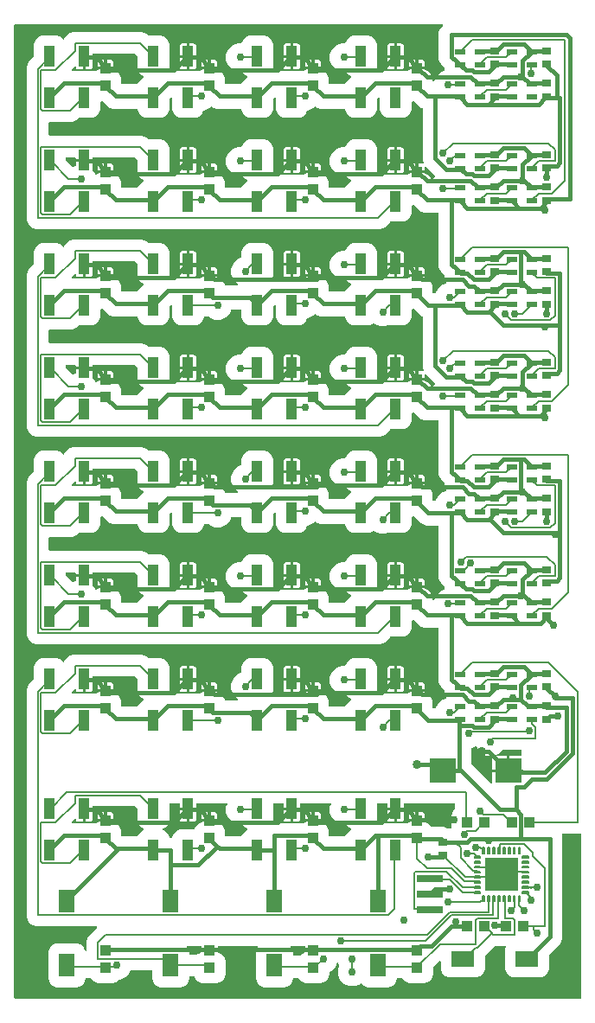
<source format=gbr>
G04 EAGLE Gerber RS-274X export*
G75*
%MOMM*%
%FSLAX34Y34*%
%LPD*%
%INTop Copper*%
%IPPOS*%
%AMOC8*
5,1,8,0,0,1.08239X$1,22.5*%
G01*
%ADD10R,1.100000X2.000000*%
%ADD11R,1.000000X1.100000*%
%ADD12R,1.600000X2.300000*%
%ADD13R,2.300000X1.600000*%
%ADD14R,1.000000X0.600000*%
%ADD15R,0.900000X0.700000*%
%ADD16R,1.100000X1.000000*%
%ADD17C,0.150000*%
%ADD18R,3.200000X3.200000*%
%ADD19R,2.600000X0.800000*%
%ADD20R,2.600000X2.400000*%
%ADD21C,0.381000*%
%ADD22C,0.756400*%
%ADD23C,0.152400*%
%ADD24C,0.856400*%

G36*
X591586Y50042D02*
X591586Y50042D01*
X591605Y50040D01*
X591707Y50062D01*
X591809Y50079D01*
X591826Y50088D01*
X591846Y50092D01*
X591935Y50145D01*
X592026Y50194D01*
X592040Y50208D01*
X592057Y50218D01*
X592124Y50297D01*
X592196Y50372D01*
X592204Y50390D01*
X592217Y50405D01*
X592256Y50501D01*
X592299Y50595D01*
X592301Y50615D01*
X592309Y50633D01*
X592327Y50800D01*
X592327Y210682D01*
X592325Y210694D01*
X592326Y210702D01*
X592320Y210731D01*
X592322Y210773D01*
X592300Y210848D01*
X592288Y210925D01*
X592266Y210965D01*
X592253Y211009D01*
X592209Y211073D01*
X592172Y211142D01*
X592139Y211173D01*
X592113Y211211D01*
X592050Y211258D01*
X591994Y211311D01*
X591953Y211331D01*
X591916Y211358D01*
X591841Y211382D01*
X591771Y211415D01*
X591725Y211420D01*
X591682Y211434D01*
X591604Y211433D01*
X591527Y211442D01*
X591482Y211432D01*
X591436Y211432D01*
X591305Y211394D01*
X591286Y211390D01*
X591282Y211387D01*
X591275Y211385D01*
X591135Y211327D01*
X574123Y211327D01*
X574078Y211320D01*
X574032Y211322D01*
X573957Y211300D01*
X573880Y211288D01*
X573840Y211266D01*
X573795Y211253D01*
X573731Y211209D01*
X573663Y211172D01*
X573631Y211139D01*
X573593Y211113D01*
X573547Y211051D01*
X573493Y210994D01*
X573474Y210952D01*
X573447Y210916D01*
X573423Y210842D01*
X573390Y210771D01*
X573385Y210725D01*
X573370Y210682D01*
X573371Y210604D01*
X573363Y210527D01*
X573372Y210482D01*
X573373Y210436D01*
X573411Y210304D01*
X573415Y210286D01*
X573417Y210282D01*
X573420Y210275D01*
X574041Y208775D01*
X574041Y108725D01*
X572204Y104290D01*
X561384Y93470D01*
X561331Y93396D01*
X561271Y93327D01*
X561259Y93297D01*
X561240Y93270D01*
X561213Y93183D01*
X561179Y93099D01*
X561175Y93058D01*
X561168Y93035D01*
X561169Y93003D01*
X561161Y92932D01*
X561161Y78879D01*
X559614Y75144D01*
X556756Y72286D01*
X553021Y70739D01*
X525979Y70739D01*
X522244Y72286D01*
X519386Y75144D01*
X517839Y78879D01*
X517839Y98921D01*
X518592Y100737D01*
X518602Y100782D01*
X518621Y100824D01*
X518630Y100901D01*
X518648Y100977D01*
X518643Y101022D01*
X518648Y101068D01*
X518632Y101144D01*
X518625Y101222D01*
X518606Y101263D01*
X518596Y101308D01*
X518556Y101375D01*
X518525Y101446D01*
X518494Y101480D01*
X518470Y101519D01*
X518411Y101570D01*
X518358Y101627D01*
X518318Y101650D01*
X518283Y101679D01*
X518211Y101708D01*
X518143Y101746D01*
X518098Y101754D01*
X518055Y101771D01*
X517919Y101786D01*
X517901Y101790D01*
X517896Y101789D01*
X517888Y101790D01*
X508077Y101790D01*
X507987Y101775D01*
X507896Y101768D01*
X507866Y101755D01*
X507834Y101750D01*
X507754Y101707D01*
X507670Y101672D01*
X507638Y101646D01*
X507617Y101635D01*
X507595Y101612D01*
X507539Y101567D01*
X498384Y92412D01*
X498337Y92346D01*
X498327Y92336D01*
X498324Y92330D01*
X498271Y92268D01*
X498259Y92238D01*
X498240Y92212D01*
X498213Y92125D01*
X498179Y92040D01*
X498175Y91999D01*
X498168Y91977D01*
X498169Y91945D01*
X498161Y91873D01*
X498161Y78879D01*
X496614Y75144D01*
X493756Y72286D01*
X490021Y70739D01*
X462979Y70739D01*
X459244Y72286D01*
X456386Y75144D01*
X454839Y78879D01*
X454839Y86717D01*
X454828Y86788D01*
X454826Y86859D01*
X454808Y86908D01*
X454800Y86960D01*
X454766Y87023D01*
X454741Y87090D01*
X454709Y87131D01*
X454684Y87177D01*
X454632Y87226D01*
X454588Y87282D01*
X454544Y87311D01*
X454506Y87346D01*
X454441Y87377D01*
X454381Y87415D01*
X454330Y87428D01*
X454283Y87450D01*
X454212Y87458D01*
X454142Y87475D01*
X454090Y87471D01*
X454039Y87477D01*
X453968Y87462D01*
X453897Y87456D01*
X453849Y87436D01*
X453798Y87425D01*
X453737Y87388D01*
X453671Y87360D01*
X453615Y87315D01*
X453587Y87299D01*
X453572Y87281D01*
X453540Y87255D01*
X447684Y81399D01*
X447631Y81325D01*
X447571Y81256D01*
X447559Y81226D01*
X447540Y81199D01*
X447513Y81112D01*
X447479Y81028D01*
X447475Y80987D01*
X447468Y80964D01*
X447469Y80932D01*
X447461Y80861D01*
X447461Y73379D01*
X445914Y69644D01*
X443056Y66786D01*
X439321Y65239D01*
X424279Y65239D01*
X420544Y66786D01*
X417647Y69684D01*
X417596Y69769D01*
X417591Y69774D01*
X417587Y69779D01*
X417498Y69853D01*
X417409Y69929D01*
X417403Y69932D01*
X417398Y69936D01*
X417290Y69977D01*
X417180Y70021D01*
X417173Y70022D01*
X417168Y70024D01*
X417150Y70025D01*
X417014Y70040D01*
X412622Y70040D01*
X412602Y70037D01*
X412583Y70039D01*
X412481Y70017D01*
X412379Y70000D01*
X412362Y69991D01*
X412342Y69986D01*
X412253Y69933D01*
X412162Y69885D01*
X412148Y69871D01*
X412131Y69860D01*
X412064Y69782D01*
X411992Y69707D01*
X411984Y69689D01*
X411971Y69673D01*
X411932Y69577D01*
X411889Y69484D01*
X411887Y69464D01*
X411879Y69445D01*
X411861Y69279D01*
X410314Y65544D01*
X407456Y62686D01*
X403721Y61139D01*
X383679Y61139D01*
X379944Y62686D01*
X377763Y64868D01*
X377746Y64880D01*
X377734Y64895D01*
X377647Y64951D01*
X377563Y65012D01*
X377544Y65017D01*
X377527Y65028D01*
X377427Y65053D01*
X377328Y65084D01*
X377308Y65083D01*
X377289Y65088D01*
X377186Y65080D01*
X377082Y65078D01*
X377063Y65071D01*
X377043Y65069D01*
X376948Y65029D01*
X376851Y64993D01*
X376835Y64981D01*
X376817Y64973D01*
X376686Y64868D01*
X376198Y64380D01*
X371073Y62257D01*
X365527Y62257D01*
X360402Y64380D01*
X356480Y68302D01*
X354357Y73427D01*
X354357Y78973D01*
X355718Y82259D01*
X355739Y82347D01*
X355767Y82434D01*
X355767Y82467D01*
X355774Y82498D01*
X355766Y82589D01*
X355765Y82680D01*
X355753Y82720D01*
X355751Y82743D01*
X355738Y82772D01*
X355718Y82841D01*
X354716Y85261D01*
X354678Y85322D01*
X354649Y85387D01*
X354614Y85426D01*
X354586Y85470D01*
X354531Y85516D01*
X354482Y85569D01*
X354437Y85594D01*
X354397Y85627D01*
X354330Y85653D01*
X354267Y85687D01*
X354216Y85696D01*
X354167Y85715D01*
X354096Y85718D01*
X354025Y85731D01*
X353973Y85723D01*
X353921Y85726D01*
X353852Y85706D01*
X353782Y85695D01*
X353735Y85671D01*
X353685Y85657D01*
X353626Y85616D01*
X353562Y85584D01*
X353526Y85546D01*
X353483Y85517D01*
X353440Y85459D01*
X353390Y85408D01*
X353355Y85345D01*
X353336Y85319D01*
X353329Y85297D01*
X353309Y85261D01*
X351545Y81002D01*
X347623Y77080D01*
X346331Y76545D01*
X346231Y76483D01*
X346131Y76423D01*
X346127Y76418D01*
X346122Y76415D01*
X346047Y76324D01*
X345971Y76236D01*
X345969Y76230D01*
X345965Y76226D01*
X345923Y76117D01*
X345879Y76008D01*
X345878Y76001D01*
X345877Y75996D01*
X345876Y75978D01*
X345861Y75841D01*
X345861Y73379D01*
X344314Y69644D01*
X341456Y66786D01*
X337721Y65239D01*
X322679Y65239D01*
X318944Y66786D01*
X316047Y69684D01*
X315996Y69769D01*
X315991Y69773D01*
X315988Y69779D01*
X315898Y69853D01*
X315809Y69929D01*
X315803Y69932D01*
X315798Y69936D01*
X315690Y69977D01*
X315580Y70021D01*
X315573Y70022D01*
X315569Y70024D01*
X315551Y70025D01*
X315414Y70040D01*
X311022Y70040D01*
X311002Y70037D01*
X310983Y70039D01*
X310881Y70017D01*
X310779Y70000D01*
X310762Y69991D01*
X310742Y69986D01*
X310653Y69933D01*
X310562Y69885D01*
X310548Y69871D01*
X310531Y69860D01*
X310464Y69782D01*
X310392Y69707D01*
X310384Y69689D01*
X310371Y69673D01*
X310332Y69577D01*
X310289Y69484D01*
X310287Y69464D01*
X310279Y69445D01*
X310261Y69279D01*
X308714Y65544D01*
X305856Y62686D01*
X302121Y61139D01*
X282079Y61139D01*
X278344Y62686D01*
X275486Y65544D01*
X273939Y69279D01*
X273939Y96321D01*
X275486Y100056D01*
X275921Y100490D01*
X275963Y100549D01*
X276012Y100600D01*
X276034Y100648D01*
X276064Y100690D01*
X276085Y100758D01*
X276116Y100824D01*
X276121Y100875D01*
X276137Y100925D01*
X276135Y100997D01*
X276143Y101068D01*
X276132Y101119D01*
X276130Y101171D01*
X276106Y101238D01*
X276090Y101308D01*
X276064Y101353D01*
X276046Y101402D01*
X276001Y101458D01*
X275964Y101519D01*
X275925Y101553D01*
X275892Y101594D01*
X275832Y101633D01*
X275777Y101679D01*
X275729Y101699D01*
X275685Y101727D01*
X275616Y101744D01*
X275549Y101771D01*
X275478Y101779D01*
X275447Y101787D01*
X275423Y101785D01*
X275383Y101790D01*
X237402Y101790D01*
X237382Y101787D01*
X237363Y101789D01*
X237261Y101767D01*
X237159Y101750D01*
X237142Y101741D01*
X237122Y101736D01*
X237033Y101683D01*
X236942Y101635D01*
X236928Y101621D01*
X236911Y101610D01*
X236844Y101532D01*
X236772Y101457D01*
X236764Y101439D01*
X236751Y101423D01*
X236712Y101327D01*
X236669Y101234D01*
X236667Y101214D01*
X236659Y101195D01*
X236641Y101029D01*
X236641Y98923D01*
X230123Y98923D01*
X230123Y101029D01*
X230120Y101048D01*
X230122Y101068D01*
X230100Y101169D01*
X230083Y101271D01*
X230074Y101289D01*
X230070Y101308D01*
X230017Y101397D01*
X229968Y101489D01*
X229954Y101502D01*
X229944Y101519D01*
X229865Y101587D01*
X229790Y101658D01*
X229772Y101666D01*
X229757Y101679D01*
X229661Y101718D01*
X229567Y101762D01*
X229547Y101764D01*
X229529Y101771D01*
X229362Y101790D01*
X227838Y101790D01*
X227818Y101787D01*
X227799Y101789D01*
X227697Y101767D01*
X227595Y101750D01*
X227578Y101741D01*
X227558Y101736D01*
X227469Y101683D01*
X227378Y101635D01*
X227364Y101621D01*
X227347Y101610D01*
X227280Y101532D01*
X227209Y101457D01*
X227200Y101439D01*
X227187Y101423D01*
X227148Y101327D01*
X227105Y101234D01*
X227103Y101214D01*
X227095Y101195D01*
X227077Y101029D01*
X227077Y98923D01*
X220559Y98923D01*
X220559Y101029D01*
X220556Y101048D01*
X220558Y101068D01*
X220536Y101169D01*
X220520Y101271D01*
X220510Y101289D01*
X220506Y101308D01*
X220453Y101397D01*
X220404Y101489D01*
X220390Y101502D01*
X220380Y101519D01*
X220301Y101587D01*
X220226Y101658D01*
X220208Y101666D01*
X220193Y101679D01*
X220097Y101718D01*
X220003Y101762D01*
X219983Y101764D01*
X219965Y101771D01*
X219798Y101790D01*
X207217Y101790D01*
X207147Y101778D01*
X207075Y101776D01*
X207026Y101758D01*
X206975Y101750D01*
X206911Y101717D01*
X206844Y101692D01*
X206803Y101659D01*
X206757Y101635D01*
X206708Y101583D01*
X206652Y101538D01*
X206624Y101494D01*
X206588Y101457D01*
X206558Y101391D01*
X206519Y101331D01*
X206506Y101281D01*
X206484Y101234D01*
X206476Y101162D01*
X206459Y101093D01*
X206463Y101041D01*
X206457Y100989D01*
X206473Y100919D01*
X206478Y100847D01*
X206498Y100800D01*
X206510Y100749D01*
X206546Y100687D01*
X206574Y100621D01*
X206619Y100565D01*
X206636Y100538D01*
X206653Y100522D01*
X206679Y100490D01*
X207114Y100056D01*
X208661Y96321D01*
X208661Y94234D01*
X208664Y94214D01*
X208662Y94195D01*
X208684Y94093D01*
X208700Y93991D01*
X208710Y93974D01*
X208714Y93954D01*
X208767Y93865D01*
X208816Y93774D01*
X208830Y93760D01*
X208840Y93743D01*
X208919Y93676D01*
X208994Y93604D01*
X209012Y93596D01*
X209027Y93583D01*
X209123Y93544D01*
X209217Y93501D01*
X209237Y93499D01*
X209255Y93491D01*
X209422Y93473D01*
X216488Y93473D01*
X216578Y93487D01*
X216669Y93495D01*
X216699Y93507D01*
X216731Y93512D01*
X216811Y93555D01*
X216895Y93591D01*
X216927Y93617D01*
X216948Y93628D01*
X216970Y93651D01*
X217026Y93696D01*
X217344Y94014D01*
X220089Y95151D01*
X220189Y95212D01*
X220289Y95272D01*
X220293Y95277D01*
X220298Y95280D01*
X220373Y95370D01*
X220449Y95459D01*
X220451Y95465D01*
X220455Y95470D01*
X220497Y95578D01*
X220541Y95687D01*
X220542Y95695D01*
X220543Y95700D01*
X220544Y95718D01*
X220559Y95854D01*
X220559Y95877D01*
X227838Y95877D01*
X227858Y95880D01*
X227877Y95878D01*
X227979Y95900D01*
X228081Y95917D01*
X228098Y95926D01*
X228118Y95930D01*
X228207Y95983D01*
X228298Y96032D01*
X228312Y96046D01*
X228329Y96056D01*
X228396Y96135D01*
X228467Y96210D01*
X228476Y96228D01*
X228489Y96243D01*
X228528Y96339D01*
X228571Y96433D01*
X228573Y96453D01*
X228581Y96471D01*
X228599Y96638D01*
X228599Y97401D01*
X228601Y97401D01*
X228601Y96638D01*
X228604Y96618D01*
X228602Y96599D01*
X228624Y96497D01*
X228641Y96395D01*
X228650Y96378D01*
X228654Y96358D01*
X228707Y96269D01*
X228756Y96178D01*
X228770Y96164D01*
X228780Y96147D01*
X228859Y96080D01*
X228934Y96009D01*
X228952Y96000D01*
X228967Y95987D01*
X229063Y95948D01*
X229157Y95905D01*
X229177Y95903D01*
X229195Y95895D01*
X229362Y95877D01*
X236641Y95877D01*
X236641Y95854D01*
X236660Y95739D01*
X236677Y95623D01*
X236679Y95618D01*
X236680Y95611D01*
X236735Y95509D01*
X236788Y95404D01*
X236793Y95400D01*
X236796Y95394D01*
X236880Y95314D01*
X236964Y95232D01*
X236970Y95228D01*
X236974Y95225D01*
X236991Y95217D01*
X237111Y95151D01*
X239856Y94014D01*
X242714Y91156D01*
X244261Y87421D01*
X244261Y73379D01*
X242714Y69644D01*
X239856Y66786D01*
X236121Y65239D01*
X221079Y65239D01*
X217344Y66786D01*
X214486Y69644D01*
X213859Y71157D01*
X213798Y71257D01*
X213738Y71357D01*
X213733Y71361D01*
X213730Y71366D01*
X213640Y71441D01*
X213551Y71517D01*
X213545Y71519D01*
X213540Y71523D01*
X213432Y71565D01*
X213323Y71609D01*
X213315Y71610D01*
X213311Y71611D01*
X213292Y71612D01*
X213156Y71627D01*
X209422Y71627D01*
X209402Y71624D01*
X209383Y71626D01*
X209281Y71604D01*
X209179Y71588D01*
X209162Y71578D01*
X209142Y71574D01*
X209053Y71521D01*
X208962Y71472D01*
X208948Y71458D01*
X208931Y71448D01*
X208864Y71369D01*
X208792Y71294D01*
X208784Y71276D01*
X208771Y71261D01*
X208732Y71165D01*
X208689Y71071D01*
X208687Y71051D01*
X208679Y71033D01*
X208661Y70866D01*
X208661Y69279D01*
X207114Y65544D01*
X204256Y62686D01*
X200521Y61139D01*
X180479Y61139D01*
X176744Y62686D01*
X173886Y65544D01*
X172339Y69279D01*
X172339Y77216D01*
X172336Y77236D01*
X172338Y77255D01*
X172316Y77357D01*
X172300Y77459D01*
X172290Y77476D01*
X172286Y77496D01*
X172233Y77585D01*
X172184Y77676D01*
X172170Y77690D01*
X172160Y77707D01*
X172081Y77774D01*
X172006Y77846D01*
X171988Y77854D01*
X171973Y77867D01*
X171877Y77906D01*
X171783Y77949D01*
X171763Y77951D01*
X171745Y77959D01*
X171578Y77977D01*
X151819Y77977D01*
X151704Y77958D01*
X151588Y77941D01*
X151582Y77939D01*
X151576Y77938D01*
X151473Y77883D01*
X151368Y77830D01*
X151364Y77825D01*
X151358Y77822D01*
X151279Y77738D01*
X151196Y77654D01*
X151193Y77648D01*
X151189Y77644D01*
X151181Y77627D01*
X151115Y77507D01*
X149933Y74652D01*
X146010Y70730D01*
X140886Y68607D01*
X140392Y68607D01*
X140302Y68593D01*
X140211Y68585D01*
X140181Y68573D01*
X140149Y68568D01*
X140069Y68525D01*
X139985Y68489D01*
X139953Y68463D01*
X139932Y68452D01*
X139910Y68429D01*
X139854Y68384D01*
X138256Y66786D01*
X134521Y65239D01*
X119479Y65239D01*
X115744Y66786D01*
X112847Y69684D01*
X112796Y69769D01*
X112791Y69774D01*
X112787Y69779D01*
X112698Y69853D01*
X112609Y69929D01*
X112603Y69932D01*
X112598Y69936D01*
X112490Y69977D01*
X112380Y70021D01*
X112373Y70022D01*
X112368Y70024D01*
X112350Y70025D01*
X112214Y70040D01*
X107822Y70040D01*
X107802Y70037D01*
X107783Y70039D01*
X107681Y70017D01*
X107579Y70000D01*
X107562Y69991D01*
X107542Y69986D01*
X107453Y69933D01*
X107362Y69885D01*
X107348Y69871D01*
X107331Y69860D01*
X107264Y69782D01*
X107192Y69707D01*
X107184Y69689D01*
X107171Y69673D01*
X107132Y69577D01*
X107089Y69484D01*
X107087Y69464D01*
X107079Y69445D01*
X107061Y69279D01*
X105514Y65544D01*
X102656Y62686D01*
X98921Y61139D01*
X78879Y61139D01*
X75144Y62686D01*
X72286Y65544D01*
X70739Y69279D01*
X70739Y96321D01*
X72286Y100056D01*
X75144Y102914D01*
X78879Y104461D01*
X98921Y104461D01*
X102656Y102914D01*
X105514Y100056D01*
X106675Y97252D01*
X106727Y97169D01*
X106772Y97083D01*
X106791Y97065D01*
X106805Y97043D01*
X106880Y96980D01*
X106950Y96914D01*
X106974Y96903D01*
X106994Y96886D01*
X107085Y96851D01*
X107174Y96810D01*
X107200Y96807D01*
X107224Y96798D01*
X107321Y96794D01*
X107418Y96783D01*
X107443Y96788D01*
X107470Y96787D01*
X107563Y96814D01*
X107658Y96835D01*
X107681Y96849D01*
X107706Y96856D01*
X107786Y96911D01*
X107869Y96961D01*
X107886Y96981D01*
X107908Y96996D01*
X107966Y97074D01*
X108029Y97148D01*
X108039Y97172D01*
X108055Y97193D01*
X108085Y97286D01*
X108121Y97376D01*
X108125Y97409D01*
X108131Y97427D01*
X108131Y97460D01*
X108140Y97543D01*
X108140Y106948D01*
X109803Y110962D01*
X112982Y114142D01*
X118381Y119540D01*
X118423Y119598D01*
X118472Y119650D01*
X118494Y119698D01*
X118524Y119740D01*
X118545Y119808D01*
X118576Y119874D01*
X118581Y119925D01*
X118597Y119975D01*
X118595Y120047D01*
X118603Y120118D01*
X118592Y120169D01*
X118590Y120221D01*
X118566Y120288D01*
X118550Y120358D01*
X118524Y120403D01*
X118506Y120452D01*
X118461Y120508D01*
X118424Y120569D01*
X118385Y120603D01*
X118352Y120644D01*
X118292Y120683D01*
X118237Y120729D01*
X118189Y120749D01*
X118145Y120777D01*
X118076Y120794D01*
X118009Y120821D01*
X117938Y120829D01*
X117907Y120837D01*
X117883Y120835D01*
X117842Y120840D01*
X58152Y120840D01*
X54138Y122503D01*
X51065Y125575D01*
X49402Y129590D01*
X49402Y353010D01*
X51065Y357025D01*
X56016Y361976D01*
X56069Y362050D01*
X56129Y362119D01*
X56141Y362149D01*
X56160Y362176D01*
X56187Y362263D01*
X56221Y362347D01*
X56225Y362388D01*
X56232Y362411D01*
X56231Y362443D01*
X56239Y362514D01*
X56239Y374921D01*
X57786Y378656D01*
X60644Y381514D01*
X64379Y383061D01*
X79421Y383061D01*
X83156Y381514D01*
X85210Y379459D01*
X85247Y379433D01*
X85278Y379399D01*
X85347Y379361D01*
X85410Y379316D01*
X85454Y379302D01*
X85494Y379280D01*
X85571Y379266D01*
X85645Y379243D01*
X85691Y379245D01*
X85736Y379236D01*
X85813Y379248D01*
X85891Y379250D01*
X85934Y379266D01*
X85979Y379272D01*
X86049Y379308D01*
X86122Y379334D01*
X86158Y379363D01*
X86199Y379384D01*
X86253Y379439D01*
X86314Y379488D01*
X86339Y379527D01*
X86371Y379559D01*
X86437Y379679D01*
X86447Y379695D01*
X86448Y379700D01*
X86452Y379706D01*
X87578Y382425D01*
X90650Y385497D01*
X94665Y387160D01*
X162510Y387160D01*
X166525Y385497D01*
X168738Y383284D01*
X168812Y383231D01*
X168882Y383171D01*
X168912Y383159D01*
X168938Y383140D01*
X169025Y383113D01*
X169110Y383079D01*
X169151Y383075D01*
X169173Y383068D01*
X169205Y383069D01*
X169277Y383061D01*
X181021Y383061D01*
X184756Y381514D01*
X187614Y378656D01*
X189161Y374921D01*
X189161Y350879D01*
X188659Y349668D01*
X188649Y349624D01*
X188629Y349582D01*
X188621Y349505D01*
X188603Y349429D01*
X188607Y349383D01*
X188602Y349338D01*
X188619Y349261D01*
X188626Y349184D01*
X188645Y349142D01*
X188655Y349097D01*
X188695Y349030D01*
X188726Y348959D01*
X188757Y348925D01*
X188781Y348886D01*
X188840Y348835D01*
X188893Y348778D01*
X188933Y348756D01*
X188968Y348726D01*
X189040Y348697D01*
X189108Y348660D01*
X189153Y348651D01*
X189196Y348634D01*
X189332Y348619D01*
X189350Y348616D01*
X189355Y348617D01*
X189363Y348616D01*
X217939Y348616D01*
X218004Y348626D01*
X218069Y348627D01*
X218149Y348650D01*
X218182Y348655D01*
X218199Y348665D01*
X218230Y348674D01*
X220589Y349651D01*
X220689Y349712D01*
X220789Y349772D01*
X220793Y349777D01*
X220798Y349780D01*
X220873Y349870D01*
X220878Y349877D01*
X220983Y349877D01*
X221048Y349887D01*
X221114Y349888D01*
X221194Y349911D01*
X221226Y349917D01*
X221243Y349926D01*
X221275Y349935D01*
X221579Y350061D01*
X227838Y350061D01*
X227858Y350064D01*
X227877Y350062D01*
X227979Y350084D01*
X228081Y350100D01*
X228098Y350110D01*
X228118Y350114D01*
X228207Y350167D01*
X228298Y350216D01*
X228312Y350230D01*
X228329Y350240D01*
X228396Y350319D01*
X228467Y350394D01*
X228476Y350412D01*
X228489Y350427D01*
X228528Y350523D01*
X228571Y350617D01*
X228573Y350637D01*
X228581Y350655D01*
X228599Y350822D01*
X228599Y351401D01*
X228601Y351401D01*
X228601Y350822D01*
X228604Y350802D01*
X228602Y350783D01*
X228624Y350681D01*
X228641Y350579D01*
X228650Y350562D01*
X228654Y350542D01*
X228707Y350453D01*
X228756Y350362D01*
X228770Y350348D01*
X228780Y350331D01*
X228859Y350264D01*
X228934Y350192D01*
X228952Y350184D01*
X228967Y350171D01*
X229063Y350132D01*
X229157Y350089D01*
X229177Y350087D01*
X229195Y350079D01*
X229362Y350061D01*
X235621Y350061D01*
X235925Y349935D01*
X235989Y349920D01*
X236050Y349895D01*
X236133Y349886D01*
X236165Y349879D01*
X236184Y349880D01*
X236217Y349877D01*
X236314Y349877D01*
X236380Y349814D01*
X236464Y349732D01*
X236470Y349728D01*
X236474Y349725D01*
X236491Y349717D01*
X236611Y349651D01*
X239356Y348514D01*
X242214Y345656D01*
X243423Y342736D01*
X243485Y342636D01*
X243545Y342536D01*
X243550Y342532D01*
X243553Y342527D01*
X243643Y342452D01*
X243732Y342376D01*
X243738Y342374D01*
X243742Y342370D01*
X243851Y342328D01*
X243960Y342284D01*
X243967Y342283D01*
X243972Y342282D01*
X243990Y342281D01*
X244127Y342266D01*
X255456Y342266D01*
X255551Y342281D01*
X255649Y342291D01*
X255673Y342301D01*
X255698Y342305D01*
X255784Y342351D01*
X255873Y342391D01*
X255893Y342408D01*
X255916Y342421D01*
X255983Y342491D01*
X256054Y342557D01*
X256067Y342580D01*
X256085Y342599D01*
X256126Y342687D01*
X256173Y342773D01*
X256178Y342798D01*
X256189Y342822D01*
X256199Y342919D01*
X256217Y343015D01*
X256213Y343041D01*
X256216Y343066D01*
X256195Y343161D01*
X256181Y343258D01*
X256169Y343281D01*
X256164Y343307D01*
X256114Y343390D01*
X256069Y343477D01*
X256051Y343496D01*
X256037Y343518D01*
X255963Y343581D01*
X255894Y343649D01*
X255865Y343665D01*
X255850Y343678D01*
X255820Y343690D01*
X255747Y343730D01*
X255627Y343780D01*
X251705Y347702D01*
X249582Y352827D01*
X249582Y358373D01*
X251705Y363498D01*
X255627Y367420D01*
X258969Y368804D01*
X259069Y368866D01*
X259169Y368926D01*
X259173Y368931D01*
X259178Y368934D01*
X259253Y369024D01*
X259329Y369113D01*
X259331Y369119D01*
X259335Y369124D01*
X259377Y369232D01*
X259421Y369341D01*
X259422Y369349D01*
X259423Y369353D01*
X259424Y369371D01*
X259439Y369508D01*
X259439Y374921D01*
X260986Y378656D01*
X263844Y381514D01*
X267579Y383061D01*
X282621Y383061D01*
X286356Y381514D01*
X289214Y378656D01*
X290761Y374921D01*
X290761Y350879D01*
X290259Y349668D01*
X290249Y349624D01*
X290229Y349582D01*
X290221Y349505D01*
X290203Y349429D01*
X290207Y349383D01*
X290202Y349338D01*
X290219Y349261D01*
X290226Y349184D01*
X290245Y349142D01*
X290255Y349097D01*
X290295Y349030D01*
X290326Y348959D01*
X290357Y348925D01*
X290381Y348886D01*
X290440Y348835D01*
X290493Y348778D01*
X290533Y348756D01*
X290568Y348726D01*
X290640Y348697D01*
X290708Y348660D01*
X290753Y348651D01*
X290796Y348634D01*
X290932Y348619D01*
X290950Y348616D01*
X290955Y348617D01*
X290963Y348616D01*
X319539Y348616D01*
X319604Y348626D01*
X319669Y348627D01*
X319749Y348650D01*
X319782Y348655D01*
X319799Y348665D01*
X319830Y348674D01*
X322189Y349651D01*
X322289Y349712D01*
X322389Y349772D01*
X322393Y349777D01*
X322398Y349780D01*
X322473Y349870D01*
X322478Y349877D01*
X322583Y349877D01*
X322648Y349887D01*
X322714Y349888D01*
X322794Y349911D01*
X322826Y349917D01*
X322843Y349926D01*
X322875Y349935D01*
X323179Y350061D01*
X329438Y350061D01*
X329458Y350064D01*
X329477Y350062D01*
X329579Y350084D01*
X329681Y350100D01*
X329698Y350110D01*
X329718Y350114D01*
X329807Y350167D01*
X329898Y350216D01*
X329912Y350230D01*
X329929Y350240D01*
X329996Y350319D01*
X330067Y350394D01*
X330076Y350412D01*
X330089Y350427D01*
X330128Y350523D01*
X330171Y350617D01*
X330173Y350637D01*
X330181Y350655D01*
X330199Y350822D01*
X330199Y351401D01*
X330201Y351401D01*
X330201Y350822D01*
X330204Y350802D01*
X330202Y350783D01*
X330224Y350681D01*
X330241Y350579D01*
X330250Y350562D01*
X330254Y350542D01*
X330307Y350453D01*
X330356Y350362D01*
X330370Y350348D01*
X330380Y350331D01*
X330459Y350264D01*
X330534Y350192D01*
X330552Y350184D01*
X330567Y350171D01*
X330663Y350132D01*
X330757Y350089D01*
X330777Y350087D01*
X330795Y350079D01*
X330962Y350061D01*
X337221Y350061D01*
X337525Y349935D01*
X337589Y349920D01*
X337650Y349895D01*
X337733Y349886D01*
X337765Y349879D01*
X337784Y349880D01*
X337817Y349877D01*
X337914Y349877D01*
X337980Y349814D01*
X338064Y349732D01*
X338070Y349728D01*
X338074Y349725D01*
X338091Y349717D01*
X338211Y349651D01*
X340956Y348514D01*
X343814Y345656D01*
X345361Y341921D01*
X345361Y336677D01*
X345364Y336657D01*
X345362Y336638D01*
X345384Y336536D01*
X345400Y336434D01*
X345410Y336417D01*
X345414Y336397D01*
X345467Y336308D01*
X345516Y336217D01*
X345530Y336203D01*
X345540Y336186D01*
X345619Y336119D01*
X345694Y336047D01*
X345712Y336039D01*
X345727Y336026D01*
X345823Y335987D01*
X345917Y335944D01*
X345937Y335942D01*
X345955Y335934D01*
X346122Y335916D01*
X360943Y335916D01*
X361057Y335935D01*
X361174Y335952D01*
X361179Y335954D01*
X361185Y335955D01*
X361288Y336010D01*
X361393Y336063D01*
X361397Y336068D01*
X361403Y336071D01*
X361483Y336155D01*
X361565Y336239D01*
X361569Y336245D01*
X361572Y336249D01*
X361580Y336266D01*
X361646Y336386D01*
X362586Y338656D01*
X365444Y341514D01*
X367093Y342197D01*
X367154Y342234D01*
X367219Y342264D01*
X367258Y342299D01*
X367302Y342326D01*
X367348Y342381D01*
X367401Y342430D01*
X367426Y342476D01*
X367459Y342516D01*
X367485Y342583D01*
X367519Y342646D01*
X367528Y342697D01*
X367547Y342745D01*
X367550Y342817D01*
X367563Y342888D01*
X367555Y342939D01*
X367557Y342991D01*
X367537Y343060D01*
X367527Y343131D01*
X367503Y343177D01*
X367489Y343227D01*
X367448Y343286D01*
X367416Y343350D01*
X367378Y343387D01*
X367349Y343429D01*
X367291Y343472D01*
X367240Y343522D01*
X367177Y343557D01*
X367151Y343576D01*
X367129Y343583D01*
X367093Y343603D01*
X365444Y344286D01*
X362586Y347144D01*
X362423Y347537D01*
X362362Y347636D01*
X362302Y347737D01*
X362297Y347741D01*
X362294Y347746D01*
X362204Y347820D01*
X362115Y347897D01*
X362109Y347899D01*
X362104Y347903D01*
X361997Y347945D01*
X361887Y347989D01*
X361879Y347990D01*
X361875Y347991D01*
X361856Y347992D01*
X361720Y348007D01*
X357589Y348007D01*
X352465Y350130D01*
X348542Y354052D01*
X346420Y359177D01*
X346420Y364723D01*
X348542Y369848D01*
X352465Y373770D01*
X357589Y375893D01*
X360933Y375893D01*
X361048Y375912D01*
X361164Y375929D01*
X361170Y375931D01*
X361176Y375932D01*
X361278Y375987D01*
X361383Y376040D01*
X361388Y376045D01*
X361393Y376048D01*
X361473Y376132D01*
X361556Y376216D01*
X361559Y376222D01*
X361563Y376226D01*
X361570Y376243D01*
X361636Y376363D01*
X362586Y378656D01*
X365444Y381514D01*
X369179Y383061D01*
X384221Y383061D01*
X387956Y381514D01*
X390814Y378656D01*
X392361Y374921D01*
X392361Y350879D01*
X391859Y349668D01*
X391849Y349624D01*
X391829Y349582D01*
X391821Y349505D01*
X391803Y349429D01*
X391807Y349383D01*
X391802Y349338D01*
X391819Y349261D01*
X391826Y349184D01*
X391845Y349142D01*
X391855Y349097D01*
X391895Y349030D01*
X391926Y348959D01*
X391957Y348925D01*
X391981Y348886D01*
X392040Y348835D01*
X392093Y348778D01*
X392133Y348756D01*
X392168Y348726D01*
X392240Y348697D01*
X392308Y348660D01*
X392353Y348651D01*
X392396Y348634D01*
X392532Y348619D01*
X392550Y348616D01*
X392555Y348617D01*
X392563Y348616D01*
X421139Y348616D01*
X421204Y348626D01*
X421269Y348627D01*
X421349Y348650D01*
X421382Y348655D01*
X421399Y348665D01*
X421430Y348674D01*
X423789Y349651D01*
X423889Y349712D01*
X423989Y349772D01*
X423993Y349777D01*
X423998Y349780D01*
X424073Y349870D01*
X424078Y349877D01*
X424183Y349877D01*
X424248Y349887D01*
X424314Y349888D01*
X424394Y349911D01*
X424426Y349917D01*
X424443Y349926D01*
X424475Y349935D01*
X424779Y350061D01*
X431038Y350061D01*
X431058Y350064D01*
X431077Y350062D01*
X431179Y350084D01*
X431281Y350100D01*
X431298Y350110D01*
X431318Y350114D01*
X431407Y350167D01*
X431498Y350216D01*
X431512Y350230D01*
X431529Y350240D01*
X431596Y350319D01*
X431667Y350394D01*
X431676Y350412D01*
X431689Y350427D01*
X431728Y350523D01*
X431771Y350617D01*
X431773Y350637D01*
X431781Y350655D01*
X431799Y350822D01*
X431799Y351401D01*
X431801Y351401D01*
X431801Y350822D01*
X431804Y350802D01*
X431802Y350783D01*
X431824Y350681D01*
X431841Y350579D01*
X431850Y350562D01*
X431854Y350542D01*
X431907Y350453D01*
X431956Y350362D01*
X431970Y350348D01*
X431980Y350331D01*
X432059Y350264D01*
X432134Y350192D01*
X432152Y350184D01*
X432167Y350171D01*
X432263Y350132D01*
X432357Y350089D01*
X432377Y350087D01*
X432395Y350079D01*
X432562Y350061D01*
X438821Y350061D01*
X439125Y349935D01*
X439189Y349920D01*
X439250Y349895D01*
X439333Y349886D01*
X439365Y349879D01*
X439384Y349880D01*
X439417Y349877D01*
X439514Y349877D01*
X439580Y349814D01*
X439664Y349732D01*
X439670Y349728D01*
X439674Y349725D01*
X439691Y349717D01*
X439811Y349651D01*
X442556Y348514D01*
X445414Y345656D01*
X446961Y341921D01*
X446961Y335593D01*
X446975Y335503D01*
X446983Y335412D01*
X446995Y335382D01*
X447000Y335350D01*
X447043Y335270D01*
X447079Y335186D01*
X447105Y335154D01*
X447116Y335133D01*
X447139Y335111D01*
X447184Y335055D01*
X447687Y334551D01*
X447761Y334498D01*
X447831Y334439D01*
X447861Y334426D01*
X447887Y334408D01*
X447974Y334381D01*
X448059Y334347D01*
X448100Y334342D01*
X448122Y334335D01*
X448154Y334336D01*
X448226Y334328D01*
X449660Y334328D01*
X449775Y334347D01*
X449891Y334364D01*
X449896Y334367D01*
X449903Y334368D01*
X450005Y334422D01*
X450110Y334476D01*
X450114Y334480D01*
X450120Y334483D01*
X450200Y334567D01*
X450282Y334651D01*
X450286Y334658D01*
X450289Y334661D01*
X450297Y334678D01*
X450363Y334798D01*
X451730Y338098D01*
X455652Y342020D01*
X459285Y343525D01*
X459363Y343573D01*
X459444Y343614D01*
X459467Y343637D01*
X459494Y343655D01*
X459552Y343725D01*
X459616Y343790D01*
X459636Y343826D01*
X459651Y343844D01*
X459662Y343874D01*
X459697Y343937D01*
X460036Y344756D01*
X460117Y344837D01*
X460129Y344853D01*
X460144Y344865D01*
X460201Y344953D01*
X460261Y345036D01*
X460267Y345055D01*
X460277Y345072D01*
X460303Y345173D01*
X460333Y345272D01*
X460333Y345292D01*
X460338Y345311D01*
X460329Y345414D01*
X460327Y345517D01*
X460320Y345536D01*
X460318Y345556D01*
X460278Y345651D01*
X460242Y345748D01*
X460230Y345764D01*
X460222Y345782D01*
X460117Y345913D01*
X460036Y345994D01*
X458489Y349729D01*
X458489Y351219D01*
X458475Y351309D01*
X458467Y351400D01*
X458455Y351430D01*
X458450Y351462D01*
X458407Y351543D01*
X458371Y351627D01*
X458345Y351659D01*
X458334Y351679D01*
X458311Y351702D01*
X458266Y351758D01*
X454909Y355115D01*
X453072Y359550D01*
X453072Y412623D01*
X453069Y412643D01*
X453071Y412662D01*
X453049Y412764D01*
X453032Y412866D01*
X453023Y412883D01*
X453018Y412903D01*
X452965Y412992D01*
X452917Y413083D01*
X452903Y413097D01*
X452892Y413114D01*
X452814Y413181D01*
X452739Y413253D01*
X452721Y413261D01*
X452705Y413274D01*
X452609Y413313D01*
X452516Y413356D01*
X452496Y413358D01*
X452477Y413366D01*
X452311Y413384D01*
X438925Y413384D01*
X434490Y415221D01*
X429595Y420116D01*
X429521Y420169D01*
X429452Y420229D01*
X429422Y420241D01*
X429395Y420260D01*
X429308Y420287D01*
X429224Y420321D01*
X429183Y420325D01*
X429160Y420332D01*
X429128Y420331D01*
X429057Y420339D01*
X427122Y420339D01*
X427102Y420336D01*
X427083Y420338D01*
X426981Y420316D01*
X426879Y420300D01*
X426862Y420290D01*
X426842Y420286D01*
X426753Y420233D01*
X426662Y420184D01*
X426648Y420170D01*
X426631Y420160D01*
X426564Y420081D01*
X426492Y420006D01*
X426484Y419988D01*
X426471Y419973D01*
X426432Y419877D01*
X426389Y419783D01*
X426387Y419763D01*
X426379Y419745D01*
X426361Y419578D01*
X426361Y412479D01*
X424814Y408744D01*
X421956Y405886D01*
X418221Y404339D01*
X405814Y404339D01*
X405724Y404325D01*
X405633Y404317D01*
X405603Y404305D01*
X405571Y404300D01*
X405491Y404257D01*
X405407Y404221D01*
X405375Y404195D01*
X405354Y404184D01*
X405332Y404161D01*
X405276Y404116D01*
X399887Y398728D01*
X395873Y397065D01*
X58152Y397065D01*
X54138Y398728D01*
X51065Y401800D01*
X49402Y405815D01*
X49402Y556210D01*
X51065Y560225D01*
X56016Y565176D01*
X56069Y565250D01*
X56129Y565319D01*
X56141Y565349D01*
X56160Y565376D01*
X56187Y565463D01*
X56221Y565547D01*
X56225Y565588D01*
X56232Y565611D01*
X56231Y565643D01*
X56239Y565714D01*
X56239Y578121D01*
X57786Y581856D01*
X60644Y584714D01*
X64379Y586261D01*
X79421Y586261D01*
X83156Y584714D01*
X85210Y582659D01*
X85247Y582633D01*
X85278Y582599D01*
X85347Y582561D01*
X85410Y582516D01*
X85454Y582502D01*
X85494Y582480D01*
X85571Y582466D01*
X85645Y582443D01*
X85691Y582445D01*
X85736Y582436D01*
X85813Y582448D01*
X85891Y582450D01*
X85934Y582466D01*
X85979Y582472D01*
X86049Y582508D01*
X86122Y582534D01*
X86158Y582563D01*
X86199Y582584D01*
X86253Y582639D01*
X86314Y582688D01*
X86339Y582727D01*
X86371Y582759D01*
X86437Y582879D01*
X86447Y582895D01*
X86448Y582900D01*
X86452Y582906D01*
X87578Y585625D01*
X90650Y588697D01*
X94665Y590360D01*
X162510Y590360D01*
X166525Y588697D01*
X168738Y586484D01*
X168812Y586431D01*
X168882Y586371D01*
X168912Y586359D01*
X168938Y586340D01*
X169025Y586313D01*
X169110Y586279D01*
X169151Y586275D01*
X169173Y586268D01*
X169205Y586269D01*
X169277Y586261D01*
X181021Y586261D01*
X184756Y584714D01*
X187614Y581856D01*
X189161Y578121D01*
X189161Y554079D01*
X188659Y552868D01*
X188649Y552824D01*
X188629Y552782D01*
X188621Y552705D01*
X188603Y552629D01*
X188607Y552583D01*
X188602Y552538D01*
X188619Y552461D01*
X188626Y552384D01*
X188645Y552342D01*
X188655Y552297D01*
X188695Y552230D01*
X188726Y552159D01*
X188757Y552125D01*
X188781Y552086D01*
X188840Y552035D01*
X188893Y551978D01*
X188933Y551956D01*
X188968Y551926D01*
X189040Y551897D01*
X189108Y551860D01*
X189153Y551851D01*
X189196Y551834D01*
X189332Y551819D01*
X189350Y551816D01*
X189355Y551817D01*
X189363Y551816D01*
X217939Y551816D01*
X218004Y551826D01*
X218069Y551827D01*
X218149Y551850D01*
X218182Y551855D01*
X218199Y551865D01*
X218230Y551874D01*
X220589Y552851D01*
X220689Y552912D01*
X220789Y552972D01*
X220793Y552977D01*
X220798Y552980D01*
X220873Y553070D01*
X220878Y553077D01*
X220983Y553077D01*
X221048Y553087D01*
X221114Y553088D01*
X221194Y553111D01*
X221226Y553117D01*
X221243Y553126D01*
X221275Y553135D01*
X221579Y553261D01*
X227838Y553261D01*
X227858Y553264D01*
X227877Y553262D01*
X227979Y553284D01*
X228081Y553300D01*
X228098Y553310D01*
X228118Y553314D01*
X228207Y553367D01*
X228298Y553416D01*
X228312Y553430D01*
X228329Y553440D01*
X228396Y553519D01*
X228467Y553594D01*
X228476Y553612D01*
X228489Y553627D01*
X228528Y553723D01*
X228571Y553817D01*
X228573Y553837D01*
X228581Y553855D01*
X228599Y554022D01*
X228599Y554601D01*
X228601Y554601D01*
X228601Y554022D01*
X228604Y554002D01*
X228602Y553983D01*
X228624Y553881D01*
X228641Y553779D01*
X228650Y553762D01*
X228654Y553742D01*
X228707Y553653D01*
X228756Y553562D01*
X228770Y553548D01*
X228780Y553531D01*
X228859Y553464D01*
X228934Y553392D01*
X228952Y553384D01*
X228967Y553371D01*
X229063Y553332D01*
X229157Y553289D01*
X229177Y553287D01*
X229195Y553279D01*
X229362Y553261D01*
X235621Y553261D01*
X235925Y553135D01*
X235989Y553120D01*
X236050Y553095D01*
X236133Y553086D01*
X236165Y553079D01*
X236184Y553080D01*
X236217Y553077D01*
X236314Y553077D01*
X236380Y553014D01*
X236464Y552932D01*
X236470Y552928D01*
X236474Y552925D01*
X236491Y552917D01*
X236611Y552851D01*
X239356Y551714D01*
X242214Y548856D01*
X243423Y545936D01*
X243485Y545836D01*
X243545Y545736D01*
X243550Y545732D01*
X243553Y545727D01*
X243643Y545652D01*
X243732Y545576D01*
X243738Y545574D01*
X243742Y545570D01*
X243851Y545528D01*
X243960Y545484D01*
X243967Y545483D01*
X243972Y545482D01*
X243990Y545481D01*
X244127Y545466D01*
X255456Y545466D01*
X255552Y545481D01*
X255649Y545491D01*
X255673Y545501D01*
X255698Y545505D01*
X255784Y545551D01*
X255873Y545591D01*
X255893Y545608D01*
X255916Y545621D01*
X255983Y545691D01*
X256055Y545757D01*
X256067Y545780D01*
X256085Y545799D01*
X256126Y545887D01*
X256173Y545973D01*
X256178Y545998D01*
X256189Y546022D01*
X256199Y546119D01*
X256217Y546215D01*
X256213Y546241D01*
X256216Y546266D01*
X256195Y546362D01*
X256181Y546458D01*
X256169Y546481D01*
X256164Y546507D01*
X256114Y546591D01*
X256069Y546677D01*
X256051Y546696D01*
X256037Y546718D01*
X255963Y546781D01*
X255894Y546849D01*
X255865Y546865D01*
X255850Y546878D01*
X255820Y546890D01*
X255747Y546930D01*
X255627Y546980D01*
X251705Y550902D01*
X249582Y556027D01*
X249582Y561573D01*
X251705Y566698D01*
X255627Y570620D01*
X258969Y572004D01*
X259069Y572066D01*
X259169Y572126D01*
X259173Y572131D01*
X259178Y572134D01*
X259253Y572224D01*
X259329Y572313D01*
X259331Y572319D01*
X259335Y572324D01*
X259377Y572432D01*
X259421Y572541D01*
X259422Y572549D01*
X259423Y572553D01*
X259424Y572571D01*
X259439Y572708D01*
X259439Y578121D01*
X260986Y581856D01*
X263844Y584714D01*
X267579Y586261D01*
X282621Y586261D01*
X286356Y584714D01*
X289214Y581856D01*
X290761Y578121D01*
X290761Y554079D01*
X290259Y552868D01*
X290249Y552824D01*
X290229Y552782D01*
X290221Y552705D01*
X290203Y552629D01*
X290207Y552583D01*
X290202Y552538D01*
X290219Y552461D01*
X290226Y552384D01*
X290245Y552342D01*
X290255Y552297D01*
X290295Y552230D01*
X290326Y552159D01*
X290357Y552125D01*
X290381Y552086D01*
X290440Y552035D01*
X290493Y551978D01*
X290533Y551956D01*
X290568Y551926D01*
X290640Y551897D01*
X290708Y551860D01*
X290753Y551851D01*
X290796Y551834D01*
X290932Y551819D01*
X290950Y551816D01*
X290955Y551817D01*
X290963Y551816D01*
X319539Y551816D01*
X319604Y551826D01*
X319669Y551827D01*
X319749Y551850D01*
X319782Y551855D01*
X319799Y551865D01*
X319830Y551874D01*
X322189Y552851D01*
X322289Y552912D01*
X322389Y552972D01*
X322393Y552977D01*
X322398Y552980D01*
X322473Y553070D01*
X322478Y553077D01*
X322583Y553077D01*
X322648Y553087D01*
X322714Y553088D01*
X322794Y553111D01*
X322826Y553117D01*
X322843Y553126D01*
X322875Y553135D01*
X323179Y553261D01*
X329438Y553261D01*
X329458Y553264D01*
X329477Y553262D01*
X329579Y553284D01*
X329681Y553300D01*
X329698Y553310D01*
X329718Y553314D01*
X329807Y553367D01*
X329898Y553416D01*
X329912Y553430D01*
X329929Y553440D01*
X329996Y553519D01*
X330067Y553594D01*
X330076Y553612D01*
X330089Y553627D01*
X330128Y553723D01*
X330171Y553817D01*
X330173Y553837D01*
X330181Y553855D01*
X330199Y554022D01*
X330199Y554601D01*
X330201Y554601D01*
X330201Y554022D01*
X330204Y554002D01*
X330202Y553983D01*
X330224Y553881D01*
X330241Y553779D01*
X330250Y553762D01*
X330254Y553742D01*
X330307Y553653D01*
X330356Y553562D01*
X330370Y553548D01*
X330380Y553531D01*
X330459Y553464D01*
X330534Y553392D01*
X330552Y553384D01*
X330567Y553371D01*
X330663Y553332D01*
X330757Y553289D01*
X330777Y553287D01*
X330795Y553279D01*
X330962Y553261D01*
X337221Y553261D01*
X337525Y553135D01*
X337589Y553120D01*
X337650Y553095D01*
X337733Y553086D01*
X337765Y553079D01*
X337784Y553080D01*
X337817Y553077D01*
X337914Y553077D01*
X337980Y553014D01*
X338064Y552932D01*
X338070Y552928D01*
X338074Y552925D01*
X338091Y552917D01*
X338211Y552851D01*
X340956Y551714D01*
X343814Y548856D01*
X345361Y545121D01*
X345361Y539877D01*
X345364Y539857D01*
X345362Y539838D01*
X345384Y539736D01*
X345400Y539634D01*
X345410Y539617D01*
X345414Y539597D01*
X345467Y539508D01*
X345516Y539417D01*
X345530Y539403D01*
X345540Y539386D01*
X345619Y539319D01*
X345694Y539247D01*
X345712Y539239D01*
X345727Y539226D01*
X345823Y539187D01*
X345917Y539144D01*
X345937Y539142D01*
X345955Y539134D01*
X346122Y539116D01*
X360943Y539116D01*
X361057Y539135D01*
X361174Y539152D01*
X361179Y539154D01*
X361185Y539155D01*
X361288Y539210D01*
X361393Y539263D01*
X361397Y539268D01*
X361403Y539271D01*
X361483Y539355D01*
X361565Y539439D01*
X361569Y539445D01*
X361572Y539449D01*
X361580Y539466D01*
X361646Y539586D01*
X362586Y541856D01*
X365444Y544714D01*
X367093Y545397D01*
X367154Y545435D01*
X367219Y545464D01*
X367258Y545499D01*
X367302Y545526D01*
X367348Y545582D01*
X367401Y545630D01*
X367426Y545676D01*
X367459Y545716D01*
X367485Y545783D01*
X367519Y545846D01*
X367528Y545897D01*
X367547Y545945D01*
X367550Y546017D01*
X367563Y546088D01*
X367555Y546139D01*
X367557Y546191D01*
X367537Y546260D01*
X367527Y546331D01*
X367503Y546377D01*
X367489Y546427D01*
X367448Y546486D01*
X367416Y546550D01*
X367378Y546587D01*
X367349Y546629D01*
X367291Y546672D01*
X367240Y546722D01*
X367177Y546757D01*
X367151Y546776D01*
X367129Y546783D01*
X367093Y546803D01*
X365444Y547486D01*
X362586Y550344D01*
X362423Y550737D01*
X362362Y550836D01*
X362302Y550937D01*
X362297Y550941D01*
X362294Y550946D01*
X362204Y551020D01*
X362115Y551097D01*
X362109Y551099D01*
X362104Y551103D01*
X361997Y551145D01*
X361887Y551189D01*
X361879Y551190D01*
X361875Y551191D01*
X361856Y551192D01*
X361720Y551207D01*
X357589Y551207D01*
X352465Y553330D01*
X348542Y557252D01*
X346420Y562377D01*
X346420Y567923D01*
X348542Y573048D01*
X352465Y576970D01*
X357589Y579093D01*
X360933Y579093D01*
X361048Y579112D01*
X361164Y579129D01*
X361170Y579131D01*
X361176Y579132D01*
X361278Y579187D01*
X361383Y579240D01*
X361388Y579245D01*
X361393Y579248D01*
X361473Y579332D01*
X361556Y579416D01*
X361559Y579422D01*
X361563Y579426D01*
X361570Y579443D01*
X361636Y579563D01*
X362586Y581856D01*
X365444Y584714D01*
X369179Y586261D01*
X384221Y586261D01*
X387956Y584714D01*
X390814Y581856D01*
X392361Y578121D01*
X392361Y554079D01*
X391859Y552868D01*
X391849Y552824D01*
X391829Y552782D01*
X391821Y552705D01*
X391803Y552629D01*
X391807Y552583D01*
X391802Y552538D01*
X391819Y552461D01*
X391826Y552384D01*
X391845Y552342D01*
X391855Y552297D01*
X391895Y552230D01*
X391926Y552159D01*
X391957Y552125D01*
X391981Y552086D01*
X392040Y552035D01*
X392093Y551978D01*
X392133Y551956D01*
X392168Y551926D01*
X392240Y551897D01*
X392308Y551860D01*
X392353Y551851D01*
X392396Y551834D01*
X392532Y551819D01*
X392550Y551816D01*
X392555Y551817D01*
X392563Y551816D01*
X421139Y551816D01*
X421204Y551826D01*
X421269Y551827D01*
X421349Y551850D01*
X421382Y551855D01*
X421399Y551865D01*
X421430Y551874D01*
X423789Y552851D01*
X423889Y552912D01*
X423989Y552972D01*
X423993Y552977D01*
X423998Y552980D01*
X424073Y553070D01*
X424078Y553077D01*
X424183Y553077D01*
X424248Y553087D01*
X424314Y553088D01*
X424394Y553111D01*
X424426Y553117D01*
X424443Y553126D01*
X424475Y553135D01*
X424779Y553261D01*
X431038Y553261D01*
X431058Y553264D01*
X431077Y553262D01*
X431179Y553284D01*
X431281Y553300D01*
X431298Y553310D01*
X431318Y553314D01*
X431407Y553367D01*
X431498Y553416D01*
X431512Y553430D01*
X431529Y553440D01*
X431596Y553519D01*
X431667Y553594D01*
X431676Y553612D01*
X431689Y553627D01*
X431728Y553723D01*
X431771Y553817D01*
X431773Y553837D01*
X431781Y553855D01*
X431799Y554022D01*
X431799Y554601D01*
X431801Y554601D01*
X431801Y554022D01*
X431804Y554002D01*
X431802Y553983D01*
X431824Y553881D01*
X431841Y553779D01*
X431850Y553762D01*
X431854Y553742D01*
X431907Y553653D01*
X431956Y553562D01*
X431970Y553548D01*
X431980Y553531D01*
X432059Y553464D01*
X432134Y553392D01*
X432152Y553384D01*
X432167Y553371D01*
X432263Y553332D01*
X432357Y553289D01*
X432377Y553287D01*
X432395Y553279D01*
X432562Y553261D01*
X438821Y553261D01*
X439125Y553135D01*
X439189Y553120D01*
X439250Y553095D01*
X439333Y553086D01*
X439365Y553079D01*
X439384Y553080D01*
X439417Y553077D01*
X439514Y553077D01*
X439580Y553014D01*
X439664Y552932D01*
X439670Y552928D01*
X439674Y552925D01*
X439691Y552917D01*
X439811Y552851D01*
X442556Y551714D01*
X445414Y548856D01*
X446961Y545121D01*
X446961Y538793D01*
X446975Y538703D01*
X446983Y538612D01*
X446995Y538582D01*
X447000Y538550D01*
X447043Y538470D01*
X447079Y538386D01*
X447105Y538354D01*
X447116Y538333D01*
X447139Y538311D01*
X447184Y538255D01*
X447687Y537751D01*
X447761Y537698D01*
X447831Y537639D01*
X447861Y537626D01*
X447887Y537608D01*
X447974Y537581D01*
X448059Y537547D01*
X448100Y537542D01*
X448122Y537535D01*
X448154Y537536D01*
X448226Y537528D01*
X449660Y537528D01*
X449775Y537547D01*
X449891Y537564D01*
X449896Y537567D01*
X449903Y537568D01*
X450005Y537622D01*
X450110Y537676D01*
X450114Y537680D01*
X450120Y537683D01*
X450200Y537767D01*
X450282Y537851D01*
X450286Y537858D01*
X450289Y537861D01*
X450297Y537878D01*
X450363Y537998D01*
X451730Y541298D01*
X455652Y545220D01*
X459285Y546725D01*
X459363Y546773D01*
X459444Y546814D01*
X459467Y546837D01*
X459494Y546855D01*
X459552Y546925D01*
X459616Y546990D01*
X459636Y547026D01*
X459651Y547044D01*
X459662Y547074D01*
X459697Y547137D01*
X460036Y547956D01*
X460117Y548037D01*
X460129Y548053D01*
X460144Y548065D01*
X460200Y548152D01*
X460261Y548236D01*
X460267Y548255D01*
X460277Y548272D01*
X460303Y548372D01*
X460333Y548471D01*
X460333Y548491D01*
X460338Y548511D01*
X460329Y548614D01*
X460327Y548717D01*
X460320Y548736D01*
X460318Y548756D01*
X460278Y548851D01*
X460242Y548948D01*
X460230Y548964D01*
X460222Y548982D01*
X460117Y549113D01*
X460036Y549194D01*
X458489Y552929D01*
X458489Y554419D01*
X458475Y554509D01*
X458467Y554600D01*
X458455Y554630D01*
X458450Y554662D01*
X458407Y554743D01*
X458371Y554827D01*
X458345Y554859D01*
X458334Y554879D01*
X458311Y554902D01*
X458266Y554958D01*
X454909Y558315D01*
X453072Y562750D01*
X453072Y615823D01*
X453069Y615843D01*
X453071Y615862D01*
X453049Y615964D01*
X453032Y616066D01*
X453023Y616083D01*
X453018Y616103D01*
X452965Y616192D01*
X452917Y616283D01*
X452903Y616297D01*
X452892Y616314D01*
X452814Y616381D01*
X452739Y616453D01*
X452721Y616461D01*
X452705Y616474D01*
X452609Y616513D01*
X452516Y616556D01*
X452496Y616558D01*
X452477Y616566D01*
X452311Y616584D01*
X438925Y616584D01*
X434490Y618421D01*
X429595Y623316D01*
X429521Y623369D01*
X429452Y623429D01*
X429422Y623441D01*
X429395Y623460D01*
X429308Y623487D01*
X429224Y623521D01*
X429183Y623525D01*
X429160Y623532D01*
X429128Y623531D01*
X429057Y623539D01*
X427122Y623539D01*
X427102Y623536D01*
X427083Y623538D01*
X426981Y623516D01*
X426879Y623500D01*
X426862Y623490D01*
X426842Y623486D01*
X426753Y623433D01*
X426662Y623384D01*
X426648Y623370D01*
X426631Y623360D01*
X426564Y623281D01*
X426492Y623206D01*
X426484Y623188D01*
X426471Y623173D01*
X426432Y623077D01*
X426389Y622983D01*
X426387Y622963D01*
X426379Y622945D01*
X426361Y622778D01*
X426361Y615679D01*
X424814Y611944D01*
X421956Y609086D01*
X418221Y607539D01*
X405814Y607539D01*
X405724Y607525D01*
X405633Y607517D01*
X405603Y607505D01*
X405571Y607500D01*
X405491Y607457D01*
X405407Y607421D01*
X405375Y607395D01*
X405354Y607384D01*
X405332Y607361D01*
X405276Y607316D01*
X399887Y601928D01*
X395873Y600265D01*
X58152Y600265D01*
X54138Y601928D01*
X51065Y605000D01*
X49402Y609015D01*
X49402Y759410D01*
X51065Y763425D01*
X56016Y768376D01*
X56069Y768450D01*
X56129Y768519D01*
X56141Y768549D01*
X56160Y768576D01*
X56187Y768663D01*
X56221Y768747D01*
X56225Y768788D01*
X56232Y768811D01*
X56231Y768843D01*
X56239Y768914D01*
X56239Y781321D01*
X57786Y785056D01*
X60644Y787914D01*
X64379Y789461D01*
X79421Y789461D01*
X83156Y787914D01*
X85210Y785859D01*
X85247Y785833D01*
X85278Y785799D01*
X85347Y785761D01*
X85410Y785716D01*
X85454Y785702D01*
X85494Y785680D01*
X85571Y785666D01*
X85645Y785643D01*
X85691Y785645D01*
X85736Y785636D01*
X85813Y785648D01*
X85891Y785650D01*
X85934Y785666D01*
X85979Y785672D01*
X86049Y785708D01*
X86122Y785734D01*
X86158Y785763D01*
X86199Y785784D01*
X86253Y785839D01*
X86314Y785888D01*
X86339Y785927D01*
X86371Y785959D01*
X86437Y786079D01*
X86447Y786095D01*
X86448Y786100D01*
X86452Y786106D01*
X87578Y788825D01*
X90650Y791897D01*
X94665Y793560D01*
X162510Y793560D01*
X166525Y791897D01*
X168738Y789684D01*
X168812Y789631D01*
X168882Y789571D01*
X168912Y789559D01*
X168938Y789540D01*
X169025Y789513D01*
X169110Y789479D01*
X169151Y789475D01*
X169173Y789468D01*
X169205Y789469D01*
X169277Y789461D01*
X181021Y789461D01*
X184756Y787914D01*
X187614Y785056D01*
X189161Y781321D01*
X189161Y757279D01*
X188659Y756068D01*
X188649Y756024D01*
X188629Y755982D01*
X188621Y755905D01*
X188603Y755829D01*
X188607Y755783D01*
X188602Y755738D01*
X188619Y755661D01*
X188626Y755584D01*
X188645Y755542D01*
X188655Y755497D01*
X188695Y755430D01*
X188726Y755359D01*
X188757Y755325D01*
X188781Y755286D01*
X188840Y755235D01*
X188893Y755178D01*
X188933Y755156D01*
X188968Y755126D01*
X189040Y755097D01*
X189108Y755060D01*
X189153Y755051D01*
X189196Y755034D01*
X189332Y755019D01*
X189350Y755016D01*
X189355Y755017D01*
X189363Y755016D01*
X217939Y755016D01*
X218004Y755026D01*
X218069Y755027D01*
X218149Y755050D01*
X218182Y755055D01*
X218199Y755065D01*
X218230Y755074D01*
X220589Y756051D01*
X220689Y756112D01*
X220789Y756172D01*
X220793Y756177D01*
X220798Y756180D01*
X220873Y756270D01*
X220878Y756277D01*
X220983Y756277D01*
X221048Y756287D01*
X221114Y756288D01*
X221194Y756311D01*
X221226Y756317D01*
X221243Y756326D01*
X221275Y756335D01*
X221579Y756461D01*
X227838Y756461D01*
X227858Y756464D01*
X227877Y756462D01*
X227979Y756484D01*
X228081Y756500D01*
X228098Y756510D01*
X228118Y756514D01*
X228207Y756567D01*
X228298Y756616D01*
X228312Y756630D01*
X228329Y756640D01*
X228396Y756719D01*
X228467Y756794D01*
X228476Y756812D01*
X228489Y756827D01*
X228528Y756923D01*
X228571Y757017D01*
X228573Y757037D01*
X228581Y757055D01*
X228599Y757222D01*
X228599Y757801D01*
X228601Y757801D01*
X228601Y757222D01*
X228603Y757210D01*
X228602Y757201D01*
X228603Y757194D01*
X228602Y757183D01*
X228624Y757081D01*
X228641Y756979D01*
X228650Y756962D01*
X228654Y756942D01*
X228707Y756853D01*
X228756Y756762D01*
X228770Y756748D01*
X228780Y756731D01*
X228859Y756664D01*
X228934Y756592D01*
X228952Y756584D01*
X228967Y756571D01*
X229063Y756532D01*
X229157Y756489D01*
X229177Y756487D01*
X229195Y756479D01*
X229362Y756461D01*
X235621Y756461D01*
X235925Y756335D01*
X235989Y756320D01*
X236050Y756295D01*
X236133Y756286D01*
X236165Y756279D01*
X236184Y756280D01*
X236217Y756277D01*
X236314Y756277D01*
X236380Y756214D01*
X236464Y756132D01*
X236470Y756128D01*
X236474Y756125D01*
X236491Y756117D01*
X236611Y756051D01*
X239356Y754914D01*
X242214Y752056D01*
X243423Y749136D01*
X243485Y749036D01*
X243545Y748936D01*
X243550Y748932D01*
X243553Y748927D01*
X243643Y748852D01*
X243732Y748776D01*
X243738Y748774D01*
X243742Y748770D01*
X243851Y748728D01*
X243960Y748684D01*
X243967Y748683D01*
X243972Y748682D01*
X243990Y748681D01*
X244127Y748666D01*
X255456Y748666D01*
X255551Y748681D01*
X255649Y748691D01*
X255673Y748701D01*
X255698Y748705D01*
X255784Y748751D01*
X255873Y748791D01*
X255893Y748808D01*
X255916Y748821D01*
X255983Y748891D01*
X256054Y748957D01*
X256067Y748980D01*
X256085Y748999D01*
X256126Y749087D01*
X256173Y749173D01*
X256178Y749198D01*
X256189Y749222D01*
X256199Y749319D01*
X256217Y749415D01*
X256213Y749441D01*
X256216Y749466D01*
X256195Y749561D01*
X256181Y749658D01*
X256169Y749681D01*
X256164Y749707D01*
X256114Y749790D01*
X256069Y749877D01*
X256051Y749896D01*
X256037Y749918D01*
X255963Y749981D01*
X255894Y750049D01*
X255865Y750065D01*
X255850Y750078D01*
X255820Y750090D01*
X255747Y750130D01*
X255627Y750180D01*
X251705Y754102D01*
X249582Y759227D01*
X249582Y764773D01*
X251705Y769898D01*
X255627Y773820D01*
X258969Y775204D01*
X259069Y775266D01*
X259169Y775326D01*
X259173Y775331D01*
X259178Y775334D01*
X259253Y775424D01*
X259329Y775513D01*
X259331Y775519D01*
X259335Y775524D01*
X259377Y775632D01*
X259421Y775741D01*
X259422Y775749D01*
X259423Y775753D01*
X259424Y775771D01*
X259439Y775908D01*
X259439Y781321D01*
X260986Y785056D01*
X263844Y787914D01*
X267579Y789461D01*
X282621Y789461D01*
X286356Y787914D01*
X289214Y785056D01*
X290761Y781321D01*
X290761Y757279D01*
X290259Y756068D01*
X290249Y756024D01*
X290229Y755982D01*
X290221Y755905D01*
X290203Y755829D01*
X290207Y755783D01*
X290202Y755738D01*
X290219Y755661D01*
X290226Y755584D01*
X290245Y755542D01*
X290255Y755497D01*
X290295Y755430D01*
X290326Y755359D01*
X290357Y755325D01*
X290381Y755286D01*
X290440Y755235D01*
X290493Y755178D01*
X290533Y755156D01*
X290568Y755126D01*
X290640Y755097D01*
X290708Y755060D01*
X290753Y755051D01*
X290796Y755034D01*
X290932Y755019D01*
X290950Y755016D01*
X290955Y755017D01*
X290963Y755016D01*
X319539Y755016D01*
X319604Y755026D01*
X319669Y755027D01*
X319749Y755050D01*
X319782Y755055D01*
X319799Y755065D01*
X319830Y755074D01*
X322189Y756051D01*
X322289Y756112D01*
X322389Y756172D01*
X322393Y756177D01*
X322398Y756180D01*
X322473Y756270D01*
X322478Y756277D01*
X322583Y756277D01*
X322648Y756287D01*
X322714Y756288D01*
X322794Y756311D01*
X322826Y756317D01*
X322843Y756326D01*
X322875Y756335D01*
X323179Y756461D01*
X329438Y756461D01*
X329458Y756464D01*
X329477Y756462D01*
X329579Y756484D01*
X329681Y756500D01*
X329698Y756510D01*
X329718Y756514D01*
X329807Y756567D01*
X329898Y756616D01*
X329912Y756630D01*
X329929Y756640D01*
X329996Y756719D01*
X330067Y756794D01*
X330076Y756812D01*
X330089Y756827D01*
X330128Y756923D01*
X330171Y757017D01*
X330173Y757037D01*
X330181Y757055D01*
X330199Y757222D01*
X330199Y757801D01*
X330201Y757801D01*
X330201Y757222D01*
X330203Y757210D01*
X330202Y757201D01*
X330203Y757194D01*
X330202Y757183D01*
X330224Y757081D01*
X330241Y756979D01*
X330250Y756962D01*
X330254Y756942D01*
X330307Y756853D01*
X330356Y756762D01*
X330370Y756748D01*
X330380Y756731D01*
X330459Y756664D01*
X330534Y756592D01*
X330552Y756584D01*
X330567Y756571D01*
X330663Y756532D01*
X330757Y756489D01*
X330777Y756487D01*
X330795Y756479D01*
X330962Y756461D01*
X337221Y756461D01*
X337525Y756335D01*
X337589Y756320D01*
X337650Y756295D01*
X337733Y756286D01*
X337765Y756279D01*
X337784Y756280D01*
X337817Y756277D01*
X337914Y756277D01*
X337980Y756214D01*
X338064Y756132D01*
X338070Y756128D01*
X338074Y756125D01*
X338091Y756117D01*
X338211Y756051D01*
X340956Y754914D01*
X343814Y752056D01*
X345361Y748321D01*
X345361Y743077D01*
X345364Y743057D01*
X345362Y743038D01*
X345384Y742936D01*
X345400Y742834D01*
X345410Y742817D01*
X345414Y742797D01*
X345467Y742708D01*
X345516Y742617D01*
X345530Y742603D01*
X345540Y742586D01*
X345619Y742519D01*
X345694Y742447D01*
X345712Y742439D01*
X345727Y742426D01*
X345823Y742387D01*
X345917Y742344D01*
X345937Y742342D01*
X345955Y742334D01*
X346122Y742316D01*
X360943Y742316D01*
X361057Y742335D01*
X361174Y742352D01*
X361179Y742354D01*
X361185Y742355D01*
X361288Y742410D01*
X361393Y742463D01*
X361397Y742468D01*
X361403Y742471D01*
X361483Y742555D01*
X361565Y742639D01*
X361569Y742645D01*
X361572Y742649D01*
X361580Y742666D01*
X361646Y742786D01*
X362586Y745056D01*
X365444Y747914D01*
X367093Y748597D01*
X367154Y748635D01*
X367219Y748664D01*
X367258Y748699D01*
X367302Y748726D01*
X367348Y748782D01*
X367401Y748830D01*
X367426Y748876D01*
X367459Y748916D01*
X367485Y748983D01*
X367519Y749046D01*
X367528Y749097D01*
X367547Y749145D01*
X367550Y749217D01*
X367563Y749288D01*
X367555Y749339D01*
X367557Y749391D01*
X367537Y749460D01*
X367527Y749531D01*
X367503Y749577D01*
X367489Y749627D01*
X367448Y749686D01*
X367416Y749750D01*
X367378Y749787D01*
X367349Y749829D01*
X367291Y749872D01*
X367240Y749922D01*
X367177Y749957D01*
X367151Y749976D01*
X367129Y749983D01*
X367093Y750003D01*
X365444Y750686D01*
X362586Y753544D01*
X362423Y753937D01*
X362362Y754036D01*
X362302Y754137D01*
X362297Y754141D01*
X362294Y754146D01*
X362204Y754220D01*
X362115Y754297D01*
X362109Y754299D01*
X362104Y754303D01*
X361997Y754345D01*
X361887Y754389D01*
X361879Y754390D01*
X361875Y754391D01*
X361856Y754392D01*
X361720Y754407D01*
X357589Y754407D01*
X352465Y756530D01*
X348542Y760452D01*
X346420Y765577D01*
X346420Y771123D01*
X348542Y776248D01*
X352465Y780170D01*
X357589Y782293D01*
X360933Y782293D01*
X361048Y782312D01*
X361164Y782329D01*
X361170Y782331D01*
X361176Y782332D01*
X361278Y782387D01*
X361383Y782440D01*
X361388Y782445D01*
X361393Y782448D01*
X361473Y782532D01*
X361556Y782616D01*
X361559Y782622D01*
X361563Y782626D01*
X361570Y782643D01*
X361636Y782763D01*
X362586Y785056D01*
X365444Y787914D01*
X369179Y789461D01*
X384221Y789461D01*
X387956Y787914D01*
X390814Y785056D01*
X392361Y781321D01*
X392361Y757279D01*
X391859Y756068D01*
X391849Y756024D01*
X391829Y755982D01*
X391821Y755905D01*
X391803Y755829D01*
X391807Y755783D01*
X391802Y755738D01*
X391819Y755661D01*
X391826Y755584D01*
X391845Y755542D01*
X391855Y755497D01*
X391895Y755430D01*
X391926Y755359D01*
X391957Y755325D01*
X391981Y755286D01*
X392040Y755235D01*
X392093Y755178D01*
X392133Y755156D01*
X392168Y755126D01*
X392240Y755097D01*
X392308Y755060D01*
X392353Y755051D01*
X392396Y755034D01*
X392532Y755019D01*
X392550Y755016D01*
X392555Y755017D01*
X392563Y755016D01*
X421139Y755016D01*
X421204Y755026D01*
X421269Y755027D01*
X421349Y755050D01*
X421382Y755055D01*
X421399Y755065D01*
X421430Y755074D01*
X423789Y756051D01*
X423889Y756112D01*
X423989Y756172D01*
X423993Y756177D01*
X423998Y756180D01*
X424073Y756270D01*
X424078Y756277D01*
X424183Y756277D01*
X424248Y756287D01*
X424314Y756288D01*
X424394Y756311D01*
X424426Y756317D01*
X424443Y756326D01*
X424475Y756335D01*
X424779Y756461D01*
X431038Y756461D01*
X431058Y756464D01*
X431077Y756462D01*
X431179Y756484D01*
X431281Y756500D01*
X431298Y756510D01*
X431318Y756514D01*
X431407Y756567D01*
X431498Y756616D01*
X431512Y756630D01*
X431529Y756640D01*
X431596Y756719D01*
X431667Y756794D01*
X431676Y756812D01*
X431689Y756827D01*
X431728Y756923D01*
X431771Y757017D01*
X431773Y757037D01*
X431781Y757055D01*
X431799Y757222D01*
X431799Y757801D01*
X431801Y757801D01*
X431801Y757222D01*
X431803Y757210D01*
X431802Y757201D01*
X431803Y757194D01*
X431802Y757183D01*
X431824Y757081D01*
X431841Y756979D01*
X431850Y756962D01*
X431854Y756942D01*
X431907Y756853D01*
X431956Y756762D01*
X431970Y756748D01*
X431980Y756731D01*
X432059Y756664D01*
X432134Y756592D01*
X432152Y756584D01*
X432167Y756571D01*
X432263Y756532D01*
X432357Y756489D01*
X432377Y756487D01*
X432395Y756479D01*
X432562Y756461D01*
X438821Y756461D01*
X439125Y756335D01*
X439189Y756320D01*
X439250Y756295D01*
X439333Y756286D01*
X439365Y756279D01*
X439384Y756280D01*
X439417Y756277D01*
X439514Y756277D01*
X439580Y756214D01*
X439664Y756132D01*
X439670Y756128D01*
X439674Y756125D01*
X439691Y756117D01*
X439811Y756051D01*
X442556Y754914D01*
X445414Y752056D01*
X446961Y748321D01*
X446961Y741993D01*
X446963Y741982D01*
X446962Y741976D01*
X446969Y741941D01*
X446975Y741903D01*
X446983Y741812D01*
X446995Y741782D01*
X447000Y741750D01*
X447043Y741670D01*
X447079Y741586D01*
X447105Y741554D01*
X447116Y741533D01*
X447139Y741511D01*
X447184Y741455D01*
X447687Y740951D01*
X447761Y740898D01*
X447831Y740839D01*
X447861Y740826D01*
X447887Y740808D01*
X447974Y740781D01*
X448059Y740747D01*
X448100Y740742D01*
X448122Y740735D01*
X448154Y740736D01*
X448226Y740728D01*
X449660Y740728D01*
X449775Y740747D01*
X449891Y740764D01*
X449896Y740767D01*
X449903Y740768D01*
X450005Y740822D01*
X450110Y740876D01*
X450114Y740880D01*
X450120Y740883D01*
X450200Y740967D01*
X450282Y741051D01*
X450286Y741058D01*
X450289Y741061D01*
X450297Y741078D01*
X450363Y741198D01*
X451730Y744498D01*
X455652Y748420D01*
X459285Y749925D01*
X459363Y749973D01*
X459444Y750014D01*
X459467Y750037D01*
X459494Y750055D01*
X459552Y750125D01*
X459616Y750190D01*
X459636Y750226D01*
X459651Y750244D01*
X459662Y750274D01*
X459697Y750337D01*
X460036Y751156D01*
X460117Y751237D01*
X460129Y751253D01*
X460144Y751265D01*
X460200Y751352D01*
X460261Y751436D01*
X460267Y751455D01*
X460277Y751472D01*
X460303Y751572D01*
X460333Y751671D01*
X460333Y751691D01*
X460338Y751711D01*
X460329Y751814D01*
X460327Y751917D01*
X460320Y751936D01*
X460318Y751956D01*
X460278Y752051D01*
X460242Y752148D01*
X460230Y752164D01*
X460222Y752182D01*
X460117Y752313D01*
X460036Y752394D01*
X458489Y756129D01*
X458489Y757619D01*
X458475Y757709D01*
X458467Y757800D01*
X458455Y757830D01*
X458450Y757862D01*
X458407Y757943D01*
X458371Y758027D01*
X458345Y758059D01*
X458334Y758079D01*
X458311Y758102D01*
X458266Y758158D01*
X454909Y761515D01*
X453072Y765950D01*
X453072Y819023D01*
X453069Y819043D01*
X453071Y819062D01*
X453049Y819164D01*
X453032Y819266D01*
X453023Y819283D01*
X453018Y819303D01*
X452965Y819392D01*
X452917Y819483D01*
X452903Y819497D01*
X452892Y819514D01*
X452814Y819581D01*
X452739Y819653D01*
X452721Y819661D01*
X452705Y819674D01*
X452609Y819713D01*
X452516Y819756D01*
X452496Y819758D01*
X452477Y819766D01*
X452311Y819784D01*
X438925Y819784D01*
X434490Y821621D01*
X429595Y826516D01*
X429521Y826569D01*
X429452Y826629D01*
X429422Y826641D01*
X429395Y826660D01*
X429308Y826687D01*
X429224Y826721D01*
X429183Y826725D01*
X429160Y826732D01*
X429128Y826731D01*
X429057Y826739D01*
X427122Y826739D01*
X427102Y826736D01*
X427083Y826738D01*
X426981Y826716D01*
X426879Y826700D01*
X426862Y826690D01*
X426842Y826686D01*
X426753Y826633D01*
X426662Y826584D01*
X426648Y826570D01*
X426631Y826560D01*
X426564Y826481D01*
X426492Y826406D01*
X426484Y826388D01*
X426471Y826373D01*
X426432Y826277D01*
X426389Y826183D01*
X426387Y826163D01*
X426379Y826145D01*
X426361Y825978D01*
X426361Y818879D01*
X424814Y815144D01*
X421956Y812286D01*
X418221Y810739D01*
X405814Y810739D01*
X405724Y810725D01*
X405633Y810717D01*
X405603Y810705D01*
X405571Y810700D01*
X405491Y810657D01*
X405407Y810621D01*
X405375Y810595D01*
X405354Y810584D01*
X405332Y810561D01*
X405276Y810516D01*
X399887Y805128D01*
X395873Y803465D01*
X58152Y803465D01*
X54138Y805128D01*
X51065Y808200D01*
X49402Y812215D01*
X49402Y962610D01*
X51065Y966625D01*
X56016Y971576D01*
X56069Y971650D01*
X56129Y971719D01*
X56141Y971749D01*
X56160Y971776D01*
X56187Y971863D01*
X56221Y971947D01*
X56225Y971988D01*
X56232Y972011D01*
X56231Y972043D01*
X56239Y972114D01*
X56239Y984521D01*
X57786Y988256D01*
X60644Y991114D01*
X64379Y992661D01*
X79421Y992661D01*
X83156Y991114D01*
X85210Y989059D01*
X85247Y989033D01*
X85278Y988999D01*
X85347Y988961D01*
X85410Y988916D01*
X85454Y988902D01*
X85494Y988880D01*
X85571Y988866D01*
X85645Y988843D01*
X85691Y988845D01*
X85736Y988836D01*
X85813Y988848D01*
X85891Y988850D01*
X85934Y988866D01*
X85979Y988872D01*
X86049Y988908D01*
X86122Y988934D01*
X86158Y988963D01*
X86199Y988984D01*
X86253Y989039D01*
X86314Y989088D01*
X86339Y989127D01*
X86371Y989159D01*
X86437Y989279D01*
X86447Y989295D01*
X86448Y989300D01*
X86452Y989306D01*
X87578Y992025D01*
X90650Y995097D01*
X94665Y996760D01*
X162510Y996760D01*
X166525Y995097D01*
X168738Y992884D01*
X168812Y992831D01*
X168882Y992771D01*
X168912Y992759D01*
X168938Y992740D01*
X169025Y992713D01*
X169110Y992679D01*
X169151Y992675D01*
X169173Y992668D01*
X169205Y992669D01*
X169277Y992661D01*
X181021Y992661D01*
X184756Y991114D01*
X187614Y988256D01*
X189161Y984521D01*
X189161Y960479D01*
X188659Y959268D01*
X188649Y959224D01*
X188629Y959182D01*
X188621Y959105D01*
X188603Y959029D01*
X188607Y958983D01*
X188602Y958938D01*
X188619Y958861D01*
X188626Y958784D01*
X188645Y958742D01*
X188655Y958697D01*
X188695Y958630D01*
X188726Y958559D01*
X188757Y958525D01*
X188781Y958486D01*
X188840Y958435D01*
X188893Y958378D01*
X188933Y958356D01*
X188968Y958326D01*
X189040Y958297D01*
X189108Y958260D01*
X189153Y958251D01*
X189196Y958234D01*
X189332Y958219D01*
X189350Y958216D01*
X189355Y958217D01*
X189363Y958216D01*
X217939Y958216D01*
X218004Y958226D01*
X218069Y958227D01*
X218149Y958250D01*
X218182Y958255D01*
X218199Y958265D01*
X218230Y958274D01*
X220589Y959251D01*
X220689Y959312D01*
X220789Y959372D01*
X220793Y959377D01*
X220798Y959380D01*
X220873Y959470D01*
X220878Y959477D01*
X220983Y959477D01*
X221048Y959487D01*
X221114Y959488D01*
X221194Y959511D01*
X221226Y959517D01*
X221243Y959526D01*
X221275Y959535D01*
X221579Y959661D01*
X227838Y959661D01*
X227858Y959664D01*
X227877Y959662D01*
X227979Y959684D01*
X228081Y959700D01*
X228098Y959710D01*
X228118Y959714D01*
X228207Y959767D01*
X228298Y959816D01*
X228312Y959830D01*
X228329Y959840D01*
X228396Y959919D01*
X228467Y959994D01*
X228476Y960012D01*
X228489Y960027D01*
X228528Y960123D01*
X228571Y960217D01*
X228573Y960237D01*
X228581Y960255D01*
X228599Y960422D01*
X228599Y961001D01*
X228601Y961001D01*
X228601Y960422D01*
X228604Y960402D01*
X228602Y960383D01*
X228624Y960281D01*
X228641Y960179D01*
X228650Y960162D01*
X228654Y960142D01*
X228707Y960053D01*
X228756Y959962D01*
X228770Y959948D01*
X228780Y959931D01*
X228859Y959864D01*
X228934Y959792D01*
X228952Y959784D01*
X228967Y959771D01*
X229063Y959732D01*
X229157Y959689D01*
X229177Y959687D01*
X229195Y959679D01*
X229362Y959661D01*
X235621Y959661D01*
X235925Y959535D01*
X235989Y959520D01*
X236050Y959495D01*
X236133Y959486D01*
X236165Y959479D01*
X236184Y959480D01*
X236217Y959477D01*
X236314Y959477D01*
X236380Y959414D01*
X236464Y959332D01*
X236470Y959328D01*
X236474Y959325D01*
X236491Y959317D01*
X236611Y959251D01*
X239356Y958114D01*
X242214Y955256D01*
X243761Y951521D01*
X243761Y946277D01*
X243764Y946257D01*
X243762Y946238D01*
X243784Y946136D01*
X243800Y946034D01*
X243810Y946017D01*
X243814Y945997D01*
X243867Y945908D01*
X243916Y945817D01*
X243930Y945803D01*
X243940Y945786D01*
X244019Y945719D01*
X244094Y945647D01*
X244112Y945639D01*
X244127Y945626D01*
X244223Y945587D01*
X244317Y945544D01*
X244337Y945542D01*
X244355Y945534D01*
X244522Y945516D01*
X259343Y945516D01*
X259457Y945535D01*
X259574Y945552D01*
X259579Y945554D01*
X259585Y945555D01*
X259688Y945610D01*
X259793Y945663D01*
X259797Y945668D01*
X259803Y945671D01*
X259883Y945755D01*
X259965Y945839D01*
X259969Y945845D01*
X259972Y945849D01*
X259980Y945866D01*
X260046Y945986D01*
X260986Y948256D01*
X263844Y951114D01*
X265493Y951797D01*
X265554Y951834D01*
X265619Y951864D01*
X265658Y951899D01*
X265702Y951926D01*
X265748Y951981D01*
X265801Y952030D01*
X265826Y952076D01*
X265859Y952116D01*
X265885Y952183D01*
X265919Y952246D01*
X265928Y952297D01*
X265947Y952345D01*
X265950Y952417D01*
X265963Y952488D01*
X265955Y952539D01*
X265957Y952591D01*
X265937Y952660D01*
X265927Y952731D01*
X265903Y952777D01*
X265889Y952827D01*
X265848Y952886D01*
X265816Y952950D01*
X265778Y952987D01*
X265749Y953029D01*
X265691Y953072D01*
X265640Y953122D01*
X265577Y953157D01*
X265551Y953176D01*
X265529Y953183D01*
X265493Y953203D01*
X263844Y953886D01*
X260986Y956744D01*
X260823Y957137D01*
X260762Y957236D01*
X260702Y957337D01*
X260697Y957341D01*
X260694Y957346D01*
X260604Y957420D01*
X260515Y957497D01*
X260509Y957499D01*
X260504Y957503D01*
X260397Y957545D01*
X260287Y957589D01*
X260279Y957590D01*
X260275Y957591D01*
X260256Y957592D01*
X260120Y957607D01*
X255989Y957607D01*
X250865Y959730D01*
X246942Y963652D01*
X244820Y968777D01*
X244820Y974323D01*
X246942Y979448D01*
X250865Y983370D01*
X255989Y985493D01*
X259333Y985493D01*
X259448Y985512D01*
X259564Y985529D01*
X259570Y985531D01*
X259576Y985532D01*
X259678Y985587D01*
X259783Y985640D01*
X259788Y985645D01*
X259793Y985648D01*
X259873Y985732D01*
X259956Y985816D01*
X259959Y985822D01*
X259963Y985826D01*
X259970Y985843D01*
X260036Y985963D01*
X260986Y988256D01*
X263844Y991114D01*
X267579Y992661D01*
X282621Y992661D01*
X286356Y991114D01*
X289214Y988256D01*
X290761Y984521D01*
X290761Y960479D01*
X290259Y959268D01*
X290249Y959224D01*
X290229Y959182D01*
X290221Y959105D01*
X290203Y959029D01*
X290207Y958983D01*
X290202Y958938D01*
X290219Y958861D01*
X290226Y958784D01*
X290245Y958742D01*
X290255Y958697D01*
X290295Y958630D01*
X290326Y958559D01*
X290357Y958525D01*
X290381Y958486D01*
X290440Y958435D01*
X290493Y958378D01*
X290533Y958356D01*
X290568Y958326D01*
X290640Y958297D01*
X290708Y958260D01*
X290753Y958251D01*
X290796Y958234D01*
X290932Y958219D01*
X290950Y958216D01*
X290955Y958217D01*
X290963Y958216D01*
X319539Y958216D01*
X319604Y958226D01*
X319669Y958227D01*
X319749Y958250D01*
X319782Y958255D01*
X319799Y958265D01*
X319830Y958274D01*
X322189Y959251D01*
X322289Y959312D01*
X322389Y959372D01*
X322393Y959377D01*
X322398Y959380D01*
X322473Y959470D01*
X322478Y959477D01*
X322583Y959477D01*
X322648Y959487D01*
X322714Y959488D01*
X322794Y959511D01*
X322826Y959517D01*
X322843Y959526D01*
X322875Y959535D01*
X323179Y959661D01*
X329438Y959661D01*
X329458Y959664D01*
X329477Y959662D01*
X329579Y959684D01*
X329681Y959700D01*
X329698Y959710D01*
X329718Y959714D01*
X329807Y959767D01*
X329898Y959816D01*
X329912Y959830D01*
X329929Y959840D01*
X329996Y959919D01*
X330067Y959994D01*
X330076Y960012D01*
X330089Y960027D01*
X330128Y960123D01*
X330171Y960217D01*
X330173Y960237D01*
X330181Y960255D01*
X330199Y960422D01*
X330199Y961001D01*
X330201Y961001D01*
X330201Y960422D01*
X330204Y960402D01*
X330202Y960383D01*
X330224Y960281D01*
X330241Y960179D01*
X330250Y960162D01*
X330254Y960142D01*
X330307Y960053D01*
X330356Y959962D01*
X330370Y959948D01*
X330380Y959931D01*
X330459Y959864D01*
X330534Y959792D01*
X330552Y959784D01*
X330567Y959771D01*
X330663Y959732D01*
X330757Y959689D01*
X330777Y959687D01*
X330795Y959679D01*
X330962Y959661D01*
X337221Y959661D01*
X337525Y959535D01*
X337589Y959520D01*
X337650Y959495D01*
X337733Y959486D01*
X337765Y959479D01*
X337784Y959480D01*
X337817Y959477D01*
X337914Y959477D01*
X337980Y959414D01*
X338064Y959332D01*
X338070Y959328D01*
X338074Y959325D01*
X338091Y959317D01*
X338211Y959251D01*
X340956Y958114D01*
X343814Y955256D01*
X345361Y951521D01*
X345361Y946277D01*
X345364Y946257D01*
X345362Y946238D01*
X345384Y946136D01*
X345400Y946034D01*
X345410Y946017D01*
X345414Y945997D01*
X345467Y945908D01*
X345516Y945817D01*
X345530Y945803D01*
X345540Y945786D01*
X345619Y945719D01*
X345694Y945647D01*
X345712Y945639D01*
X345727Y945626D01*
X345823Y945587D01*
X345917Y945544D01*
X345937Y945542D01*
X345955Y945534D01*
X346122Y945516D01*
X360943Y945516D01*
X361057Y945535D01*
X361174Y945552D01*
X361179Y945554D01*
X361185Y945555D01*
X361288Y945610D01*
X361393Y945663D01*
X361397Y945668D01*
X361403Y945671D01*
X361483Y945755D01*
X361565Y945839D01*
X361569Y945845D01*
X361572Y945849D01*
X361580Y945866D01*
X361646Y945986D01*
X362586Y948256D01*
X365444Y951114D01*
X367093Y951797D01*
X367154Y951835D01*
X367219Y951864D01*
X367258Y951899D01*
X367302Y951926D01*
X367348Y951982D01*
X367401Y952030D01*
X367426Y952076D01*
X367459Y952116D01*
X367485Y952183D01*
X367519Y952246D01*
X367528Y952297D01*
X367547Y952345D01*
X367550Y952417D01*
X367563Y952488D01*
X367555Y952539D01*
X367557Y952591D01*
X367537Y952660D01*
X367527Y952731D01*
X367503Y952777D01*
X367489Y952827D01*
X367448Y952886D01*
X367416Y952950D01*
X367378Y952987D01*
X367349Y953029D01*
X367291Y953072D01*
X367240Y953122D01*
X367177Y953157D01*
X367151Y953176D01*
X367129Y953183D01*
X367093Y953203D01*
X365444Y953886D01*
X362586Y956744D01*
X362423Y957137D01*
X362362Y957236D01*
X362302Y957337D01*
X362297Y957341D01*
X362294Y957346D01*
X362204Y957420D01*
X362115Y957497D01*
X362109Y957499D01*
X362104Y957503D01*
X361997Y957545D01*
X361887Y957589D01*
X361879Y957590D01*
X361875Y957591D01*
X361856Y957592D01*
X361720Y957607D01*
X357589Y957607D01*
X352465Y959730D01*
X348542Y963652D01*
X346420Y968777D01*
X346420Y974323D01*
X348542Y979448D01*
X352465Y983370D01*
X357589Y985493D01*
X360933Y985493D01*
X361048Y985512D01*
X361164Y985529D01*
X361170Y985531D01*
X361176Y985532D01*
X361278Y985587D01*
X361383Y985640D01*
X361388Y985645D01*
X361393Y985648D01*
X361473Y985732D01*
X361556Y985816D01*
X361559Y985822D01*
X361563Y985826D01*
X361570Y985843D01*
X361636Y985963D01*
X362586Y988256D01*
X365444Y991114D01*
X369179Y992661D01*
X384221Y992661D01*
X387956Y991114D01*
X390814Y988256D01*
X392361Y984521D01*
X392361Y960479D01*
X391859Y959268D01*
X391849Y959224D01*
X391829Y959182D01*
X391821Y959105D01*
X391803Y959029D01*
X391807Y958983D01*
X391802Y958938D01*
X391819Y958861D01*
X391826Y958784D01*
X391845Y958742D01*
X391855Y958697D01*
X391895Y958630D01*
X391926Y958559D01*
X391957Y958525D01*
X391981Y958486D01*
X392040Y958435D01*
X392093Y958378D01*
X392133Y958356D01*
X392168Y958326D01*
X392240Y958297D01*
X392308Y958260D01*
X392353Y958251D01*
X392396Y958234D01*
X392532Y958219D01*
X392550Y958216D01*
X392555Y958217D01*
X392563Y958216D01*
X421139Y958216D01*
X421204Y958226D01*
X421269Y958227D01*
X421349Y958250D01*
X421382Y958255D01*
X421399Y958265D01*
X421430Y958274D01*
X423789Y959251D01*
X423889Y959312D01*
X423989Y959372D01*
X423993Y959377D01*
X423998Y959380D01*
X424073Y959470D01*
X424078Y959477D01*
X424183Y959477D01*
X424248Y959487D01*
X424314Y959488D01*
X424394Y959511D01*
X424426Y959517D01*
X424443Y959526D01*
X424475Y959535D01*
X424779Y959661D01*
X431038Y959661D01*
X431058Y959664D01*
X431077Y959662D01*
X431179Y959684D01*
X431281Y959700D01*
X431298Y959710D01*
X431318Y959714D01*
X431407Y959767D01*
X431498Y959816D01*
X431512Y959830D01*
X431529Y959840D01*
X431596Y959919D01*
X431667Y959994D01*
X431676Y960012D01*
X431689Y960027D01*
X431728Y960123D01*
X431771Y960217D01*
X431773Y960237D01*
X431781Y960255D01*
X431799Y960422D01*
X431799Y961001D01*
X431801Y961001D01*
X431801Y960422D01*
X431804Y960402D01*
X431802Y960383D01*
X431824Y960281D01*
X431841Y960179D01*
X431850Y960162D01*
X431854Y960142D01*
X431907Y960053D01*
X431956Y959962D01*
X431970Y959948D01*
X431980Y959931D01*
X432059Y959864D01*
X432134Y959792D01*
X432152Y959784D01*
X432167Y959771D01*
X432263Y959732D01*
X432357Y959689D01*
X432377Y959687D01*
X432395Y959679D01*
X432562Y959661D01*
X438821Y959661D01*
X439125Y959535D01*
X439189Y959520D01*
X439250Y959495D01*
X439333Y959486D01*
X439365Y959479D01*
X439384Y959480D01*
X439417Y959477D01*
X439514Y959477D01*
X439580Y959414D01*
X439664Y959332D01*
X439670Y959328D01*
X439674Y959325D01*
X439691Y959317D01*
X439811Y959251D01*
X442556Y958114D01*
X445414Y955256D01*
X446961Y951521D01*
X446961Y948606D01*
X446976Y948510D01*
X446986Y948413D01*
X446996Y948389D01*
X447000Y948363D01*
X447046Y948277D01*
X447086Y948188D01*
X447103Y948169D01*
X447116Y948146D01*
X447186Y948079D01*
X447252Y948007D01*
X447275Y947995D01*
X447294Y947977D01*
X447382Y947936D01*
X447468Y947889D01*
X447493Y947884D01*
X447517Y947873D01*
X447614Y947862D01*
X447710Y947845D01*
X447736Y947849D01*
X447761Y947846D01*
X447857Y947867D01*
X447953Y947881D01*
X447976Y947893D01*
X448002Y947898D01*
X448085Y947948D01*
X448172Y947992D01*
X448191Y948011D01*
X448213Y948024D01*
X448276Y948098D01*
X448344Y948168D01*
X448360Y948197D01*
X448373Y948211D01*
X448385Y948242D01*
X448425Y948315D01*
X450142Y952460D01*
X454065Y956383D01*
X458180Y958087D01*
X458197Y958098D01*
X458216Y958103D01*
X458301Y958162D01*
X458389Y958217D01*
X458401Y958232D01*
X458418Y958243D01*
X458480Y958327D01*
X458546Y958406D01*
X458553Y958425D01*
X458565Y958441D01*
X458597Y958539D01*
X458634Y958636D01*
X458635Y958656D01*
X458641Y958675D01*
X458640Y958778D01*
X458644Y958882D01*
X458639Y958901D01*
X458638Y958921D01*
X458592Y959082D01*
X458489Y959329D01*
X458489Y960819D01*
X458475Y960909D01*
X458467Y961000D01*
X458455Y961030D01*
X458450Y961062D01*
X458407Y961143D01*
X458371Y961227D01*
X458345Y961259D01*
X458334Y961279D01*
X458311Y961302D01*
X458266Y961358D01*
X454909Y964715D01*
X453072Y969150D01*
X453072Y996175D01*
X454909Y1000610D01*
X457061Y1002762D01*
X457102Y1002820D01*
X457152Y1002872D01*
X457174Y1002919D01*
X457204Y1002961D01*
X457225Y1003030D01*
X457256Y1003095D01*
X457261Y1003147D01*
X457277Y1003197D01*
X457275Y1003268D01*
X457283Y1003339D01*
X457272Y1003390D01*
X457270Y1003442D01*
X457246Y1003510D01*
X457230Y1003580D01*
X457204Y1003624D01*
X457186Y1003673D01*
X457141Y1003729D01*
X457104Y1003791D01*
X457065Y1003825D01*
X457032Y1003865D01*
X456972Y1003904D01*
X456917Y1003951D01*
X456869Y1003970D01*
X456825Y1003998D01*
X456756Y1004016D01*
X456689Y1004043D01*
X456618Y1004051D01*
X456587Y1004059D01*
X456563Y1004057D01*
X456522Y1004061D01*
X38100Y1004061D01*
X38080Y1004058D01*
X38061Y1004060D01*
X37959Y1004038D01*
X37857Y1004022D01*
X37840Y1004012D01*
X37820Y1004008D01*
X37731Y1003955D01*
X37640Y1003906D01*
X37626Y1003892D01*
X37609Y1003882D01*
X37542Y1003803D01*
X37471Y1003728D01*
X37462Y1003710D01*
X37449Y1003695D01*
X37410Y1003599D01*
X37367Y1003505D01*
X37365Y1003485D01*
X37357Y1003467D01*
X37339Y1003300D01*
X37339Y50800D01*
X37342Y50780D01*
X37340Y50761D01*
X37362Y50659D01*
X37379Y50557D01*
X37388Y50540D01*
X37392Y50520D01*
X37445Y50431D01*
X37494Y50340D01*
X37508Y50326D01*
X37518Y50309D01*
X37597Y50242D01*
X37672Y50171D01*
X37690Y50162D01*
X37705Y50149D01*
X37801Y50110D01*
X37895Y50067D01*
X37915Y50065D01*
X37933Y50057D01*
X38100Y50039D01*
X591566Y50039D01*
X591586Y50042D01*
G37*
G36*
X259457Y437535D02*
X259457Y437535D01*
X259574Y437552D01*
X259579Y437554D01*
X259585Y437555D01*
X259688Y437610D01*
X259793Y437663D01*
X259797Y437668D01*
X259803Y437671D01*
X259883Y437755D01*
X259965Y437839D01*
X259969Y437845D01*
X259972Y437849D01*
X259980Y437866D01*
X260046Y437986D01*
X260986Y440256D01*
X263844Y443114D01*
X265493Y443797D01*
X265554Y443835D01*
X265619Y443864D01*
X265658Y443899D01*
X265702Y443926D01*
X265748Y443982D01*
X265801Y444030D01*
X265826Y444076D01*
X265859Y444116D01*
X265885Y444183D01*
X265919Y444246D01*
X265928Y444297D01*
X265947Y444345D01*
X265950Y444417D01*
X265963Y444488D01*
X265955Y444539D01*
X265957Y444591D01*
X265937Y444660D01*
X265927Y444731D01*
X265903Y444777D01*
X265889Y444827D01*
X265848Y444886D01*
X265816Y444950D01*
X265778Y444987D01*
X265749Y445029D01*
X265691Y445072D01*
X265640Y445122D01*
X265577Y445157D01*
X265551Y445176D01*
X265529Y445183D01*
X265493Y445203D01*
X263844Y445886D01*
X260986Y448744D01*
X260823Y449137D01*
X260762Y449236D01*
X260702Y449337D01*
X260697Y449341D01*
X260694Y449346D01*
X260604Y449420D01*
X260515Y449497D01*
X260509Y449499D01*
X260504Y449503D01*
X260397Y449545D01*
X260287Y449589D01*
X260279Y449590D01*
X260275Y449591D01*
X260256Y449592D01*
X260120Y449607D01*
X255989Y449607D01*
X250865Y451730D01*
X246942Y455652D01*
X244820Y460777D01*
X244820Y466323D01*
X246942Y471448D01*
X250865Y475370D01*
X255989Y477493D01*
X259333Y477493D01*
X259448Y477512D01*
X259564Y477529D01*
X259570Y477531D01*
X259576Y477532D01*
X259678Y477587D01*
X259783Y477640D01*
X259788Y477645D01*
X259793Y477648D01*
X259873Y477732D01*
X259956Y477816D01*
X259959Y477822D01*
X259963Y477826D01*
X259970Y477843D01*
X260036Y477963D01*
X260986Y480256D01*
X263844Y483114D01*
X267579Y484661D01*
X282621Y484661D01*
X286356Y483114D01*
X289214Y480256D01*
X290761Y476521D01*
X290761Y452479D01*
X290259Y451268D01*
X290249Y451224D01*
X290229Y451182D01*
X290221Y451105D01*
X290203Y451029D01*
X290207Y450983D01*
X290202Y450938D01*
X290219Y450861D01*
X290226Y450784D01*
X290245Y450742D01*
X290255Y450697D01*
X290295Y450630D01*
X290326Y450559D01*
X290357Y450525D01*
X290381Y450486D01*
X290440Y450435D01*
X290493Y450378D01*
X290533Y450356D01*
X290568Y450326D01*
X290640Y450297D01*
X290708Y450260D01*
X290753Y450251D01*
X290796Y450234D01*
X290932Y450219D01*
X290950Y450216D01*
X290955Y450217D01*
X290963Y450216D01*
X319539Y450216D01*
X319604Y450226D01*
X319669Y450227D01*
X319749Y450250D01*
X319782Y450255D01*
X319799Y450265D01*
X319830Y450274D01*
X322189Y451251D01*
X322289Y451312D01*
X322389Y451372D01*
X322393Y451377D01*
X322398Y451380D01*
X322473Y451470D01*
X322478Y451477D01*
X322583Y451477D01*
X322648Y451487D01*
X322714Y451488D01*
X322794Y451511D01*
X322826Y451517D01*
X322843Y451526D01*
X322875Y451535D01*
X323179Y451661D01*
X329438Y451661D01*
X329458Y451664D01*
X329477Y451662D01*
X329579Y451684D01*
X329681Y451700D01*
X329698Y451710D01*
X329718Y451714D01*
X329807Y451767D01*
X329898Y451816D01*
X329912Y451830D01*
X329929Y451840D01*
X329996Y451919D01*
X330067Y451994D01*
X330076Y452012D01*
X330089Y452027D01*
X330128Y452123D01*
X330171Y452217D01*
X330173Y452237D01*
X330181Y452255D01*
X330199Y452422D01*
X330199Y453001D01*
X330201Y453001D01*
X330201Y452422D01*
X330204Y452402D01*
X330202Y452383D01*
X330224Y452281D01*
X330241Y452179D01*
X330250Y452162D01*
X330254Y452142D01*
X330307Y452053D01*
X330356Y451962D01*
X330370Y451948D01*
X330380Y451931D01*
X330459Y451864D01*
X330534Y451792D01*
X330552Y451784D01*
X330567Y451771D01*
X330663Y451732D01*
X330757Y451689D01*
X330777Y451687D01*
X330795Y451679D01*
X330962Y451661D01*
X337221Y451661D01*
X337525Y451535D01*
X337589Y451520D01*
X337650Y451495D01*
X337733Y451486D01*
X337765Y451479D01*
X337784Y451480D01*
X337817Y451477D01*
X337914Y451477D01*
X337980Y451414D01*
X338064Y451332D01*
X338070Y451328D01*
X338074Y451325D01*
X338091Y451317D01*
X338211Y451251D01*
X340956Y450114D01*
X343814Y447256D01*
X345361Y443521D01*
X345361Y438277D01*
X345364Y438257D01*
X345362Y438238D01*
X345384Y438136D01*
X345400Y438034D01*
X345410Y438017D01*
X345414Y437997D01*
X345467Y437908D01*
X345516Y437817D01*
X345530Y437803D01*
X345540Y437786D01*
X345619Y437719D01*
X345694Y437647D01*
X345712Y437639D01*
X345727Y437626D01*
X345823Y437587D01*
X345917Y437544D01*
X345937Y437542D01*
X345955Y437534D01*
X346122Y437516D01*
X360943Y437516D01*
X361057Y437535D01*
X361174Y437552D01*
X361179Y437554D01*
X361185Y437555D01*
X361288Y437610D01*
X361393Y437663D01*
X361397Y437668D01*
X361403Y437671D01*
X361483Y437755D01*
X361565Y437839D01*
X361569Y437845D01*
X361572Y437849D01*
X361580Y437866D01*
X361646Y437986D01*
X362586Y440256D01*
X365444Y443114D01*
X367093Y443797D01*
X367154Y443835D01*
X367219Y443864D01*
X367258Y443899D01*
X367302Y443926D01*
X367348Y443982D01*
X367401Y444030D01*
X367426Y444076D01*
X367459Y444116D01*
X367485Y444183D01*
X367519Y444246D01*
X367528Y444297D01*
X367547Y444345D01*
X367550Y444417D01*
X367563Y444488D01*
X367555Y444539D01*
X367557Y444591D01*
X367537Y444660D01*
X367527Y444731D01*
X367503Y444777D01*
X367489Y444827D01*
X367448Y444886D01*
X367416Y444950D01*
X367378Y444987D01*
X367349Y445029D01*
X367291Y445072D01*
X367240Y445122D01*
X367177Y445157D01*
X367151Y445176D01*
X367129Y445183D01*
X367093Y445203D01*
X365444Y445886D01*
X362586Y448744D01*
X362423Y449137D01*
X362362Y449236D01*
X362302Y449337D01*
X362297Y449341D01*
X362294Y449346D01*
X362204Y449420D01*
X362115Y449497D01*
X362109Y449499D01*
X362104Y449503D01*
X361997Y449545D01*
X361887Y449589D01*
X361879Y449590D01*
X361875Y449591D01*
X361856Y449592D01*
X361720Y449607D01*
X357589Y449607D01*
X352465Y451730D01*
X348542Y455652D01*
X346420Y460777D01*
X346420Y466323D01*
X348542Y471448D01*
X352465Y475370D01*
X357589Y477493D01*
X360933Y477493D01*
X361048Y477512D01*
X361164Y477529D01*
X361170Y477531D01*
X361176Y477532D01*
X361278Y477587D01*
X361383Y477640D01*
X361388Y477645D01*
X361393Y477648D01*
X361473Y477732D01*
X361556Y477816D01*
X361559Y477822D01*
X361563Y477826D01*
X361570Y477843D01*
X361636Y477963D01*
X362586Y480256D01*
X365444Y483114D01*
X369179Y484661D01*
X384221Y484661D01*
X387956Y483114D01*
X390814Y480256D01*
X392361Y476521D01*
X392361Y452479D01*
X391859Y451268D01*
X391849Y451224D01*
X391829Y451182D01*
X391821Y451105D01*
X391803Y451029D01*
X391807Y450983D01*
X391802Y450938D01*
X391819Y450861D01*
X391826Y450784D01*
X391845Y450742D01*
X391855Y450697D01*
X391895Y450630D01*
X391926Y450559D01*
X391957Y450525D01*
X391981Y450486D01*
X392040Y450435D01*
X392093Y450378D01*
X392133Y450356D01*
X392168Y450326D01*
X392240Y450297D01*
X392308Y450260D01*
X392353Y450251D01*
X392396Y450234D01*
X392532Y450219D01*
X392550Y450216D01*
X392555Y450217D01*
X392563Y450216D01*
X421139Y450216D01*
X421204Y450226D01*
X421269Y450227D01*
X421349Y450250D01*
X421382Y450255D01*
X421399Y450265D01*
X421430Y450274D01*
X423789Y451251D01*
X423889Y451312D01*
X423989Y451372D01*
X423993Y451377D01*
X423998Y451380D01*
X424073Y451470D01*
X424078Y451477D01*
X424183Y451477D01*
X424248Y451487D01*
X424314Y451488D01*
X424394Y451511D01*
X424426Y451517D01*
X424443Y451526D01*
X424475Y451535D01*
X424779Y451661D01*
X431038Y451661D01*
X431058Y451664D01*
X431077Y451662D01*
X431179Y451684D01*
X431281Y451700D01*
X431298Y451710D01*
X431318Y451714D01*
X431407Y451767D01*
X431498Y451816D01*
X431512Y451830D01*
X431529Y451840D01*
X431596Y451919D01*
X431667Y451994D01*
X431676Y452012D01*
X431689Y452027D01*
X431728Y452123D01*
X431771Y452217D01*
X431773Y452237D01*
X431781Y452255D01*
X431799Y452422D01*
X431799Y453001D01*
X431801Y453001D01*
X431801Y452422D01*
X431804Y452402D01*
X431802Y452383D01*
X431824Y452281D01*
X431841Y452179D01*
X431850Y452162D01*
X431854Y452142D01*
X431907Y452053D01*
X431956Y451962D01*
X431970Y451948D01*
X431980Y451931D01*
X432059Y451864D01*
X432134Y451792D01*
X432152Y451784D01*
X432167Y451771D01*
X432263Y451732D01*
X432357Y451689D01*
X432377Y451687D01*
X432395Y451679D01*
X432562Y451661D01*
X438821Y451661D01*
X439125Y451535D01*
X439189Y451520D01*
X439250Y451495D01*
X439333Y451486D01*
X439365Y451479D01*
X439384Y451480D01*
X439417Y451477D01*
X439514Y451477D01*
X439580Y451414D01*
X439664Y451332D01*
X439670Y451328D01*
X439674Y451325D01*
X439691Y451317D01*
X439811Y451251D01*
X442556Y450114D01*
X445414Y447256D01*
X446961Y443521D01*
X446961Y440606D01*
X446976Y440510D01*
X446986Y440413D01*
X446996Y440389D01*
X447000Y440363D01*
X447046Y440277D01*
X447086Y440188D01*
X447103Y440169D01*
X447116Y440146D01*
X447186Y440079D01*
X447252Y440007D01*
X447275Y439995D01*
X447294Y439977D01*
X447382Y439936D01*
X447468Y439889D01*
X447493Y439884D01*
X447517Y439873D01*
X447614Y439862D01*
X447710Y439845D01*
X447736Y439849D01*
X447761Y439846D01*
X447857Y439867D01*
X447953Y439881D01*
X447976Y439893D01*
X448002Y439898D01*
X448085Y439948D01*
X448172Y439992D01*
X448191Y440011D01*
X448213Y440024D01*
X448276Y440098D01*
X448344Y440168D01*
X448360Y440196D01*
X448373Y440211D01*
X448385Y440242D01*
X448425Y440315D01*
X450142Y444460D01*
X454065Y448383D01*
X458180Y450087D01*
X458197Y450098D01*
X458216Y450103D01*
X458301Y450162D01*
X458389Y450217D01*
X458401Y450232D01*
X458418Y450243D01*
X458480Y450327D01*
X458546Y450406D01*
X458553Y450425D01*
X458565Y450441D01*
X458597Y450539D01*
X458634Y450636D01*
X458635Y450656D01*
X458641Y450675D01*
X458640Y450778D01*
X458644Y450882D01*
X458639Y450901D01*
X458638Y450921D01*
X458592Y451082D01*
X458489Y451329D01*
X458489Y452819D01*
X458475Y452909D01*
X458467Y453000D01*
X458455Y453030D01*
X458450Y453062D01*
X458407Y453143D01*
X458371Y453227D01*
X458345Y453259D01*
X458334Y453279D01*
X458311Y453302D01*
X458266Y453358D01*
X454909Y456715D01*
X453072Y461150D01*
X453072Y512636D01*
X453069Y512655D01*
X453071Y512675D01*
X453049Y512776D01*
X453032Y512878D01*
X453023Y512896D01*
X453018Y512915D01*
X452965Y513004D01*
X452917Y513096D01*
X452903Y513109D01*
X452892Y513126D01*
X452814Y513194D01*
X452739Y513265D01*
X452721Y513273D01*
X452705Y513286D01*
X452609Y513325D01*
X452516Y513369D01*
X452496Y513371D01*
X452477Y513378D01*
X452311Y513397D01*
X440512Y513397D01*
X436078Y515234D01*
X429595Y521716D01*
X429521Y521769D01*
X429452Y521829D01*
X429422Y521841D01*
X429395Y521860D01*
X429308Y521887D01*
X429224Y521921D01*
X429183Y521925D01*
X429160Y521932D01*
X429128Y521931D01*
X429057Y521939D01*
X427122Y521939D01*
X427102Y521936D01*
X427083Y521938D01*
X426981Y521916D01*
X426879Y521900D01*
X426862Y521890D01*
X426842Y521886D01*
X426753Y521833D01*
X426662Y521784D01*
X426648Y521770D01*
X426631Y521760D01*
X426564Y521681D01*
X426492Y521606D01*
X426484Y521588D01*
X426471Y521573D01*
X426432Y521477D01*
X426389Y521383D01*
X426387Y521363D01*
X426379Y521345D01*
X426361Y521178D01*
X426361Y514079D01*
X424814Y510344D01*
X421956Y507486D01*
X418221Y505939D01*
X403245Y505939D01*
X403180Y505929D01*
X403115Y505928D01*
X403035Y505905D01*
X403002Y505900D01*
X402985Y505890D01*
X402954Y505881D01*
X401236Y505170D01*
X395689Y505170D01*
X390565Y507292D01*
X389701Y508155D01*
X389685Y508167D01*
X389673Y508183D01*
X389586Y508239D01*
X389502Y508299D01*
X389483Y508305D01*
X389466Y508316D01*
X389366Y508341D01*
X389267Y508371D01*
X389247Y508371D01*
X389227Y508376D01*
X389124Y508368D01*
X389021Y508365D01*
X389002Y508358D01*
X388982Y508357D01*
X388887Y508316D01*
X388790Y508281D01*
X388774Y508268D01*
X388756Y508260D01*
X388625Y508155D01*
X387956Y507486D01*
X384221Y505939D01*
X369179Y505939D01*
X365444Y507486D01*
X362586Y510344D01*
X361039Y514079D01*
X361039Y514223D01*
X361036Y514243D01*
X361038Y514262D01*
X361016Y514364D01*
X361000Y514466D01*
X360990Y514483D01*
X360986Y514503D01*
X360933Y514592D01*
X360884Y514683D01*
X360870Y514697D01*
X360860Y514714D01*
X360781Y514781D01*
X360706Y514853D01*
X360688Y514861D01*
X360673Y514874D01*
X360577Y514913D01*
X360483Y514956D01*
X360463Y514958D01*
X360445Y514966D01*
X360278Y514984D01*
X337325Y514984D01*
X332890Y516821D01*
X332859Y516852D01*
X332843Y516864D01*
X332831Y516879D01*
X332744Y516935D01*
X332660Y516996D01*
X332641Y517002D01*
X332624Y517012D01*
X332523Y517038D01*
X332425Y517068D01*
X332405Y517068D01*
X332385Y517072D01*
X332282Y517064D01*
X332179Y517062D01*
X332160Y517055D01*
X332140Y517053D01*
X332045Y517013D01*
X331948Y516977D01*
X331932Y516965D01*
X331914Y516957D01*
X331783Y516852D01*
X330160Y515230D01*
X325036Y513107D01*
X324867Y513107D01*
X324752Y513088D01*
X324636Y513071D01*
X324630Y513069D01*
X324624Y513068D01*
X324522Y513013D01*
X324417Y512960D01*
X324412Y512955D01*
X324407Y512952D01*
X324327Y512868D01*
X324244Y512784D01*
X324241Y512778D01*
X324237Y512774D01*
X324230Y512757D01*
X324164Y512637D01*
X323214Y510344D01*
X320356Y507486D01*
X316621Y505939D01*
X301579Y505939D01*
X297844Y507486D01*
X294986Y510344D01*
X293439Y514079D01*
X293439Y525363D01*
X293428Y525434D01*
X293426Y525505D01*
X293408Y525554D01*
X293400Y525606D01*
X293366Y525669D01*
X293341Y525736D01*
X293309Y525777D01*
X293284Y525823D01*
X293233Y525872D01*
X293188Y525928D01*
X293144Y525957D01*
X293106Y525992D01*
X293041Y526023D01*
X292981Y526061D01*
X292930Y526074D01*
X292883Y526096D01*
X292812Y526104D01*
X292742Y526121D01*
X292690Y526117D01*
X292639Y526123D01*
X292568Y526108D01*
X292497Y526102D01*
X292449Y526082D01*
X292398Y526071D01*
X292337Y526034D01*
X292271Y526006D01*
X292215Y525961D01*
X292187Y525945D01*
X292172Y525927D01*
X292140Y525901D01*
X290984Y524745D01*
X290931Y524671D01*
X290871Y524602D01*
X290859Y524572D01*
X290840Y524545D01*
X290813Y524458D01*
X290779Y524374D01*
X290775Y524333D01*
X290768Y524310D01*
X290769Y524278D01*
X290761Y524207D01*
X290761Y514079D01*
X289214Y510344D01*
X286356Y507486D01*
X282621Y505939D01*
X267579Y505939D01*
X263844Y507486D01*
X260986Y510344D01*
X259439Y514079D01*
X259439Y520573D01*
X259436Y520593D01*
X259438Y520612D01*
X259416Y520714D01*
X259400Y520816D01*
X259390Y520833D01*
X259386Y520853D01*
X259333Y520942D01*
X259284Y521033D01*
X259270Y521047D01*
X259260Y521064D01*
X259181Y521131D01*
X259106Y521203D01*
X259088Y521211D01*
X259073Y521224D01*
X258977Y521263D01*
X258883Y521306D01*
X258863Y521308D01*
X258845Y521316D01*
X258678Y521334D01*
X250428Y521334D01*
X250313Y521315D01*
X250197Y521298D01*
X250191Y521296D01*
X250185Y521295D01*
X250082Y521240D01*
X249978Y521187D01*
X249973Y521182D01*
X249968Y521179D01*
X249888Y521095D01*
X249805Y521011D01*
X249802Y521005D01*
X249798Y521001D01*
X249790Y520984D01*
X249724Y520864D01*
X248358Y517565D01*
X244435Y513642D01*
X239311Y511520D01*
X233764Y511520D01*
X228640Y513642D01*
X227965Y514317D01*
X227891Y514370D01*
X227822Y514429D01*
X227792Y514442D01*
X227765Y514460D01*
X227678Y514487D01*
X227594Y514521D01*
X227553Y514526D01*
X227530Y514533D01*
X227498Y514532D01*
X227427Y514540D01*
X223860Y514540D01*
X223745Y514521D01*
X223629Y514504D01*
X223624Y514501D01*
X223618Y514500D01*
X223515Y514446D01*
X223410Y514392D01*
X223406Y514388D01*
X223400Y514385D01*
X223320Y514301D01*
X223238Y514217D01*
X223234Y514210D01*
X223231Y514207D01*
X223223Y514190D01*
X223157Y514070D01*
X221614Y510344D01*
X218756Y507486D01*
X215021Y505939D01*
X199979Y505939D01*
X196244Y507486D01*
X193386Y510344D01*
X191839Y514079D01*
X191839Y525363D01*
X191828Y525434D01*
X191826Y525505D01*
X191808Y525554D01*
X191800Y525606D01*
X191766Y525669D01*
X191741Y525736D01*
X191709Y525777D01*
X191684Y525823D01*
X191632Y525872D01*
X191588Y525928D01*
X191544Y525957D01*
X191506Y525992D01*
X191441Y526023D01*
X191381Y526061D01*
X191330Y526074D01*
X191283Y526096D01*
X191212Y526104D01*
X191142Y526121D01*
X191090Y526117D01*
X191039Y526123D01*
X190968Y526108D01*
X190897Y526102D01*
X190849Y526082D01*
X190798Y526071D01*
X190737Y526034D01*
X190671Y526006D01*
X190615Y525961D01*
X190587Y525945D01*
X190572Y525927D01*
X190540Y525901D01*
X189384Y524745D01*
X189331Y524671D01*
X189271Y524602D01*
X189259Y524572D01*
X189240Y524545D01*
X189213Y524458D01*
X189179Y524374D01*
X189175Y524333D01*
X189168Y524310D01*
X189169Y524278D01*
X189161Y524207D01*
X189161Y514079D01*
X187614Y510344D01*
X184756Y507486D01*
X181021Y505939D01*
X165979Y505939D01*
X162244Y507486D01*
X159386Y510344D01*
X157839Y514079D01*
X157839Y514223D01*
X157836Y514243D01*
X157838Y514262D01*
X157816Y514364D01*
X157800Y514466D01*
X157790Y514483D01*
X157786Y514503D01*
X157733Y514592D01*
X157684Y514683D01*
X157670Y514697D01*
X157660Y514714D01*
X157581Y514781D01*
X157506Y514853D01*
X157488Y514861D01*
X157473Y514874D01*
X157377Y514913D01*
X157283Y514956D01*
X157263Y514958D01*
X157245Y514966D01*
X157078Y514984D01*
X134125Y514984D01*
X129690Y516821D01*
X124795Y521716D01*
X124721Y521769D01*
X124652Y521829D01*
X124622Y521841D01*
X124595Y521860D01*
X124508Y521887D01*
X124424Y521921D01*
X124383Y521925D01*
X124360Y521932D01*
X124328Y521931D01*
X124257Y521939D01*
X122322Y521939D01*
X122302Y521936D01*
X122283Y521938D01*
X122181Y521916D01*
X122079Y521900D01*
X122062Y521890D01*
X122042Y521886D01*
X121953Y521833D01*
X121862Y521784D01*
X121848Y521770D01*
X121831Y521760D01*
X121764Y521681D01*
X121692Y521606D01*
X121684Y521588D01*
X121671Y521573D01*
X121632Y521477D01*
X121589Y521383D01*
X121587Y521363D01*
X121579Y521345D01*
X121561Y521178D01*
X121561Y514079D01*
X120014Y510344D01*
X117156Y507486D01*
X113421Y505939D01*
X101014Y505939D01*
X100924Y505925D01*
X100833Y505917D01*
X100803Y505905D01*
X100771Y505900D01*
X100691Y505857D01*
X100607Y505821D01*
X100575Y505795D01*
X100554Y505784D01*
X100532Y505761D01*
X100476Y505716D01*
X98262Y503503D01*
X94248Y501840D01*
X72009Y501840D01*
X71989Y501837D01*
X71970Y501839D01*
X71868Y501817D01*
X71766Y501800D01*
X71749Y501791D01*
X71729Y501786D01*
X71640Y501733D01*
X71549Y501685D01*
X71535Y501671D01*
X71518Y501660D01*
X71451Y501582D01*
X71379Y501507D01*
X71371Y501489D01*
X71358Y501473D01*
X71319Y501377D01*
X71276Y501284D01*
X71274Y501264D01*
X71266Y501245D01*
X71248Y501079D01*
X71248Y489521D01*
X71251Y489502D01*
X71249Y489482D01*
X71271Y489381D01*
X71287Y489279D01*
X71297Y489261D01*
X71301Y489242D01*
X71354Y489153D01*
X71403Y489061D01*
X71417Y489048D01*
X71427Y489031D01*
X71506Y488963D01*
X71581Y488892D01*
X71599Y488884D01*
X71614Y488871D01*
X71710Y488832D01*
X71804Y488788D01*
X71824Y488786D01*
X71842Y488779D01*
X72009Y488760D01*
X162510Y488760D01*
X166525Y487097D01*
X168738Y484884D01*
X168812Y484831D01*
X168882Y484771D01*
X168912Y484759D01*
X168938Y484740D01*
X169025Y484713D01*
X169110Y484679D01*
X169151Y484675D01*
X169173Y484668D01*
X169205Y484669D01*
X169277Y484661D01*
X181021Y484661D01*
X184756Y483114D01*
X187614Y480256D01*
X189161Y476521D01*
X189161Y452479D01*
X188659Y451268D01*
X188649Y451224D01*
X188629Y451182D01*
X188621Y451105D01*
X188603Y451029D01*
X188607Y450983D01*
X188602Y450938D01*
X188619Y450861D01*
X188626Y450784D01*
X188645Y450742D01*
X188655Y450697D01*
X188695Y450630D01*
X188726Y450559D01*
X188757Y450525D01*
X188781Y450486D01*
X188840Y450435D01*
X188893Y450378D01*
X188933Y450356D01*
X188968Y450326D01*
X189040Y450297D01*
X189108Y450260D01*
X189153Y450251D01*
X189196Y450234D01*
X189332Y450219D01*
X189350Y450216D01*
X189355Y450217D01*
X189363Y450216D01*
X217939Y450216D01*
X218004Y450226D01*
X218069Y450227D01*
X218149Y450250D01*
X218182Y450255D01*
X218199Y450265D01*
X218230Y450274D01*
X220589Y451251D01*
X220689Y451312D01*
X220789Y451372D01*
X220793Y451377D01*
X220798Y451380D01*
X220873Y451470D01*
X220878Y451477D01*
X220983Y451477D01*
X221048Y451487D01*
X221114Y451488D01*
X221194Y451511D01*
X221226Y451517D01*
X221243Y451526D01*
X221275Y451535D01*
X221579Y451661D01*
X227838Y451661D01*
X227858Y451664D01*
X227877Y451662D01*
X227979Y451684D01*
X228081Y451700D01*
X228098Y451710D01*
X228118Y451714D01*
X228207Y451767D01*
X228298Y451816D01*
X228312Y451830D01*
X228329Y451840D01*
X228396Y451919D01*
X228467Y451994D01*
X228476Y452012D01*
X228489Y452027D01*
X228528Y452123D01*
X228571Y452217D01*
X228573Y452237D01*
X228581Y452255D01*
X228599Y452422D01*
X228599Y453001D01*
X228601Y453001D01*
X228601Y452422D01*
X228604Y452402D01*
X228602Y452383D01*
X228624Y452281D01*
X228641Y452179D01*
X228650Y452162D01*
X228654Y452142D01*
X228707Y452053D01*
X228756Y451962D01*
X228770Y451948D01*
X228780Y451931D01*
X228859Y451864D01*
X228934Y451792D01*
X228952Y451784D01*
X228967Y451771D01*
X229063Y451732D01*
X229157Y451689D01*
X229177Y451687D01*
X229195Y451679D01*
X229362Y451661D01*
X235621Y451661D01*
X235925Y451535D01*
X235989Y451520D01*
X236050Y451495D01*
X236133Y451486D01*
X236165Y451479D01*
X236184Y451480D01*
X236217Y451477D01*
X236314Y451477D01*
X236380Y451414D01*
X236464Y451332D01*
X236470Y451328D01*
X236474Y451325D01*
X236491Y451317D01*
X236611Y451251D01*
X239356Y450114D01*
X242214Y447256D01*
X243761Y443521D01*
X243761Y438277D01*
X243764Y438257D01*
X243762Y438238D01*
X243784Y438136D01*
X243800Y438034D01*
X243810Y438017D01*
X243814Y437997D01*
X243867Y437908D01*
X243916Y437817D01*
X243930Y437803D01*
X243940Y437786D01*
X244019Y437719D01*
X244094Y437647D01*
X244112Y437639D01*
X244127Y437626D01*
X244223Y437587D01*
X244317Y437544D01*
X244337Y437542D01*
X244355Y437534D01*
X244522Y437516D01*
X259343Y437516D01*
X259457Y437535D01*
G37*
G36*
X259457Y843935D02*
X259457Y843935D01*
X259574Y843952D01*
X259579Y843954D01*
X259585Y843955D01*
X259688Y844010D01*
X259793Y844063D01*
X259797Y844068D01*
X259803Y844071D01*
X259883Y844155D01*
X259965Y844239D01*
X259969Y844245D01*
X259972Y844249D01*
X259980Y844266D01*
X260046Y844386D01*
X260986Y846656D01*
X263844Y849514D01*
X265493Y850197D01*
X265554Y850235D01*
X265619Y850264D01*
X265658Y850299D01*
X265702Y850326D01*
X265748Y850382D01*
X265801Y850430D01*
X265826Y850476D01*
X265859Y850516D01*
X265885Y850583D01*
X265919Y850646D01*
X265928Y850697D01*
X265947Y850745D01*
X265950Y850817D01*
X265963Y850888D01*
X265955Y850939D01*
X265957Y850991D01*
X265937Y851060D01*
X265927Y851131D01*
X265903Y851177D01*
X265889Y851227D01*
X265848Y851286D01*
X265816Y851350D01*
X265778Y851387D01*
X265749Y851429D01*
X265691Y851472D01*
X265640Y851522D01*
X265577Y851557D01*
X265551Y851576D01*
X265529Y851583D01*
X265493Y851603D01*
X263844Y852286D01*
X260986Y855144D01*
X260823Y855537D01*
X260762Y855636D01*
X260702Y855737D01*
X260697Y855741D01*
X260694Y855746D01*
X260604Y855820D01*
X260515Y855897D01*
X260509Y855899D01*
X260504Y855903D01*
X260397Y855945D01*
X260287Y855989D01*
X260279Y855990D01*
X260275Y855991D01*
X260256Y855992D01*
X260120Y856007D01*
X255989Y856007D01*
X250865Y858130D01*
X246942Y862052D01*
X244820Y867177D01*
X244820Y872723D01*
X246942Y877848D01*
X250865Y881770D01*
X255989Y883893D01*
X259333Y883893D01*
X259448Y883912D01*
X259564Y883929D01*
X259570Y883931D01*
X259576Y883932D01*
X259678Y883987D01*
X259783Y884040D01*
X259788Y884045D01*
X259793Y884048D01*
X259873Y884132D01*
X259956Y884216D01*
X259959Y884222D01*
X259963Y884226D01*
X259970Y884243D01*
X260036Y884363D01*
X260986Y886656D01*
X263844Y889514D01*
X267579Y891061D01*
X282621Y891061D01*
X286356Y889514D01*
X289214Y886656D01*
X290761Y882921D01*
X290761Y858879D01*
X290259Y857668D01*
X290249Y857624D01*
X290229Y857582D01*
X290221Y857505D01*
X290203Y857429D01*
X290207Y857383D01*
X290202Y857338D01*
X290219Y857261D01*
X290226Y857184D01*
X290245Y857142D01*
X290255Y857097D01*
X290295Y857030D01*
X290326Y856959D01*
X290357Y856925D01*
X290381Y856886D01*
X290440Y856835D01*
X290493Y856778D01*
X290533Y856756D01*
X290568Y856726D01*
X290640Y856697D01*
X290708Y856660D01*
X290753Y856651D01*
X290796Y856634D01*
X290932Y856619D01*
X290950Y856616D01*
X290955Y856617D01*
X290963Y856616D01*
X319539Y856616D01*
X319604Y856626D01*
X319669Y856627D01*
X319749Y856650D01*
X319782Y856655D01*
X319799Y856665D01*
X319830Y856674D01*
X322189Y857651D01*
X322289Y857712D01*
X322389Y857772D01*
X322393Y857777D01*
X322398Y857780D01*
X322473Y857870D01*
X322478Y857877D01*
X322583Y857877D01*
X322648Y857887D01*
X322714Y857888D01*
X322794Y857911D01*
X322826Y857917D01*
X322843Y857926D01*
X322875Y857935D01*
X323179Y858061D01*
X329438Y858061D01*
X329458Y858064D01*
X329477Y858062D01*
X329579Y858084D01*
X329681Y858100D01*
X329698Y858110D01*
X329718Y858114D01*
X329807Y858167D01*
X329898Y858216D01*
X329912Y858230D01*
X329929Y858240D01*
X329996Y858319D01*
X330067Y858394D01*
X330076Y858412D01*
X330089Y858427D01*
X330128Y858523D01*
X330171Y858617D01*
X330173Y858637D01*
X330181Y858655D01*
X330199Y858822D01*
X330199Y859401D01*
X330201Y859401D01*
X330201Y858822D01*
X330204Y858802D01*
X330202Y858783D01*
X330224Y858681D01*
X330241Y858579D01*
X330250Y858562D01*
X330254Y858542D01*
X330307Y858453D01*
X330356Y858362D01*
X330370Y858348D01*
X330380Y858331D01*
X330459Y858264D01*
X330534Y858192D01*
X330552Y858184D01*
X330567Y858171D01*
X330663Y858132D01*
X330757Y858089D01*
X330777Y858087D01*
X330795Y858079D01*
X330962Y858061D01*
X337221Y858061D01*
X337525Y857935D01*
X337589Y857920D01*
X337650Y857895D01*
X337733Y857886D01*
X337765Y857879D01*
X337784Y857880D01*
X337817Y857877D01*
X337914Y857877D01*
X337980Y857814D01*
X338064Y857732D01*
X338070Y857728D01*
X338074Y857725D01*
X338091Y857717D01*
X338211Y857651D01*
X340956Y856514D01*
X343814Y853656D01*
X345361Y849921D01*
X345361Y844677D01*
X345364Y844657D01*
X345362Y844638D01*
X345384Y844536D01*
X345400Y844434D01*
X345410Y844417D01*
X345414Y844397D01*
X345467Y844308D01*
X345516Y844217D01*
X345530Y844203D01*
X345540Y844186D01*
X345619Y844119D01*
X345694Y844047D01*
X345712Y844039D01*
X345727Y844026D01*
X345823Y843987D01*
X345917Y843944D01*
X345937Y843942D01*
X345955Y843934D01*
X346122Y843916D01*
X360943Y843916D01*
X361057Y843935D01*
X361174Y843952D01*
X361179Y843954D01*
X361185Y843955D01*
X361288Y844010D01*
X361393Y844063D01*
X361397Y844068D01*
X361403Y844071D01*
X361483Y844155D01*
X361565Y844239D01*
X361569Y844245D01*
X361572Y844249D01*
X361580Y844266D01*
X361646Y844386D01*
X362586Y846656D01*
X365444Y849514D01*
X367093Y850197D01*
X367154Y850235D01*
X367219Y850264D01*
X367258Y850299D01*
X367302Y850326D01*
X367348Y850382D01*
X367401Y850430D01*
X367426Y850476D01*
X367459Y850516D01*
X367485Y850583D01*
X367519Y850646D01*
X367528Y850697D01*
X367547Y850745D01*
X367550Y850817D01*
X367563Y850888D01*
X367555Y850939D01*
X367557Y850991D01*
X367537Y851060D01*
X367527Y851131D01*
X367503Y851177D01*
X367489Y851227D01*
X367448Y851286D01*
X367416Y851350D01*
X367378Y851387D01*
X367349Y851429D01*
X367291Y851472D01*
X367240Y851522D01*
X367177Y851557D01*
X367151Y851576D01*
X367129Y851583D01*
X367093Y851603D01*
X365444Y852286D01*
X362586Y855144D01*
X362423Y855537D01*
X362362Y855636D01*
X362302Y855737D01*
X362297Y855741D01*
X362294Y855746D01*
X362204Y855820D01*
X362115Y855897D01*
X362109Y855899D01*
X362104Y855903D01*
X361997Y855945D01*
X361887Y855989D01*
X361879Y855990D01*
X361875Y855991D01*
X361856Y855992D01*
X361720Y856007D01*
X357589Y856007D01*
X352465Y858130D01*
X348542Y862052D01*
X346420Y867177D01*
X346420Y872723D01*
X348542Y877848D01*
X352465Y881770D01*
X357589Y883893D01*
X360933Y883893D01*
X361048Y883912D01*
X361164Y883929D01*
X361170Y883931D01*
X361176Y883932D01*
X361278Y883987D01*
X361383Y884040D01*
X361388Y884045D01*
X361393Y884048D01*
X361473Y884132D01*
X361556Y884216D01*
X361559Y884222D01*
X361563Y884226D01*
X361570Y884243D01*
X361636Y884363D01*
X362586Y886656D01*
X365444Y889514D01*
X369179Y891061D01*
X384221Y891061D01*
X387956Y889514D01*
X390814Y886656D01*
X392361Y882921D01*
X392361Y858879D01*
X391859Y857668D01*
X391849Y857624D01*
X391829Y857582D01*
X391821Y857505D01*
X391803Y857429D01*
X391807Y857383D01*
X391802Y857338D01*
X391819Y857261D01*
X391826Y857184D01*
X391845Y857142D01*
X391855Y857097D01*
X391894Y857030D01*
X391926Y856959D01*
X391957Y856925D01*
X391981Y856886D01*
X392040Y856835D01*
X392093Y856778D01*
X392133Y856756D01*
X392168Y856726D01*
X392240Y856697D01*
X392308Y856660D01*
X392353Y856651D01*
X392396Y856634D01*
X392532Y856619D01*
X392550Y856616D01*
X392555Y856617D01*
X392563Y856616D01*
X421139Y856616D01*
X421204Y856626D01*
X421269Y856627D01*
X421349Y856650D01*
X421382Y856655D01*
X421399Y856665D01*
X421430Y856674D01*
X423789Y857651D01*
X423889Y857712D01*
X423989Y857772D01*
X423993Y857777D01*
X423998Y857780D01*
X424073Y857870D01*
X424078Y857877D01*
X424183Y857877D01*
X424248Y857887D01*
X424314Y857888D01*
X424394Y857911D01*
X424426Y857917D01*
X424443Y857926D01*
X424475Y857935D01*
X424779Y858061D01*
X431038Y858061D01*
X431058Y858064D01*
X431077Y858062D01*
X431179Y858084D01*
X431281Y858100D01*
X431298Y858110D01*
X431318Y858114D01*
X431407Y858167D01*
X431498Y858216D01*
X431512Y858230D01*
X431529Y858240D01*
X431596Y858319D01*
X431667Y858394D01*
X431676Y858412D01*
X431689Y858427D01*
X431728Y858523D01*
X431771Y858617D01*
X431773Y858637D01*
X431781Y858655D01*
X431799Y858822D01*
X431799Y859401D01*
X431801Y859401D01*
X431801Y858822D01*
X431804Y858802D01*
X431802Y858783D01*
X431824Y858681D01*
X431841Y858579D01*
X431850Y858562D01*
X431854Y858542D01*
X431907Y858453D01*
X431956Y858362D01*
X431970Y858348D01*
X431980Y858331D01*
X432059Y858264D01*
X432134Y858192D01*
X432152Y858184D01*
X432167Y858171D01*
X432263Y858132D01*
X432357Y858089D01*
X432377Y858087D01*
X432395Y858079D01*
X432562Y858061D01*
X438821Y858061D01*
X439125Y857935D01*
X439189Y857920D01*
X439250Y857895D01*
X439333Y857886D01*
X439365Y857879D01*
X439384Y857880D01*
X439417Y857877D01*
X439514Y857877D01*
X439580Y857814D01*
X439664Y857732D01*
X439670Y857728D01*
X439674Y857725D01*
X439691Y857717D01*
X439811Y857651D01*
X442556Y856514D01*
X445414Y853656D01*
X445787Y852756D01*
X445811Y852717D01*
X445827Y852674D01*
X445875Y852613D01*
X445916Y852547D01*
X445952Y852517D01*
X445980Y852482D01*
X446046Y852439D01*
X446106Y852390D01*
X446149Y852373D01*
X446187Y852349D01*
X446263Y852330D01*
X446335Y852302D01*
X446381Y852300D01*
X446426Y852288D01*
X446503Y852294D01*
X446581Y852291D01*
X446625Y852304D01*
X446671Y852308D01*
X446743Y852338D01*
X446817Y852360D01*
X446855Y852386D01*
X446897Y852404D01*
X447004Y852489D01*
X447019Y852500D01*
X447022Y852504D01*
X447028Y852509D01*
X449383Y854864D01*
X449395Y854880D01*
X449411Y854893D01*
X449467Y854980D01*
X449527Y855064D01*
X449533Y855083D01*
X449544Y855099D01*
X449569Y855200D01*
X449599Y855299D01*
X449599Y855319D01*
X449604Y855338D01*
X449596Y855441D01*
X449593Y855545D01*
X449586Y855563D01*
X449585Y855583D01*
X449544Y855678D01*
X449509Y855776D01*
X449496Y855791D01*
X449488Y855810D01*
X449383Y855941D01*
X442535Y862789D01*
X440640Y864684D01*
X440582Y864726D01*
X440530Y864775D01*
X440483Y864797D01*
X440441Y864827D01*
X440372Y864848D01*
X440307Y864879D01*
X440255Y864884D01*
X440205Y864900D01*
X440134Y864898D01*
X440063Y864906D01*
X440012Y864895D01*
X439960Y864893D01*
X439892Y864869D01*
X439822Y864853D01*
X439777Y864827D01*
X439729Y864809D01*
X439673Y864764D01*
X439611Y864727D01*
X439577Y864688D01*
X439537Y864655D01*
X439498Y864595D01*
X439451Y864540D01*
X439432Y864492D01*
X439404Y864448D01*
X439386Y864379D01*
X439359Y864312D01*
X439351Y864241D01*
X439343Y864210D01*
X439345Y864186D01*
X439341Y864145D01*
X439341Y860923D01*
X433323Y860923D01*
X433323Y867441D01*
X437135Y867441D01*
X437244Y867411D01*
X437266Y867409D01*
X437286Y867401D01*
X437388Y867397D01*
X437488Y867387D01*
X437510Y867392D01*
X437532Y867391D01*
X437629Y867419D01*
X437728Y867442D01*
X437747Y867453D01*
X437768Y867460D01*
X437851Y867517D01*
X437938Y867570D01*
X437952Y867587D01*
X437970Y867600D01*
X438031Y867681D01*
X438096Y867759D01*
X438104Y867779D01*
X438117Y867797D01*
X438148Y867893D01*
X438185Y867988D01*
X438186Y868010D01*
X438193Y868031D01*
X438192Y868133D01*
X438197Y868234D01*
X438191Y868255D01*
X438191Y868277D01*
X438144Y868438D01*
X437197Y870725D01*
X437197Y921591D01*
X437178Y921706D01*
X437161Y921822D01*
X437158Y921828D01*
X437157Y921834D01*
X437103Y921937D01*
X437049Y922042D01*
X437045Y922046D01*
X437042Y922052D01*
X436958Y922131D01*
X436874Y922214D01*
X436867Y922218D01*
X436864Y922221D01*
X436847Y922229D01*
X436727Y922295D01*
X434490Y923221D01*
X429595Y928116D01*
X429521Y928169D01*
X429452Y928229D01*
X429422Y928241D01*
X429395Y928260D01*
X429308Y928287D01*
X429224Y928321D01*
X429183Y928325D01*
X429160Y928332D01*
X429128Y928331D01*
X429057Y928339D01*
X427122Y928339D01*
X427102Y928336D01*
X427083Y928338D01*
X426981Y928316D01*
X426879Y928300D01*
X426862Y928290D01*
X426842Y928286D01*
X426753Y928233D01*
X426662Y928184D01*
X426648Y928170D01*
X426631Y928160D01*
X426564Y928081D01*
X426492Y928006D01*
X426484Y927988D01*
X426471Y927973D01*
X426432Y927877D01*
X426389Y927783D01*
X426387Y927763D01*
X426379Y927745D01*
X426361Y927578D01*
X426361Y920479D01*
X424814Y916744D01*
X421956Y913886D01*
X418221Y912339D01*
X403179Y912339D01*
X399444Y913886D01*
X396586Y916744D01*
X395039Y920479D01*
X395039Y931763D01*
X395028Y931834D01*
X395026Y931905D01*
X395008Y931954D01*
X395000Y932006D01*
X394966Y932069D01*
X394941Y932136D01*
X394909Y932177D01*
X394884Y932223D01*
X394833Y932272D01*
X394788Y932328D01*
X394744Y932357D01*
X394706Y932392D01*
X394641Y932423D01*
X394581Y932461D01*
X394530Y932474D01*
X394483Y932496D01*
X394412Y932504D01*
X394342Y932521D01*
X394290Y932517D01*
X394239Y932523D01*
X394168Y932508D01*
X394097Y932502D01*
X394049Y932482D01*
X393998Y932471D01*
X393937Y932434D01*
X393871Y932406D01*
X393815Y932361D01*
X393787Y932345D01*
X393772Y932327D01*
X393740Y932301D01*
X392584Y931145D01*
X392531Y931071D01*
X392471Y931002D01*
X392459Y930972D01*
X392440Y930945D01*
X392413Y930858D01*
X392379Y930774D01*
X392375Y930733D01*
X392368Y930710D01*
X392369Y930678D01*
X392361Y930607D01*
X392361Y920479D01*
X390814Y916744D01*
X387956Y913886D01*
X384221Y912339D01*
X369179Y912339D01*
X365444Y913886D01*
X362586Y916744D01*
X361039Y920479D01*
X361039Y920623D01*
X361036Y920643D01*
X361038Y920662D01*
X361016Y920764D01*
X361000Y920866D01*
X360990Y920883D01*
X360986Y920903D01*
X360933Y920992D01*
X360884Y921083D01*
X360870Y921097D01*
X360860Y921114D01*
X360781Y921181D01*
X360706Y921253D01*
X360688Y921261D01*
X360673Y921274D01*
X360577Y921313D01*
X360483Y921356D01*
X360463Y921358D01*
X360445Y921366D01*
X360278Y921384D01*
X337325Y921384D01*
X332890Y923221D01*
X332859Y923252D01*
X332843Y923264D01*
X332831Y923279D01*
X332744Y923335D01*
X332660Y923396D01*
X332641Y923402D01*
X332624Y923412D01*
X332523Y923438D01*
X332425Y923468D01*
X332405Y923468D01*
X332385Y923472D01*
X332282Y923464D01*
X332179Y923462D01*
X332160Y923455D01*
X332140Y923453D01*
X332045Y923413D01*
X331948Y923377D01*
X331932Y923365D01*
X331914Y923357D01*
X331783Y923252D01*
X330160Y921630D01*
X325036Y919507D01*
X324867Y919507D01*
X324752Y919488D01*
X324636Y919471D01*
X324630Y919469D01*
X324624Y919468D01*
X324522Y919413D01*
X324417Y919360D01*
X324412Y919355D01*
X324407Y919352D01*
X324327Y919268D01*
X324244Y919184D01*
X324241Y919178D01*
X324237Y919174D01*
X324230Y919157D01*
X324164Y919037D01*
X323214Y916744D01*
X320356Y913886D01*
X316621Y912339D01*
X301579Y912339D01*
X297844Y913886D01*
X294986Y916744D01*
X293439Y920479D01*
X293439Y931763D01*
X293428Y931834D01*
X293426Y931905D01*
X293408Y931954D01*
X293400Y932006D01*
X293366Y932069D01*
X293341Y932136D01*
X293309Y932177D01*
X293284Y932223D01*
X293232Y932272D01*
X293188Y932328D01*
X293144Y932357D01*
X293106Y932392D01*
X293041Y932423D01*
X292981Y932461D01*
X292930Y932474D01*
X292883Y932496D01*
X292812Y932504D01*
X292742Y932521D01*
X292690Y932517D01*
X292639Y932523D01*
X292568Y932508D01*
X292497Y932502D01*
X292449Y932482D01*
X292398Y932471D01*
X292337Y932434D01*
X292271Y932406D01*
X292215Y932361D01*
X292187Y932345D01*
X292172Y932327D01*
X292140Y932301D01*
X290984Y931145D01*
X290931Y931071D01*
X290871Y931002D01*
X290859Y930972D01*
X290840Y930945D01*
X290813Y930858D01*
X290779Y930774D01*
X290775Y930733D01*
X290768Y930710D01*
X290769Y930678D01*
X290761Y930607D01*
X290761Y920479D01*
X289214Y916744D01*
X286356Y913886D01*
X282621Y912339D01*
X267579Y912339D01*
X263844Y913886D01*
X260986Y916744D01*
X259439Y920479D01*
X259439Y920623D01*
X259436Y920643D01*
X259438Y920662D01*
X259416Y920764D01*
X259400Y920866D01*
X259390Y920883D01*
X259386Y920903D01*
X259333Y920992D01*
X259284Y921083D01*
X259270Y921097D01*
X259260Y921114D01*
X259181Y921181D01*
X259106Y921253D01*
X259088Y921261D01*
X259073Y921274D01*
X258977Y921313D01*
X258883Y921356D01*
X258863Y921358D01*
X258845Y921366D01*
X258678Y921384D01*
X235725Y921384D01*
X231290Y923221D01*
X231259Y923252D01*
X231243Y923264D01*
X231231Y923279D01*
X231144Y923335D01*
X231060Y923396D01*
X231041Y923402D01*
X231024Y923412D01*
X230923Y923438D01*
X230825Y923468D01*
X230805Y923468D01*
X230785Y923472D01*
X230682Y923464D01*
X230579Y923462D01*
X230560Y923455D01*
X230540Y923453D01*
X230445Y923413D01*
X230348Y923377D01*
X230332Y923365D01*
X230314Y923357D01*
X230183Y923252D01*
X228560Y921630D01*
X223436Y919507D01*
X223267Y919507D01*
X223152Y919488D01*
X223036Y919471D01*
X223030Y919469D01*
X223024Y919468D01*
X222922Y919413D01*
X222817Y919360D01*
X222812Y919355D01*
X222807Y919352D01*
X222727Y919268D01*
X222644Y919184D01*
X222641Y919178D01*
X222637Y919174D01*
X222630Y919157D01*
X222564Y919037D01*
X221614Y916744D01*
X218756Y913886D01*
X215021Y912339D01*
X199979Y912339D01*
X196244Y913886D01*
X193386Y916744D01*
X191839Y920479D01*
X191839Y931763D01*
X191828Y931834D01*
X191826Y931905D01*
X191808Y931954D01*
X191800Y932006D01*
X191766Y932069D01*
X191741Y932136D01*
X191709Y932177D01*
X191684Y932223D01*
X191632Y932272D01*
X191588Y932328D01*
X191544Y932357D01*
X191506Y932392D01*
X191441Y932423D01*
X191381Y932461D01*
X191330Y932474D01*
X191283Y932496D01*
X191212Y932504D01*
X191142Y932521D01*
X191090Y932517D01*
X191039Y932523D01*
X190968Y932508D01*
X190897Y932502D01*
X190849Y932482D01*
X190798Y932471D01*
X190737Y932434D01*
X190671Y932406D01*
X190615Y932361D01*
X190587Y932345D01*
X190572Y932327D01*
X190540Y932301D01*
X189384Y931145D01*
X189331Y931071D01*
X189271Y931002D01*
X189259Y930972D01*
X189240Y930945D01*
X189213Y930858D01*
X189179Y930774D01*
X189175Y930733D01*
X189168Y930710D01*
X189169Y930678D01*
X189161Y930607D01*
X189161Y920479D01*
X187614Y916744D01*
X184756Y913886D01*
X181021Y912339D01*
X165979Y912339D01*
X162244Y913886D01*
X159386Y916744D01*
X157839Y920479D01*
X157839Y920623D01*
X157836Y920643D01*
X157838Y920662D01*
X157816Y920764D01*
X157800Y920866D01*
X157790Y920883D01*
X157786Y920903D01*
X157733Y920992D01*
X157684Y921083D01*
X157670Y921097D01*
X157660Y921114D01*
X157581Y921181D01*
X157506Y921253D01*
X157488Y921261D01*
X157473Y921274D01*
X157377Y921313D01*
X157283Y921356D01*
X157263Y921358D01*
X157245Y921366D01*
X157078Y921384D01*
X134125Y921384D01*
X129690Y923221D01*
X126189Y926722D01*
X124795Y928116D01*
X124721Y928169D01*
X124652Y928229D01*
X124622Y928241D01*
X124595Y928260D01*
X124508Y928287D01*
X124424Y928321D01*
X124383Y928325D01*
X124360Y928332D01*
X124328Y928331D01*
X124257Y928339D01*
X122322Y928339D01*
X122302Y928336D01*
X122283Y928338D01*
X122181Y928316D01*
X122079Y928300D01*
X122062Y928290D01*
X122042Y928286D01*
X121953Y928233D01*
X121862Y928184D01*
X121848Y928170D01*
X121831Y928160D01*
X121764Y928081D01*
X121692Y928006D01*
X121684Y927988D01*
X121671Y927973D01*
X121632Y927877D01*
X121589Y927783D01*
X121587Y927763D01*
X121579Y927745D01*
X121561Y927578D01*
X121561Y920479D01*
X120014Y916744D01*
X117156Y913886D01*
X113421Y912339D01*
X101014Y912339D01*
X100924Y912325D01*
X100833Y912317D01*
X100803Y912305D01*
X100771Y912300D01*
X100691Y912257D01*
X100607Y912221D01*
X100575Y912195D01*
X100554Y912184D01*
X100532Y912161D01*
X100476Y912116D01*
X98262Y909903D01*
X94248Y908240D01*
X72009Y908240D01*
X71989Y908237D01*
X71970Y908239D01*
X71868Y908217D01*
X71766Y908200D01*
X71749Y908191D01*
X71729Y908186D01*
X71640Y908133D01*
X71549Y908085D01*
X71535Y908071D01*
X71518Y908060D01*
X71451Y907982D01*
X71379Y907907D01*
X71371Y907889D01*
X71358Y907873D01*
X71319Y907777D01*
X71276Y907684D01*
X71274Y907664D01*
X71266Y907645D01*
X71248Y907479D01*
X71248Y895921D01*
X71251Y895902D01*
X71249Y895882D01*
X71271Y895781D01*
X71287Y895679D01*
X71297Y895661D01*
X71301Y895642D01*
X71354Y895553D01*
X71403Y895461D01*
X71417Y895448D01*
X71427Y895431D01*
X71506Y895363D01*
X71581Y895292D01*
X71599Y895284D01*
X71614Y895271D01*
X71710Y895232D01*
X71804Y895188D01*
X71824Y895186D01*
X71842Y895179D01*
X72009Y895160D01*
X162510Y895160D01*
X166525Y893497D01*
X168738Y891284D01*
X168812Y891231D01*
X168882Y891171D01*
X168912Y891159D01*
X168938Y891140D01*
X169025Y891113D01*
X169110Y891079D01*
X169151Y891075D01*
X169173Y891068D01*
X169205Y891069D01*
X169277Y891061D01*
X181021Y891061D01*
X184756Y889514D01*
X187614Y886656D01*
X189161Y882921D01*
X189161Y858879D01*
X188659Y857668D01*
X188649Y857624D01*
X188629Y857582D01*
X188621Y857505D01*
X188603Y857429D01*
X188607Y857383D01*
X188602Y857338D01*
X188619Y857261D01*
X188626Y857184D01*
X188645Y857142D01*
X188655Y857097D01*
X188695Y857030D01*
X188726Y856959D01*
X188757Y856925D01*
X188781Y856886D01*
X188840Y856835D01*
X188893Y856778D01*
X188933Y856756D01*
X188968Y856726D01*
X189040Y856697D01*
X189108Y856660D01*
X189153Y856651D01*
X189196Y856634D01*
X189332Y856619D01*
X189350Y856616D01*
X189355Y856617D01*
X189363Y856616D01*
X217939Y856616D01*
X218004Y856626D01*
X218069Y856627D01*
X218149Y856650D01*
X218182Y856655D01*
X218199Y856665D01*
X218230Y856674D01*
X220589Y857651D01*
X220689Y857712D01*
X220789Y857772D01*
X220793Y857777D01*
X220798Y857780D01*
X220873Y857870D01*
X220878Y857877D01*
X220983Y857877D01*
X221048Y857887D01*
X221114Y857888D01*
X221194Y857911D01*
X221226Y857917D01*
X221243Y857926D01*
X221275Y857935D01*
X221579Y858061D01*
X227838Y858061D01*
X227858Y858064D01*
X227877Y858062D01*
X227979Y858084D01*
X228081Y858100D01*
X228098Y858110D01*
X228118Y858114D01*
X228207Y858167D01*
X228298Y858216D01*
X228312Y858230D01*
X228329Y858240D01*
X228396Y858319D01*
X228467Y858394D01*
X228476Y858412D01*
X228489Y858427D01*
X228528Y858523D01*
X228571Y858617D01*
X228573Y858637D01*
X228581Y858655D01*
X228599Y858822D01*
X228599Y859401D01*
X228601Y859401D01*
X228601Y858822D01*
X228604Y858802D01*
X228602Y858783D01*
X228624Y858681D01*
X228641Y858579D01*
X228650Y858562D01*
X228654Y858542D01*
X228707Y858453D01*
X228756Y858362D01*
X228770Y858348D01*
X228780Y858331D01*
X228859Y858264D01*
X228934Y858192D01*
X228952Y858184D01*
X228967Y858171D01*
X229063Y858132D01*
X229157Y858089D01*
X229177Y858087D01*
X229195Y858079D01*
X229362Y858061D01*
X235621Y858061D01*
X235925Y857935D01*
X235989Y857920D01*
X236050Y857895D01*
X236133Y857886D01*
X236165Y857879D01*
X236184Y857880D01*
X236217Y857877D01*
X236314Y857877D01*
X236380Y857814D01*
X236464Y857732D01*
X236470Y857728D01*
X236474Y857725D01*
X236491Y857717D01*
X236611Y857651D01*
X239356Y856514D01*
X242214Y853656D01*
X243761Y849921D01*
X243761Y844677D01*
X243764Y844657D01*
X243762Y844638D01*
X243784Y844536D01*
X243800Y844434D01*
X243810Y844417D01*
X243814Y844397D01*
X243867Y844308D01*
X243916Y844217D01*
X243930Y844203D01*
X243940Y844186D01*
X244019Y844119D01*
X244094Y844047D01*
X244112Y844039D01*
X244127Y844026D01*
X244223Y843987D01*
X244317Y843944D01*
X244337Y843942D01*
X244355Y843934D01*
X244522Y843916D01*
X259343Y843916D01*
X259457Y843935D01*
G37*
G36*
X259457Y640735D02*
X259457Y640735D01*
X259574Y640752D01*
X259579Y640754D01*
X259585Y640755D01*
X259688Y640810D01*
X259793Y640863D01*
X259797Y640868D01*
X259803Y640871D01*
X259883Y640955D01*
X259965Y641039D01*
X259969Y641045D01*
X259972Y641049D01*
X259980Y641066D01*
X260046Y641186D01*
X260986Y643456D01*
X263844Y646314D01*
X265493Y646997D01*
X265554Y647035D01*
X265619Y647064D01*
X265658Y647099D01*
X265702Y647126D01*
X265748Y647182D01*
X265801Y647230D01*
X265826Y647276D01*
X265859Y647316D01*
X265885Y647383D01*
X265919Y647446D01*
X265928Y647497D01*
X265947Y647545D01*
X265950Y647617D01*
X265963Y647688D01*
X265955Y647739D01*
X265957Y647791D01*
X265937Y647860D01*
X265927Y647931D01*
X265903Y647977D01*
X265889Y648027D01*
X265848Y648086D01*
X265816Y648150D01*
X265778Y648187D01*
X265749Y648229D01*
X265691Y648272D01*
X265640Y648322D01*
X265577Y648357D01*
X265551Y648376D01*
X265529Y648383D01*
X265493Y648403D01*
X263844Y649086D01*
X260986Y651944D01*
X260823Y652337D01*
X260762Y652437D01*
X260702Y652537D01*
X260697Y652541D01*
X260694Y652546D01*
X260604Y652621D01*
X260515Y652697D01*
X260509Y652699D01*
X260504Y652703D01*
X260396Y652745D01*
X260287Y652789D01*
X260279Y652790D01*
X260275Y652791D01*
X260256Y652792D01*
X260120Y652807D01*
X255989Y652807D01*
X250865Y654930D01*
X246942Y658852D01*
X244820Y663977D01*
X244820Y669523D01*
X246942Y674648D01*
X250865Y678570D01*
X255989Y680693D01*
X259333Y680693D01*
X259448Y680712D01*
X259564Y680729D01*
X259570Y680731D01*
X259576Y680732D01*
X259678Y680787D01*
X259783Y680840D01*
X259788Y680845D01*
X259793Y680848D01*
X259873Y680932D01*
X259956Y681016D01*
X259959Y681022D01*
X259963Y681026D01*
X259970Y681043D01*
X260036Y681163D01*
X260986Y683456D01*
X263844Y686314D01*
X267579Y687861D01*
X282621Y687861D01*
X286356Y686314D01*
X289214Y683456D01*
X290761Y679721D01*
X290761Y655679D01*
X290259Y654468D01*
X290249Y654424D01*
X290229Y654382D01*
X290221Y654305D01*
X290203Y654229D01*
X290207Y654183D01*
X290202Y654138D01*
X290219Y654061D01*
X290226Y653984D01*
X290245Y653942D01*
X290255Y653897D01*
X290295Y653830D01*
X290326Y653759D01*
X290357Y653725D01*
X290381Y653686D01*
X290440Y653635D01*
X290493Y653578D01*
X290533Y653556D01*
X290568Y653526D01*
X290640Y653497D01*
X290708Y653460D01*
X290753Y653451D01*
X290796Y653434D01*
X290932Y653419D01*
X290950Y653416D01*
X290955Y653417D01*
X290963Y653416D01*
X319539Y653416D01*
X319604Y653426D01*
X319669Y653427D01*
X319749Y653450D01*
X319782Y653455D01*
X319799Y653465D01*
X319830Y653474D01*
X322189Y654451D01*
X322289Y654512D01*
X322389Y654572D01*
X322393Y654577D01*
X322398Y654580D01*
X322473Y654670D01*
X322478Y654677D01*
X322583Y654677D01*
X322648Y654687D01*
X322714Y654688D01*
X322794Y654711D01*
X322826Y654717D01*
X322843Y654726D01*
X322875Y654735D01*
X323179Y654861D01*
X329438Y654861D01*
X329458Y654864D01*
X329477Y654862D01*
X329579Y654884D01*
X329681Y654900D01*
X329698Y654910D01*
X329718Y654914D01*
X329807Y654967D01*
X329898Y655016D01*
X329912Y655030D01*
X329929Y655040D01*
X329996Y655119D01*
X330067Y655194D01*
X330076Y655212D01*
X330089Y655227D01*
X330128Y655323D01*
X330171Y655417D01*
X330173Y655437D01*
X330181Y655455D01*
X330199Y655622D01*
X330199Y656201D01*
X330201Y656201D01*
X330201Y655622D01*
X330204Y655602D01*
X330202Y655583D01*
X330224Y655481D01*
X330241Y655379D01*
X330250Y655362D01*
X330254Y655342D01*
X330307Y655253D01*
X330356Y655162D01*
X330370Y655148D01*
X330380Y655131D01*
X330459Y655064D01*
X330534Y654992D01*
X330552Y654984D01*
X330567Y654971D01*
X330663Y654932D01*
X330757Y654889D01*
X330777Y654887D01*
X330795Y654879D01*
X330962Y654861D01*
X337221Y654861D01*
X337525Y654735D01*
X337589Y654720D01*
X337650Y654695D01*
X337733Y654686D01*
X337765Y654679D01*
X337784Y654680D01*
X337817Y654677D01*
X337914Y654677D01*
X337980Y654614D01*
X338064Y654532D01*
X338070Y654528D01*
X338074Y654525D01*
X338091Y654517D01*
X338211Y654451D01*
X340956Y653314D01*
X343814Y650456D01*
X345361Y646721D01*
X345361Y641477D01*
X345364Y641457D01*
X345362Y641438D01*
X345384Y641336D01*
X345400Y641234D01*
X345410Y641217D01*
X345414Y641197D01*
X345467Y641108D01*
X345516Y641017D01*
X345530Y641003D01*
X345540Y640986D01*
X345619Y640919D01*
X345694Y640847D01*
X345712Y640839D01*
X345727Y640826D01*
X345823Y640787D01*
X345917Y640744D01*
X345937Y640742D01*
X345955Y640734D01*
X346122Y640716D01*
X360943Y640716D01*
X361057Y640735D01*
X361174Y640752D01*
X361179Y640754D01*
X361185Y640755D01*
X361288Y640810D01*
X361393Y640863D01*
X361397Y640868D01*
X361403Y640871D01*
X361483Y640955D01*
X361565Y641039D01*
X361569Y641045D01*
X361572Y641049D01*
X361580Y641066D01*
X361646Y641186D01*
X362586Y643456D01*
X365444Y646314D01*
X367093Y646997D01*
X367154Y647035D01*
X367219Y647064D01*
X367258Y647099D01*
X367302Y647126D01*
X367348Y647182D01*
X367401Y647230D01*
X367426Y647276D01*
X367459Y647316D01*
X367485Y647383D01*
X367519Y647446D01*
X367528Y647497D01*
X367547Y647545D01*
X367550Y647617D01*
X367563Y647688D01*
X367555Y647739D01*
X367557Y647791D01*
X367537Y647860D01*
X367527Y647931D01*
X367503Y647977D01*
X367489Y648027D01*
X367448Y648086D01*
X367416Y648150D01*
X367378Y648187D01*
X367349Y648229D01*
X367291Y648272D01*
X367240Y648322D01*
X367177Y648357D01*
X367151Y648376D01*
X367129Y648383D01*
X367093Y648403D01*
X365444Y649086D01*
X362586Y651944D01*
X362423Y652337D01*
X362362Y652436D01*
X362302Y652537D01*
X362297Y652541D01*
X362294Y652546D01*
X362204Y652620D01*
X362115Y652697D01*
X362109Y652699D01*
X362104Y652703D01*
X361997Y652745D01*
X361887Y652789D01*
X361879Y652790D01*
X361875Y652791D01*
X361856Y652792D01*
X361720Y652807D01*
X357589Y652807D01*
X352465Y654930D01*
X348542Y658852D01*
X346420Y663977D01*
X346420Y669523D01*
X348542Y674648D01*
X352465Y678570D01*
X357589Y680693D01*
X360933Y680693D01*
X361048Y680712D01*
X361164Y680729D01*
X361170Y680731D01*
X361176Y680732D01*
X361278Y680787D01*
X361383Y680840D01*
X361388Y680845D01*
X361393Y680848D01*
X361473Y680932D01*
X361556Y681016D01*
X361559Y681022D01*
X361563Y681026D01*
X361570Y681043D01*
X361636Y681163D01*
X362586Y683456D01*
X365444Y686314D01*
X369179Y687861D01*
X384221Y687861D01*
X387956Y686314D01*
X390814Y683456D01*
X392361Y679721D01*
X392361Y655679D01*
X391859Y654468D01*
X391849Y654424D01*
X391829Y654382D01*
X391821Y654305D01*
X391803Y654229D01*
X391807Y654183D01*
X391802Y654138D01*
X391819Y654061D01*
X391826Y653984D01*
X391845Y653942D01*
X391855Y653897D01*
X391895Y653830D01*
X391926Y653759D01*
X391957Y653725D01*
X391981Y653686D01*
X392040Y653635D01*
X392093Y653578D01*
X392133Y653556D01*
X392168Y653526D01*
X392240Y653497D01*
X392308Y653460D01*
X392353Y653451D01*
X392396Y653434D01*
X392532Y653419D01*
X392550Y653416D01*
X392555Y653417D01*
X392563Y653416D01*
X421139Y653416D01*
X421204Y653426D01*
X421269Y653427D01*
X421349Y653450D01*
X421382Y653455D01*
X421399Y653465D01*
X421430Y653474D01*
X423789Y654451D01*
X423889Y654512D01*
X423989Y654572D01*
X423993Y654577D01*
X423998Y654580D01*
X424073Y654670D01*
X424078Y654677D01*
X424183Y654677D01*
X424248Y654687D01*
X424314Y654688D01*
X424394Y654711D01*
X424426Y654717D01*
X424443Y654726D01*
X424475Y654735D01*
X424779Y654861D01*
X431038Y654861D01*
X431058Y654864D01*
X431077Y654862D01*
X431179Y654884D01*
X431281Y654900D01*
X431298Y654910D01*
X431318Y654914D01*
X431407Y654967D01*
X431498Y655016D01*
X431512Y655030D01*
X431529Y655040D01*
X431596Y655119D01*
X431667Y655194D01*
X431676Y655212D01*
X431689Y655227D01*
X431728Y655323D01*
X431771Y655417D01*
X431773Y655437D01*
X431781Y655455D01*
X431799Y655622D01*
X431799Y656201D01*
X431801Y656201D01*
X431801Y655622D01*
X431804Y655602D01*
X431802Y655583D01*
X431824Y655481D01*
X431841Y655379D01*
X431850Y655362D01*
X431854Y655342D01*
X431907Y655253D01*
X431956Y655162D01*
X431970Y655148D01*
X431980Y655131D01*
X432059Y655064D01*
X432134Y654992D01*
X432152Y654984D01*
X432167Y654971D01*
X432263Y654932D01*
X432357Y654889D01*
X432377Y654887D01*
X432395Y654879D01*
X432562Y654861D01*
X438821Y654861D01*
X439125Y654735D01*
X439189Y654720D01*
X439250Y654695D01*
X439333Y654686D01*
X439365Y654679D01*
X439384Y654680D01*
X439417Y654677D01*
X439514Y654677D01*
X439580Y654614D01*
X439664Y654532D01*
X439670Y654528D01*
X439674Y654525D01*
X439691Y654517D01*
X439811Y654451D01*
X442556Y653314D01*
X445414Y650456D01*
X445787Y649556D01*
X445811Y649517D01*
X445827Y649474D01*
X445875Y649413D01*
X445916Y649347D01*
X445952Y649317D01*
X445980Y649282D01*
X446046Y649239D01*
X446106Y649190D01*
X446149Y649173D01*
X446187Y649149D01*
X446263Y649130D01*
X446335Y649102D01*
X446381Y649100D01*
X446426Y649088D01*
X446503Y649094D01*
X446581Y649091D01*
X446625Y649104D01*
X446671Y649108D01*
X446743Y649138D01*
X446817Y649160D01*
X446855Y649186D01*
X446897Y649204D01*
X447004Y649289D01*
X447019Y649300D01*
X447022Y649304D01*
X447028Y649309D01*
X449383Y651664D01*
X449395Y651680D01*
X449411Y651693D01*
X449440Y651739D01*
X449460Y651759D01*
X449474Y651790D01*
X449527Y651864D01*
X449533Y651883D01*
X449544Y651899D01*
X449569Y652000D01*
X449599Y652099D01*
X449599Y652119D01*
X449604Y652138D01*
X449596Y652241D01*
X449593Y652345D01*
X449586Y652363D01*
X449585Y652383D01*
X449544Y652478D01*
X449509Y652576D01*
X449496Y652591D01*
X449488Y652610D01*
X449383Y652741D01*
X442535Y659589D01*
X440640Y661484D01*
X440582Y661526D01*
X440530Y661575D01*
X440483Y661597D01*
X440441Y661627D01*
X440372Y661648D01*
X440307Y661679D01*
X440255Y661684D01*
X440205Y661700D01*
X440134Y661698D01*
X440063Y661706D01*
X440012Y661695D01*
X439960Y661693D01*
X439892Y661669D01*
X439822Y661653D01*
X439777Y661627D01*
X439729Y661609D01*
X439673Y661564D01*
X439611Y661527D01*
X439577Y661488D01*
X439537Y661455D01*
X439498Y661395D01*
X439451Y661340D01*
X439432Y661292D01*
X439404Y661248D01*
X439386Y661179D01*
X439359Y661112D01*
X439351Y661041D01*
X439343Y661010D01*
X439345Y660986D01*
X439341Y660945D01*
X439341Y657723D01*
X433323Y657723D01*
X433323Y664241D01*
X437135Y664241D01*
X437244Y664211D01*
X437266Y664209D01*
X437286Y664201D01*
X437388Y664197D01*
X437488Y664187D01*
X437510Y664192D01*
X437532Y664191D01*
X437629Y664219D01*
X437728Y664242D01*
X437747Y664253D01*
X437768Y664260D01*
X437851Y664317D01*
X437938Y664370D01*
X437952Y664387D01*
X437970Y664400D01*
X438031Y664481D01*
X438096Y664559D01*
X438104Y664579D01*
X438117Y664597D01*
X438148Y664693D01*
X438185Y664788D01*
X438186Y664810D01*
X438193Y664831D01*
X438192Y664933D01*
X438197Y665034D01*
X438191Y665055D01*
X438191Y665077D01*
X438144Y665238D01*
X437197Y667525D01*
X437197Y717462D01*
X437178Y717576D01*
X437161Y717692D01*
X437158Y717698D01*
X437157Y717704D01*
X437103Y717807D01*
X437049Y717912D01*
X437045Y717916D01*
X437042Y717922D01*
X436958Y718001D01*
X436874Y718084D01*
X436867Y718088D01*
X436864Y718091D01*
X436847Y718099D01*
X436727Y718165D01*
X436078Y718434D01*
X429595Y724916D01*
X429521Y724969D01*
X429452Y725029D01*
X429422Y725041D01*
X429395Y725060D01*
X429308Y725087D01*
X429224Y725121D01*
X429183Y725125D01*
X429160Y725132D01*
X429128Y725131D01*
X429057Y725139D01*
X427122Y725139D01*
X427102Y725136D01*
X427083Y725138D01*
X426981Y725116D01*
X426879Y725100D01*
X426862Y725090D01*
X426842Y725086D01*
X426753Y725033D01*
X426662Y724984D01*
X426648Y724970D01*
X426631Y724960D01*
X426564Y724881D01*
X426492Y724806D01*
X426484Y724788D01*
X426471Y724773D01*
X426432Y724677D01*
X426389Y724583D01*
X426387Y724563D01*
X426379Y724545D01*
X426361Y724378D01*
X426361Y717279D01*
X424814Y713544D01*
X421956Y710686D01*
X418221Y709139D01*
X403245Y709139D01*
X403180Y709129D01*
X403115Y709128D01*
X403035Y709105D01*
X403002Y709100D01*
X402985Y709090D01*
X402954Y709081D01*
X401236Y708370D01*
X395689Y708370D01*
X390565Y710492D01*
X389702Y711355D01*
X389685Y711367D01*
X389673Y711383D01*
X389603Y711427D01*
X389572Y711455D01*
X389553Y711462D01*
X389502Y711499D01*
X389483Y711505D01*
X389466Y711516D01*
X389366Y711541D01*
X389267Y711571D01*
X389247Y711571D01*
X389227Y711576D01*
X389124Y711568D01*
X389021Y711565D01*
X389002Y711558D01*
X388982Y711557D01*
X388910Y711526D01*
X388907Y711525D01*
X388901Y711522D01*
X388887Y711516D01*
X388790Y711481D01*
X388774Y711468D01*
X388756Y711460D01*
X388700Y711416D01*
X388690Y711410D01*
X388678Y711398D01*
X388625Y711355D01*
X387956Y710686D01*
X384221Y709139D01*
X369179Y709139D01*
X365444Y710686D01*
X362586Y713544D01*
X361039Y717279D01*
X361039Y717423D01*
X361036Y717443D01*
X361038Y717462D01*
X361016Y717564D01*
X361000Y717666D01*
X360990Y717683D01*
X360986Y717703D01*
X360933Y717792D01*
X360884Y717883D01*
X360870Y717897D01*
X360860Y717914D01*
X360781Y717981D01*
X360706Y718053D01*
X360688Y718061D01*
X360673Y718074D01*
X360577Y718113D01*
X360483Y718156D01*
X360463Y718158D01*
X360445Y718166D01*
X360278Y718184D01*
X337325Y718184D01*
X332890Y720021D01*
X332859Y720052D01*
X332843Y720064D01*
X332831Y720079D01*
X332744Y720135D01*
X332660Y720196D01*
X332641Y720202D01*
X332624Y720212D01*
X332523Y720238D01*
X332425Y720268D01*
X332405Y720268D01*
X332385Y720272D01*
X332282Y720264D01*
X332179Y720262D01*
X332160Y720255D01*
X332140Y720253D01*
X332045Y720213D01*
X331948Y720177D01*
X331932Y720165D01*
X331914Y720157D01*
X331783Y720052D01*
X330160Y718430D01*
X325036Y716307D01*
X324867Y716307D01*
X324752Y716288D01*
X324636Y716271D01*
X324630Y716269D01*
X324624Y716268D01*
X324522Y716213D01*
X324417Y716160D01*
X324412Y716155D01*
X324407Y716152D01*
X324327Y716068D01*
X324244Y715984D01*
X324241Y715978D01*
X324237Y715974D01*
X324230Y715957D01*
X324164Y715837D01*
X323214Y713544D01*
X320356Y710686D01*
X316621Y709139D01*
X301579Y709139D01*
X297844Y710686D01*
X294986Y713544D01*
X293439Y717279D01*
X293439Y728563D01*
X293428Y728634D01*
X293426Y728705D01*
X293408Y728754D01*
X293400Y728806D01*
X293366Y728869D01*
X293341Y728936D01*
X293309Y728977D01*
X293284Y729023D01*
X293232Y729072D01*
X293188Y729128D01*
X293144Y729157D01*
X293106Y729192D01*
X293041Y729223D01*
X292981Y729261D01*
X292930Y729274D01*
X292883Y729296D01*
X292812Y729304D01*
X292742Y729321D01*
X292690Y729317D01*
X292639Y729323D01*
X292568Y729308D01*
X292497Y729302D01*
X292449Y729282D01*
X292398Y729271D01*
X292337Y729234D01*
X292271Y729206D01*
X292215Y729161D01*
X292187Y729145D01*
X292172Y729127D01*
X292140Y729101D01*
X290984Y727945D01*
X290931Y727871D01*
X290871Y727802D01*
X290859Y727772D01*
X290840Y727745D01*
X290813Y727658D01*
X290779Y727574D01*
X290775Y727533D01*
X290768Y727510D01*
X290769Y727478D01*
X290761Y727407D01*
X290761Y717279D01*
X289214Y713544D01*
X286356Y710686D01*
X282621Y709139D01*
X267579Y709139D01*
X263844Y710686D01*
X260986Y713544D01*
X259439Y717279D01*
X259439Y723773D01*
X259438Y723781D01*
X259438Y723784D01*
X259436Y723794D01*
X259438Y723812D01*
X259416Y723914D01*
X259400Y724016D01*
X259390Y724033D01*
X259386Y724053D01*
X259333Y724142D01*
X259284Y724233D01*
X259270Y724247D01*
X259260Y724264D01*
X259181Y724331D01*
X259106Y724403D01*
X259088Y724411D01*
X259073Y724424D01*
X258977Y724463D01*
X258883Y724506D01*
X258863Y724508D01*
X258845Y724516D01*
X258678Y724534D01*
X250428Y724534D01*
X250313Y724515D01*
X250197Y724498D01*
X250191Y724496D01*
X250185Y724495D01*
X250082Y724440D01*
X249978Y724387D01*
X249973Y724382D01*
X249968Y724379D01*
X249888Y724295D01*
X249805Y724211D01*
X249802Y724205D01*
X249798Y724201D01*
X249790Y724184D01*
X249724Y724064D01*
X248358Y720765D01*
X244435Y716842D01*
X239311Y714720D01*
X233764Y714720D01*
X228640Y716842D01*
X227965Y717517D01*
X227891Y717570D01*
X227822Y717629D01*
X227792Y717642D01*
X227765Y717660D01*
X227678Y717687D01*
X227594Y717721D01*
X227553Y717726D01*
X227530Y717733D01*
X227498Y717732D01*
X227427Y717740D01*
X223860Y717740D01*
X223745Y717721D01*
X223629Y717704D01*
X223624Y717701D01*
X223618Y717700D01*
X223515Y717646D01*
X223410Y717592D01*
X223406Y717588D01*
X223400Y717585D01*
X223320Y717501D01*
X223238Y717417D01*
X223234Y717410D01*
X223231Y717407D01*
X223223Y717390D01*
X223157Y717270D01*
X221614Y713544D01*
X218756Y710686D01*
X215021Y709139D01*
X199979Y709139D01*
X196244Y710686D01*
X193386Y713544D01*
X191839Y717279D01*
X191839Y728563D01*
X191828Y728634D01*
X191826Y728705D01*
X191808Y728754D01*
X191800Y728806D01*
X191766Y728869D01*
X191741Y728936D01*
X191709Y728977D01*
X191684Y729023D01*
X191632Y729072D01*
X191588Y729128D01*
X191544Y729157D01*
X191506Y729192D01*
X191441Y729223D01*
X191381Y729261D01*
X191330Y729274D01*
X191283Y729296D01*
X191212Y729304D01*
X191142Y729321D01*
X191090Y729317D01*
X191039Y729323D01*
X190968Y729308D01*
X190897Y729302D01*
X190849Y729282D01*
X190798Y729271D01*
X190737Y729234D01*
X190671Y729206D01*
X190615Y729161D01*
X190587Y729145D01*
X190572Y729127D01*
X190540Y729101D01*
X189384Y727945D01*
X189331Y727871D01*
X189271Y727802D01*
X189259Y727772D01*
X189240Y727745D01*
X189213Y727658D01*
X189179Y727574D01*
X189175Y727533D01*
X189168Y727510D01*
X189169Y727478D01*
X189161Y727407D01*
X189161Y717279D01*
X187614Y713544D01*
X184756Y710686D01*
X181021Y709139D01*
X165979Y709139D01*
X162244Y710686D01*
X159386Y713544D01*
X157839Y717279D01*
X157839Y717423D01*
X157836Y717443D01*
X157838Y717462D01*
X157816Y717564D01*
X157800Y717666D01*
X157790Y717683D01*
X157786Y717703D01*
X157733Y717792D01*
X157684Y717883D01*
X157670Y717897D01*
X157660Y717914D01*
X157581Y717981D01*
X157506Y718053D01*
X157488Y718061D01*
X157473Y718074D01*
X157377Y718113D01*
X157283Y718156D01*
X157263Y718158D01*
X157245Y718166D01*
X157078Y718184D01*
X134125Y718184D01*
X129690Y720021D01*
X126189Y723522D01*
X124795Y724916D01*
X124721Y724969D01*
X124652Y725029D01*
X124622Y725041D01*
X124595Y725060D01*
X124508Y725087D01*
X124424Y725121D01*
X124383Y725125D01*
X124360Y725132D01*
X124328Y725131D01*
X124257Y725139D01*
X122322Y725139D01*
X122302Y725136D01*
X122283Y725138D01*
X122181Y725116D01*
X122079Y725100D01*
X122062Y725090D01*
X122042Y725086D01*
X121953Y725033D01*
X121862Y724984D01*
X121848Y724970D01*
X121831Y724960D01*
X121764Y724881D01*
X121692Y724806D01*
X121684Y724788D01*
X121671Y724773D01*
X121632Y724677D01*
X121589Y724583D01*
X121587Y724563D01*
X121579Y724545D01*
X121561Y724378D01*
X121561Y717279D01*
X120014Y713544D01*
X117156Y710686D01*
X113421Y709139D01*
X101014Y709139D01*
X100924Y709125D01*
X100833Y709117D01*
X100803Y709105D01*
X100771Y709100D01*
X100691Y709057D01*
X100607Y709021D01*
X100575Y708995D01*
X100554Y708984D01*
X100532Y708961D01*
X100476Y708916D01*
X98262Y706703D01*
X94248Y705040D01*
X72009Y705040D01*
X71989Y705037D01*
X71970Y705039D01*
X71868Y705017D01*
X71766Y705000D01*
X71749Y704991D01*
X71729Y704986D01*
X71640Y704933D01*
X71549Y704885D01*
X71535Y704871D01*
X71518Y704860D01*
X71451Y704782D01*
X71379Y704707D01*
X71371Y704689D01*
X71358Y704673D01*
X71319Y704577D01*
X71276Y704484D01*
X71274Y704464D01*
X71266Y704445D01*
X71248Y704279D01*
X71248Y692721D01*
X71251Y692702D01*
X71249Y692682D01*
X71271Y692581D01*
X71287Y692479D01*
X71297Y692461D01*
X71301Y692442D01*
X71354Y692353D01*
X71403Y692261D01*
X71417Y692248D01*
X71427Y692231D01*
X71506Y692163D01*
X71581Y692092D01*
X71599Y692084D01*
X71614Y692071D01*
X71710Y692032D01*
X71804Y691988D01*
X71824Y691986D01*
X71842Y691979D01*
X72009Y691960D01*
X162510Y691960D01*
X166525Y690297D01*
X168738Y688084D01*
X168812Y688031D01*
X168882Y687971D01*
X168912Y687959D01*
X168938Y687940D01*
X169025Y687913D01*
X169110Y687879D01*
X169151Y687875D01*
X169173Y687868D01*
X169205Y687869D01*
X169277Y687861D01*
X181021Y687861D01*
X184756Y686314D01*
X187614Y683456D01*
X189161Y679721D01*
X189161Y655679D01*
X188659Y654468D01*
X188649Y654424D01*
X188629Y654382D01*
X188621Y654305D01*
X188603Y654229D01*
X188607Y654183D01*
X188602Y654138D01*
X188619Y654061D01*
X188626Y653984D01*
X188645Y653942D01*
X188655Y653897D01*
X188695Y653830D01*
X188726Y653759D01*
X188757Y653725D01*
X188781Y653686D01*
X188840Y653635D01*
X188893Y653578D01*
X188933Y653556D01*
X188968Y653526D01*
X189040Y653497D01*
X189108Y653460D01*
X189153Y653451D01*
X189196Y653434D01*
X189332Y653419D01*
X189350Y653416D01*
X189355Y653417D01*
X189363Y653416D01*
X217939Y653416D01*
X218004Y653426D01*
X218069Y653427D01*
X218149Y653450D01*
X218182Y653455D01*
X218199Y653465D01*
X218230Y653474D01*
X220589Y654451D01*
X220689Y654512D01*
X220789Y654572D01*
X220793Y654577D01*
X220798Y654580D01*
X220873Y654670D01*
X220878Y654677D01*
X220983Y654677D01*
X221048Y654687D01*
X221114Y654688D01*
X221194Y654711D01*
X221226Y654717D01*
X221243Y654726D01*
X221275Y654735D01*
X221579Y654861D01*
X227838Y654861D01*
X227858Y654864D01*
X227877Y654862D01*
X227979Y654884D01*
X228081Y654900D01*
X228098Y654910D01*
X228118Y654914D01*
X228207Y654967D01*
X228298Y655016D01*
X228312Y655030D01*
X228329Y655040D01*
X228396Y655119D01*
X228467Y655194D01*
X228476Y655212D01*
X228489Y655227D01*
X228528Y655323D01*
X228571Y655417D01*
X228573Y655437D01*
X228581Y655455D01*
X228599Y655622D01*
X228599Y656201D01*
X228601Y656201D01*
X228601Y655622D01*
X228604Y655602D01*
X228602Y655583D01*
X228624Y655481D01*
X228641Y655379D01*
X228650Y655362D01*
X228654Y655342D01*
X228707Y655253D01*
X228756Y655162D01*
X228770Y655148D01*
X228780Y655131D01*
X228859Y655064D01*
X228934Y654992D01*
X228952Y654984D01*
X228967Y654971D01*
X229063Y654932D01*
X229157Y654889D01*
X229177Y654887D01*
X229195Y654879D01*
X229362Y654861D01*
X235621Y654861D01*
X235925Y654735D01*
X235989Y654720D01*
X236050Y654695D01*
X236133Y654686D01*
X236165Y654679D01*
X236184Y654680D01*
X236217Y654677D01*
X236314Y654677D01*
X236380Y654614D01*
X236464Y654532D01*
X236470Y654528D01*
X236474Y654525D01*
X236491Y654517D01*
X236611Y654451D01*
X239356Y653314D01*
X242214Y650456D01*
X243761Y646721D01*
X243761Y641477D01*
X243764Y641457D01*
X243762Y641438D01*
X243784Y641336D01*
X243800Y641234D01*
X243810Y641217D01*
X243814Y641197D01*
X243867Y641108D01*
X243916Y641017D01*
X243930Y641003D01*
X243940Y640986D01*
X244019Y640919D01*
X244094Y640847D01*
X244112Y640839D01*
X244127Y640826D01*
X244223Y640787D01*
X244317Y640744D01*
X244337Y640742D01*
X244355Y640734D01*
X244522Y640716D01*
X259343Y640716D01*
X259457Y640735D01*
G37*
G36*
X191200Y207347D02*
X191200Y207347D01*
X191316Y207364D01*
X191322Y207367D01*
X191328Y207368D01*
X191430Y207422D01*
X191535Y207476D01*
X191540Y207480D01*
X191545Y207483D01*
X191625Y207567D01*
X191707Y207651D01*
X191711Y207658D01*
X191715Y207661D01*
X191722Y207678D01*
X191788Y207798D01*
X193386Y211656D01*
X196244Y214514D01*
X199979Y216061D01*
X213403Y216061D01*
X213517Y216080D01*
X213634Y216097D01*
X213639Y216099D01*
X213645Y216100D01*
X213748Y216155D01*
X213853Y216208D01*
X213857Y216213D01*
X213863Y216216D01*
X213943Y216300D01*
X214025Y216384D01*
X214029Y216390D01*
X214032Y216394D01*
X214040Y216411D01*
X214106Y216531D01*
X214986Y218656D01*
X217844Y221514D01*
X220589Y222651D01*
X220689Y222712D01*
X220789Y222772D01*
X220793Y222777D01*
X220798Y222780D01*
X220873Y222870D01*
X220878Y222877D01*
X220983Y222877D01*
X221048Y222887D01*
X221114Y222888D01*
X221194Y222911D01*
X221226Y222917D01*
X221243Y222926D01*
X221275Y222935D01*
X221579Y223061D01*
X227838Y223061D01*
X227858Y223064D01*
X227877Y223062D01*
X227979Y223084D01*
X228081Y223100D01*
X228098Y223110D01*
X228118Y223114D01*
X228207Y223167D01*
X228298Y223216D01*
X228312Y223230D01*
X228329Y223240D01*
X228396Y223319D01*
X228467Y223394D01*
X228476Y223412D01*
X228489Y223427D01*
X228528Y223523D01*
X228571Y223617D01*
X228573Y223637D01*
X228581Y223655D01*
X228599Y223822D01*
X228599Y224401D01*
X228601Y224401D01*
X228601Y223822D01*
X228604Y223802D01*
X228602Y223783D01*
X228624Y223681D01*
X228641Y223579D01*
X228650Y223562D01*
X228654Y223542D01*
X228707Y223453D01*
X228756Y223362D01*
X228770Y223348D01*
X228780Y223331D01*
X228859Y223264D01*
X228934Y223192D01*
X228952Y223184D01*
X228967Y223171D01*
X229063Y223132D01*
X229157Y223089D01*
X229177Y223087D01*
X229195Y223079D01*
X229362Y223061D01*
X235621Y223061D01*
X235925Y222935D01*
X235989Y222920D01*
X236050Y222895D01*
X236133Y222886D01*
X236165Y222879D01*
X236184Y222880D01*
X236217Y222877D01*
X236314Y222877D01*
X236380Y222814D01*
X236464Y222732D01*
X236470Y222728D01*
X236474Y222725D01*
X236491Y222717D01*
X236611Y222651D01*
X239356Y221514D01*
X242214Y218656D01*
X243761Y214921D01*
X243761Y209677D01*
X243764Y209657D01*
X243762Y209638D01*
X243784Y209536D01*
X243800Y209434D01*
X243810Y209417D01*
X243814Y209397D01*
X243867Y209308D01*
X243916Y209217D01*
X243930Y209203D01*
X243940Y209186D01*
X244019Y209119D01*
X244094Y209047D01*
X244112Y209039D01*
X244127Y209026D01*
X244223Y208987D01*
X244317Y208944D01*
X244337Y208942D01*
X244355Y208934D01*
X244522Y208916D01*
X259343Y208916D01*
X259457Y208935D01*
X259574Y208952D01*
X259579Y208954D01*
X259585Y208955D01*
X259688Y209010D01*
X259793Y209063D01*
X259797Y209068D01*
X259803Y209071D01*
X259883Y209155D01*
X259965Y209239D01*
X259969Y209245D01*
X259972Y209249D01*
X259980Y209266D01*
X260046Y209386D01*
X260986Y211656D01*
X263844Y214514D01*
X265493Y215197D01*
X265554Y215234D01*
X265619Y215264D01*
X265658Y215299D01*
X265702Y215326D01*
X265748Y215381D01*
X265801Y215430D01*
X265826Y215476D01*
X265859Y215516D01*
X265885Y215583D01*
X265919Y215646D01*
X265928Y215697D01*
X265947Y215745D01*
X265950Y215817D01*
X265963Y215888D01*
X265955Y215939D01*
X265957Y215991D01*
X265937Y216060D01*
X265927Y216131D01*
X265903Y216177D01*
X265889Y216227D01*
X265848Y216286D01*
X265816Y216350D01*
X265778Y216387D01*
X265749Y216429D01*
X265691Y216472D01*
X265640Y216522D01*
X265577Y216557D01*
X265551Y216576D01*
X265529Y216583D01*
X265493Y216603D01*
X263844Y217286D01*
X260986Y220144D01*
X260823Y220537D01*
X260762Y220636D01*
X260702Y220737D01*
X260697Y220741D01*
X260694Y220746D01*
X260604Y220820D01*
X260515Y220897D01*
X260509Y220899D01*
X260504Y220903D01*
X260397Y220945D01*
X260287Y220989D01*
X260279Y220990D01*
X260275Y220991D01*
X260256Y220992D01*
X260120Y221007D01*
X255989Y221007D01*
X250865Y223130D01*
X246942Y227052D01*
X244820Y232177D01*
X244820Y237723D01*
X245944Y240437D01*
X245954Y240482D01*
X245974Y240524D01*
X245982Y240601D01*
X246000Y240677D01*
X245996Y240722D01*
X246001Y240768D01*
X245984Y240844D01*
X245977Y240922D01*
X245958Y240963D01*
X245949Y241008D01*
X245909Y241075D01*
X245877Y241146D01*
X245846Y241180D01*
X245822Y241219D01*
X245763Y241270D01*
X245711Y241327D01*
X245670Y241350D01*
X245635Y241379D01*
X245563Y241408D01*
X245495Y241446D01*
X245450Y241454D01*
X245407Y241471D01*
X245271Y241486D01*
X245253Y241490D01*
X245248Y241489D01*
X245241Y241490D01*
X216302Y241490D01*
X216282Y241487D01*
X216263Y241489D01*
X216161Y241467D01*
X216059Y241450D01*
X216042Y241441D01*
X216022Y241436D01*
X215933Y241383D01*
X215842Y241335D01*
X215828Y241321D01*
X215811Y241310D01*
X215744Y241232D01*
X215672Y241157D01*
X215664Y241139D01*
X215651Y241123D01*
X215612Y241027D01*
X215569Y240934D01*
X215567Y240914D01*
X215559Y240895D01*
X215541Y240729D01*
X215541Y237423D01*
X208262Y237423D01*
X208242Y237420D01*
X208223Y237422D01*
X208121Y237400D01*
X208019Y237383D01*
X208002Y237374D01*
X207982Y237370D01*
X207893Y237317D01*
X207802Y237268D01*
X207788Y237254D01*
X207771Y237244D01*
X207704Y237165D01*
X207633Y237090D01*
X207624Y237072D01*
X207611Y237057D01*
X207572Y236961D01*
X207529Y236867D01*
X207527Y236847D01*
X207519Y236829D01*
X207501Y236662D01*
X207501Y235899D01*
X207499Y235899D01*
X207499Y236662D01*
X207496Y236682D01*
X207498Y236701D01*
X207476Y236803D01*
X207459Y236905D01*
X207450Y236922D01*
X207446Y236942D01*
X207393Y237031D01*
X207344Y237122D01*
X207330Y237136D01*
X207320Y237153D01*
X207241Y237220D01*
X207166Y237291D01*
X207148Y237300D01*
X207133Y237313D01*
X207037Y237352D01*
X206943Y237395D01*
X206923Y237397D01*
X206905Y237405D01*
X206738Y237423D01*
X199459Y237423D01*
X199459Y240729D01*
X199456Y240748D01*
X199458Y240768D01*
X199436Y240869D01*
X199420Y240971D01*
X199410Y240989D01*
X199406Y241008D01*
X199353Y241097D01*
X199304Y241189D01*
X199290Y241202D01*
X199280Y241219D01*
X199201Y241287D01*
X199126Y241358D01*
X199108Y241366D01*
X199093Y241379D01*
X198997Y241418D01*
X198903Y241462D01*
X198883Y241464D01*
X198865Y241471D01*
X198698Y241490D01*
X189922Y241490D01*
X189902Y241487D01*
X189883Y241489D01*
X189781Y241467D01*
X189679Y241450D01*
X189662Y241441D01*
X189642Y241436D01*
X189553Y241383D01*
X189462Y241335D01*
X189448Y241321D01*
X189431Y241310D01*
X189364Y241232D01*
X189292Y241157D01*
X189284Y241139D01*
X189271Y241123D01*
X189232Y241027D01*
X189189Y240934D01*
X189187Y240914D01*
X189179Y240895D01*
X189161Y240729D01*
X189161Y223879D01*
X187614Y220144D01*
X184756Y217286D01*
X183107Y216603D01*
X183046Y216565D01*
X182981Y216536D01*
X182942Y216501D01*
X182898Y216474D01*
X182852Y216418D01*
X182799Y216370D01*
X182774Y216324D01*
X182741Y216284D01*
X182715Y216217D01*
X182681Y216154D01*
X182672Y216103D01*
X182653Y216055D01*
X182650Y215983D01*
X182637Y215912D01*
X182645Y215861D01*
X182643Y215809D01*
X182663Y215740D01*
X182673Y215669D01*
X182697Y215623D01*
X182711Y215573D01*
X182752Y215514D01*
X182784Y215450D01*
X182822Y215413D01*
X182851Y215371D01*
X182909Y215328D01*
X182960Y215278D01*
X183023Y215243D01*
X183049Y215224D01*
X183071Y215217D01*
X183107Y215197D01*
X184756Y214514D01*
X187614Y211656D01*
X189212Y207798D01*
X189273Y207699D01*
X189333Y207599D01*
X189338Y207594D01*
X189341Y207589D01*
X189431Y207515D01*
X189520Y207439D01*
X189526Y207436D01*
X189531Y207432D01*
X189639Y207391D01*
X189748Y207347D01*
X189756Y207346D01*
X189760Y207344D01*
X189779Y207343D01*
X189915Y207328D01*
X191085Y207328D01*
X191200Y207347D01*
G37*
G36*
X464644Y216757D02*
X464644Y216757D01*
X464721Y216764D01*
X464763Y216783D01*
X464808Y216792D01*
X464875Y216832D01*
X464946Y216864D01*
X464980Y216895D01*
X465019Y216919D01*
X465070Y216978D01*
X465127Y217030D01*
X465149Y217071D01*
X465179Y217106D01*
X465208Y217178D01*
X465245Y217246D01*
X465254Y217291D01*
X465258Y217302D01*
X465261Y217309D01*
X465261Y217310D01*
X465271Y217334D01*
X465286Y217470D01*
X465289Y217488D01*
X465288Y217493D01*
X465289Y217500D01*
X465289Y229771D01*
X466836Y233506D01*
X468279Y234949D01*
X468332Y235023D01*
X468392Y235092D01*
X468404Y235122D01*
X468423Y235148D01*
X468450Y235235D01*
X468484Y235320D01*
X468488Y235361D01*
X468495Y235384D01*
X468494Y235416D01*
X468502Y235487D01*
X468502Y240729D01*
X468499Y240748D01*
X468501Y240768D01*
X468479Y240869D01*
X468463Y240971D01*
X468453Y240989D01*
X468449Y241008D01*
X468396Y241097D01*
X468347Y241189D01*
X468333Y241202D01*
X468323Y241219D01*
X468244Y241287D01*
X468169Y241358D01*
X468151Y241366D01*
X468136Y241379D01*
X468040Y241418D01*
X467946Y241462D01*
X467926Y241464D01*
X467908Y241471D01*
X467741Y241490D01*
X419502Y241490D01*
X419482Y241487D01*
X419463Y241489D01*
X419361Y241467D01*
X419259Y241450D01*
X419242Y241441D01*
X419222Y241436D01*
X419133Y241383D01*
X419042Y241335D01*
X419028Y241321D01*
X419011Y241310D01*
X418944Y241232D01*
X418872Y241157D01*
X418864Y241139D01*
X418851Y241123D01*
X418812Y241027D01*
X418769Y240934D01*
X418767Y240914D01*
X418759Y240895D01*
X418741Y240729D01*
X418741Y237423D01*
X411462Y237423D01*
X411442Y237420D01*
X411423Y237422D01*
X411321Y237400D01*
X411219Y237383D01*
X411202Y237374D01*
X411182Y237370D01*
X411093Y237317D01*
X411002Y237268D01*
X410988Y237254D01*
X410971Y237244D01*
X410904Y237165D01*
X410833Y237090D01*
X410824Y237072D01*
X410811Y237057D01*
X410772Y236961D01*
X410729Y236867D01*
X410727Y236847D01*
X410719Y236829D01*
X410701Y236662D01*
X410701Y235899D01*
X410699Y235899D01*
X410699Y236662D01*
X410696Y236682D01*
X410698Y236701D01*
X410676Y236803D01*
X410659Y236905D01*
X410650Y236922D01*
X410646Y236942D01*
X410593Y237031D01*
X410544Y237122D01*
X410530Y237136D01*
X410520Y237153D01*
X410441Y237220D01*
X410366Y237291D01*
X410348Y237300D01*
X410333Y237313D01*
X410237Y237352D01*
X410143Y237395D01*
X410123Y237397D01*
X410105Y237405D01*
X409938Y237423D01*
X402659Y237423D01*
X402659Y240729D01*
X402656Y240748D01*
X402658Y240768D01*
X402636Y240869D01*
X402620Y240971D01*
X402610Y240989D01*
X402606Y241008D01*
X402553Y241097D01*
X402504Y241189D01*
X402490Y241202D01*
X402480Y241219D01*
X402401Y241287D01*
X402326Y241358D01*
X402308Y241366D01*
X402293Y241379D01*
X402197Y241418D01*
X402103Y241462D01*
X402083Y241464D01*
X402065Y241471D01*
X401898Y241490D01*
X393122Y241490D01*
X393102Y241487D01*
X393083Y241489D01*
X392981Y241467D01*
X392879Y241450D01*
X392862Y241441D01*
X392842Y241436D01*
X392753Y241383D01*
X392662Y241335D01*
X392648Y241321D01*
X392631Y241310D01*
X392564Y241232D01*
X392492Y241157D01*
X392484Y241139D01*
X392471Y241123D01*
X392432Y241027D01*
X392389Y240934D01*
X392387Y240914D01*
X392379Y240895D01*
X392361Y240729D01*
X392361Y223879D01*
X391859Y222668D01*
X391849Y222624D01*
X391829Y222582D01*
X391821Y222505D01*
X391803Y222429D01*
X391807Y222383D01*
X391802Y222338D01*
X391819Y222261D01*
X391826Y222184D01*
X391845Y222142D01*
X391855Y222097D01*
X391895Y222030D01*
X391926Y221959D01*
X391957Y221925D01*
X391981Y221886D01*
X392040Y221835D01*
X392093Y221778D01*
X392133Y221756D01*
X392168Y221726D01*
X392240Y221697D01*
X392308Y221660D01*
X392353Y221651D01*
X392396Y221634D01*
X392532Y221619D01*
X392550Y221616D01*
X392555Y221617D01*
X392563Y221616D01*
X421139Y221616D01*
X421204Y221626D01*
X421269Y221627D01*
X421349Y221650D01*
X421382Y221655D01*
X421399Y221665D01*
X421430Y221674D01*
X423789Y222651D01*
X423889Y222712D01*
X423989Y222772D01*
X423993Y222777D01*
X423998Y222780D01*
X424073Y222870D01*
X424078Y222877D01*
X424183Y222877D01*
X424248Y222887D01*
X424314Y222888D01*
X424394Y222911D01*
X424426Y222917D01*
X424443Y222926D01*
X424475Y222935D01*
X424779Y223061D01*
X431038Y223061D01*
X431058Y223064D01*
X431077Y223062D01*
X431179Y223084D01*
X431281Y223100D01*
X431298Y223110D01*
X431318Y223114D01*
X431407Y223167D01*
X431498Y223216D01*
X431512Y223230D01*
X431529Y223240D01*
X431596Y223319D01*
X431667Y223394D01*
X431676Y223412D01*
X431689Y223427D01*
X431728Y223523D01*
X431771Y223617D01*
X431773Y223637D01*
X431781Y223655D01*
X431799Y223822D01*
X431799Y224401D01*
X431801Y224401D01*
X431801Y223822D01*
X431804Y223802D01*
X431802Y223783D01*
X431824Y223681D01*
X431841Y223579D01*
X431850Y223562D01*
X431854Y223542D01*
X431907Y223453D01*
X431956Y223362D01*
X431970Y223348D01*
X431980Y223331D01*
X432059Y223264D01*
X432134Y223192D01*
X432152Y223184D01*
X432167Y223171D01*
X432263Y223132D01*
X432357Y223089D01*
X432377Y223087D01*
X432395Y223079D01*
X432562Y223061D01*
X438821Y223061D01*
X439125Y222935D01*
X439189Y222920D01*
X439250Y222895D01*
X439333Y222886D01*
X439365Y222879D01*
X439384Y222880D01*
X439417Y222877D01*
X439514Y222877D01*
X439580Y222814D01*
X439664Y222732D01*
X439670Y222728D01*
X439674Y222725D01*
X439691Y222717D01*
X439811Y222651D01*
X442556Y221514D01*
X445406Y218664D01*
X445480Y218611D01*
X445549Y218551D01*
X445579Y218539D01*
X445606Y218520D01*
X445692Y218493D01*
X445777Y218459D01*
X445818Y218455D01*
X445841Y218448D01*
X445873Y218449D01*
X445944Y218441D01*
X458013Y218441D01*
X461325Y217069D01*
X461389Y217054D01*
X461450Y217029D01*
X461532Y217020D01*
X461564Y217013D01*
X461584Y217014D01*
X461616Y217011D01*
X463721Y217011D01*
X464237Y216797D01*
X464281Y216787D01*
X464323Y216767D01*
X464400Y216759D01*
X464476Y216741D01*
X464522Y216745D01*
X464567Y216740D01*
X464644Y216757D01*
G37*
G36*
X361057Y208935D02*
X361057Y208935D01*
X361174Y208952D01*
X361179Y208954D01*
X361185Y208955D01*
X361288Y209010D01*
X361393Y209063D01*
X361397Y209068D01*
X361403Y209071D01*
X361483Y209155D01*
X361565Y209239D01*
X361569Y209245D01*
X361572Y209249D01*
X361580Y209266D01*
X361646Y209386D01*
X362586Y211656D01*
X365444Y214514D01*
X367093Y215197D01*
X367154Y215235D01*
X367219Y215264D01*
X367258Y215299D01*
X367302Y215326D01*
X367348Y215382D01*
X367401Y215430D01*
X367426Y215476D01*
X367459Y215516D01*
X367485Y215583D01*
X367519Y215646D01*
X367528Y215697D01*
X367547Y215745D01*
X367550Y215817D01*
X367563Y215888D01*
X367555Y215939D01*
X367557Y215991D01*
X367537Y216060D01*
X367527Y216131D01*
X367503Y216177D01*
X367489Y216227D01*
X367448Y216286D01*
X367416Y216350D01*
X367378Y216387D01*
X367349Y216429D01*
X367291Y216472D01*
X367240Y216522D01*
X367177Y216557D01*
X367151Y216576D01*
X367129Y216583D01*
X367093Y216603D01*
X365444Y217286D01*
X362586Y220144D01*
X362423Y220537D01*
X362362Y220636D01*
X362302Y220737D01*
X362297Y220741D01*
X362294Y220746D01*
X362204Y220820D01*
X362115Y220897D01*
X362109Y220899D01*
X362104Y220903D01*
X361997Y220945D01*
X361887Y220989D01*
X361879Y220990D01*
X361875Y220991D01*
X361856Y220992D01*
X361720Y221007D01*
X357589Y221007D01*
X352465Y223130D01*
X348542Y227052D01*
X346420Y232177D01*
X346420Y237723D01*
X347544Y240437D01*
X347554Y240482D01*
X347574Y240524D01*
X347582Y240601D01*
X347600Y240677D01*
X347596Y240722D01*
X347601Y240768D01*
X347584Y240844D01*
X347577Y240922D01*
X347558Y240963D01*
X347549Y241008D01*
X347509Y241075D01*
X347477Y241146D01*
X347446Y241180D01*
X347422Y241219D01*
X347363Y241270D01*
X347311Y241327D01*
X347270Y241350D01*
X347235Y241379D01*
X347163Y241408D01*
X347095Y241446D01*
X347050Y241454D01*
X347007Y241471D01*
X346871Y241486D01*
X346853Y241490D01*
X346848Y241489D01*
X346841Y241490D01*
X317902Y241490D01*
X317882Y241487D01*
X317863Y241489D01*
X317761Y241467D01*
X317659Y241450D01*
X317642Y241441D01*
X317622Y241436D01*
X317533Y241383D01*
X317442Y241335D01*
X317428Y241321D01*
X317411Y241310D01*
X317344Y241232D01*
X317272Y241157D01*
X317264Y241139D01*
X317251Y241123D01*
X317212Y241027D01*
X317169Y240934D01*
X317167Y240914D01*
X317159Y240895D01*
X317141Y240729D01*
X317141Y237423D01*
X309862Y237423D01*
X309842Y237420D01*
X309823Y237422D01*
X309721Y237400D01*
X309619Y237383D01*
X309602Y237374D01*
X309582Y237370D01*
X309493Y237317D01*
X309402Y237268D01*
X309388Y237254D01*
X309371Y237244D01*
X309304Y237165D01*
X309233Y237090D01*
X309224Y237072D01*
X309211Y237057D01*
X309172Y236961D01*
X309129Y236867D01*
X309127Y236847D01*
X309119Y236829D01*
X309101Y236662D01*
X309101Y235899D01*
X309099Y235899D01*
X309099Y236662D01*
X309096Y236682D01*
X309098Y236701D01*
X309076Y236803D01*
X309059Y236905D01*
X309050Y236922D01*
X309046Y236942D01*
X308993Y237031D01*
X308944Y237122D01*
X308930Y237136D01*
X308920Y237153D01*
X308841Y237220D01*
X308766Y237291D01*
X308748Y237300D01*
X308733Y237313D01*
X308637Y237352D01*
X308543Y237395D01*
X308523Y237397D01*
X308505Y237405D01*
X308338Y237423D01*
X301059Y237423D01*
X301059Y240729D01*
X301056Y240748D01*
X301058Y240768D01*
X301036Y240869D01*
X301020Y240971D01*
X301010Y240989D01*
X301006Y241008D01*
X300953Y241097D01*
X300904Y241189D01*
X300890Y241202D01*
X300880Y241219D01*
X300801Y241287D01*
X300726Y241358D01*
X300708Y241366D01*
X300693Y241379D01*
X300597Y241418D01*
X300503Y241462D01*
X300483Y241464D01*
X300465Y241471D01*
X300298Y241490D01*
X291522Y241490D01*
X291502Y241487D01*
X291483Y241489D01*
X291381Y241467D01*
X291279Y241450D01*
X291262Y241441D01*
X291242Y241436D01*
X291153Y241383D01*
X291062Y241335D01*
X291048Y241321D01*
X291031Y241310D01*
X290964Y241232D01*
X290892Y241157D01*
X290884Y241139D01*
X290871Y241123D01*
X290832Y241027D01*
X290789Y240934D01*
X290787Y240914D01*
X290779Y240895D01*
X290761Y240729D01*
X290761Y223879D01*
X290259Y222668D01*
X290249Y222624D01*
X290229Y222582D01*
X290221Y222505D01*
X290203Y222429D01*
X290207Y222383D01*
X290202Y222338D01*
X290219Y222261D01*
X290226Y222184D01*
X290245Y222142D01*
X290255Y222097D01*
X290295Y222030D01*
X290326Y221959D01*
X290357Y221925D01*
X290381Y221886D01*
X290440Y221835D01*
X290493Y221778D01*
X290533Y221756D01*
X290568Y221726D01*
X290640Y221697D01*
X290708Y221660D01*
X290753Y221651D01*
X290796Y221634D01*
X290932Y221619D01*
X290950Y221616D01*
X290955Y221617D01*
X290963Y221616D01*
X319539Y221616D01*
X319604Y221626D01*
X319669Y221627D01*
X319749Y221650D01*
X319782Y221655D01*
X319799Y221665D01*
X319830Y221674D01*
X322189Y222651D01*
X322289Y222712D01*
X322389Y222772D01*
X322393Y222777D01*
X322398Y222780D01*
X322473Y222870D01*
X322478Y222877D01*
X322583Y222877D01*
X322648Y222887D01*
X322714Y222888D01*
X322794Y222911D01*
X322826Y222917D01*
X322843Y222926D01*
X322875Y222935D01*
X323179Y223061D01*
X329438Y223061D01*
X329458Y223064D01*
X329477Y223062D01*
X329579Y223084D01*
X329681Y223100D01*
X329698Y223110D01*
X329718Y223114D01*
X329807Y223167D01*
X329898Y223216D01*
X329912Y223230D01*
X329929Y223240D01*
X329996Y223319D01*
X330067Y223394D01*
X330076Y223412D01*
X330089Y223427D01*
X330128Y223523D01*
X330171Y223617D01*
X330173Y223637D01*
X330181Y223655D01*
X330199Y223822D01*
X330199Y224401D01*
X330201Y224401D01*
X330201Y223822D01*
X330204Y223802D01*
X330202Y223783D01*
X330224Y223681D01*
X330241Y223579D01*
X330250Y223562D01*
X330254Y223542D01*
X330307Y223453D01*
X330356Y223362D01*
X330370Y223348D01*
X330380Y223331D01*
X330459Y223264D01*
X330534Y223192D01*
X330552Y223184D01*
X330567Y223171D01*
X330663Y223132D01*
X330757Y223089D01*
X330777Y223087D01*
X330795Y223079D01*
X330962Y223061D01*
X337221Y223061D01*
X337525Y222935D01*
X337589Y222920D01*
X337650Y222895D01*
X337733Y222886D01*
X337765Y222879D01*
X337784Y222880D01*
X337817Y222877D01*
X337914Y222877D01*
X337980Y222814D01*
X338064Y222732D01*
X338070Y222728D01*
X338074Y222725D01*
X338091Y222717D01*
X338211Y222651D01*
X340956Y221514D01*
X343814Y218656D01*
X345361Y214921D01*
X345361Y209677D01*
X345364Y209657D01*
X345362Y209638D01*
X345384Y209536D01*
X345400Y209434D01*
X345410Y209417D01*
X345414Y209397D01*
X345467Y209308D01*
X345516Y209217D01*
X345530Y209203D01*
X345540Y209186D01*
X345619Y209119D01*
X345694Y209047D01*
X345712Y209039D01*
X345727Y209026D01*
X345823Y208987D01*
X345917Y208944D01*
X345937Y208942D01*
X345955Y208934D01*
X346122Y208916D01*
X360943Y208916D01*
X361057Y208935D01*
G37*
G36*
X157857Y208935D02*
X157857Y208935D01*
X157974Y208952D01*
X157979Y208954D01*
X157985Y208955D01*
X158088Y209010D01*
X158193Y209063D01*
X158197Y209068D01*
X158203Y209071D01*
X158283Y209155D01*
X158365Y209239D01*
X158369Y209245D01*
X158372Y209249D01*
X158380Y209266D01*
X158446Y209386D01*
X159386Y211656D01*
X162244Y214514D01*
X163893Y215197D01*
X163954Y215235D01*
X164019Y215264D01*
X164058Y215299D01*
X164102Y215326D01*
X164148Y215382D01*
X164201Y215430D01*
X164226Y215476D01*
X164259Y215516D01*
X164285Y215583D01*
X164319Y215646D01*
X164328Y215697D01*
X164347Y215745D01*
X164350Y215817D01*
X164363Y215888D01*
X164355Y215939D01*
X164357Y215991D01*
X164337Y216060D01*
X164327Y216131D01*
X164303Y216177D01*
X164289Y216227D01*
X164248Y216286D01*
X164216Y216350D01*
X164178Y216387D01*
X164149Y216429D01*
X164091Y216472D01*
X164040Y216522D01*
X163977Y216557D01*
X163951Y216576D01*
X163929Y216583D01*
X163893Y216603D01*
X162244Y217286D01*
X159386Y220144D01*
X157839Y223879D01*
X157839Y235973D01*
X157825Y236063D01*
X157817Y236154D01*
X157805Y236184D01*
X157800Y236216D01*
X157757Y236297D01*
X157721Y236381D01*
X157695Y236413D01*
X157684Y236433D01*
X157661Y236456D01*
X157616Y236512D01*
X156036Y238092D01*
X155962Y238145D01*
X155893Y238204D01*
X155863Y238216D01*
X155836Y238235D01*
X155749Y238262D01*
X155665Y238296D01*
X155624Y238301D01*
X155601Y238308D01*
X155569Y238307D01*
X155498Y238315D01*
X114702Y238315D01*
X114682Y238312D01*
X114663Y238314D01*
X114561Y238292D01*
X114459Y238275D01*
X114442Y238266D01*
X114422Y238261D01*
X114333Y238208D01*
X114242Y238160D01*
X114228Y238146D01*
X114211Y238135D01*
X114144Y238057D01*
X114072Y237982D01*
X114064Y237964D01*
X114051Y237948D01*
X114012Y237852D01*
X113969Y237759D01*
X113967Y237739D01*
X113959Y237720D01*
X113941Y237554D01*
X113941Y237423D01*
X107563Y237423D01*
X107448Y237404D01*
X107332Y237387D01*
X107326Y237384D01*
X107320Y237383D01*
X107218Y237329D01*
X107113Y237276D01*
X107108Y237271D01*
X107103Y237268D01*
X107023Y237184D01*
X106941Y237100D01*
X106937Y237094D01*
X106933Y237090D01*
X106926Y237073D01*
X106860Y236953D01*
X106228Y235429D01*
X106218Y235385D01*
X106199Y235343D01*
X106190Y235266D01*
X106172Y235190D01*
X106173Y235184D01*
X106171Y235183D01*
X106156Y235165D01*
X106124Y235139D01*
X104600Y233615D01*
X104547Y233541D01*
X104487Y233472D01*
X104475Y233442D01*
X104456Y233415D01*
X104429Y233328D01*
X104395Y233244D01*
X104391Y233203D01*
X104384Y233180D01*
X104385Y233148D01*
X104377Y233077D01*
X104377Y223359D01*
X100066Y223359D01*
X99419Y223532D01*
X98840Y223867D01*
X98367Y224340D01*
X98032Y224919D01*
X97924Y225324D01*
X97906Y225364D01*
X97897Y225406D01*
X97870Y225450D01*
X97852Y225501D01*
X97834Y225523D01*
X97823Y225549D01*
X97792Y225582D01*
X97771Y225617D01*
X97733Y225649D01*
X97698Y225693D01*
X97674Y225708D01*
X97655Y225729D01*
X97614Y225751D01*
X97584Y225777D01*
X97539Y225795D01*
X97491Y225826D01*
X97464Y225833D01*
X97439Y225846D01*
X97391Y225855D01*
X97356Y225869D01*
X97292Y225876D01*
X97253Y225886D01*
X97225Y225884D01*
X97197Y225889D01*
X97189Y225887D01*
X97189Y225888D01*
X97187Y225888D01*
X97159Y225883D01*
X97102Y225874D01*
X97008Y225867D01*
X96982Y225856D01*
X96954Y225852D01*
X96947Y225848D01*
X96945Y225848D01*
X96879Y225813D01*
X96869Y225808D01*
X96781Y225771D01*
X96754Y225748D01*
X96735Y225739D01*
X96731Y225735D01*
X96727Y225733D01*
X96706Y225710D01*
X96650Y225666D01*
X93900Y222915D01*
X93858Y222857D01*
X93809Y222805D01*
X93787Y222758D01*
X93756Y222716D01*
X93735Y222647D01*
X93705Y222582D01*
X93699Y222530D01*
X93684Y222480D01*
X93686Y222409D01*
X93678Y222338D01*
X93689Y222287D01*
X93690Y222235D01*
X93715Y222167D01*
X93730Y222097D01*
X93757Y222053D01*
X93775Y222004D01*
X93820Y221948D01*
X93856Y221886D01*
X93896Y221852D01*
X93928Y221812D01*
X93989Y221773D01*
X94043Y221726D01*
X94092Y221707D01*
X94135Y221679D01*
X94205Y221661D01*
X94271Y221634D01*
X94343Y221626D01*
X94374Y221618D01*
X94397Y221620D01*
X94438Y221616D01*
X116339Y221616D01*
X116404Y221626D01*
X116469Y221627D01*
X116549Y221650D01*
X116582Y221655D01*
X116599Y221665D01*
X116630Y221674D01*
X118989Y222651D01*
X119089Y222712D01*
X119189Y222772D01*
X119193Y222777D01*
X119198Y222780D01*
X119273Y222870D01*
X119278Y222877D01*
X119383Y222877D01*
X119448Y222887D01*
X119514Y222888D01*
X119594Y222911D01*
X119626Y222917D01*
X119643Y222926D01*
X119675Y222935D01*
X119979Y223061D01*
X126238Y223061D01*
X126258Y223064D01*
X126277Y223062D01*
X126379Y223084D01*
X126481Y223100D01*
X126498Y223110D01*
X126518Y223114D01*
X126607Y223167D01*
X126698Y223216D01*
X126712Y223230D01*
X126729Y223240D01*
X126796Y223319D01*
X126867Y223394D01*
X126876Y223412D01*
X126889Y223427D01*
X126928Y223523D01*
X126971Y223617D01*
X126973Y223637D01*
X126981Y223655D01*
X126999Y223822D01*
X126999Y224401D01*
X127001Y224401D01*
X127001Y223822D01*
X127004Y223802D01*
X127002Y223783D01*
X127024Y223681D01*
X127041Y223579D01*
X127050Y223562D01*
X127054Y223542D01*
X127107Y223453D01*
X127156Y223362D01*
X127170Y223348D01*
X127180Y223331D01*
X127259Y223264D01*
X127334Y223192D01*
X127352Y223184D01*
X127367Y223171D01*
X127463Y223132D01*
X127557Y223089D01*
X127577Y223087D01*
X127595Y223079D01*
X127762Y223061D01*
X134021Y223061D01*
X134325Y222935D01*
X134389Y222920D01*
X134450Y222895D01*
X134533Y222886D01*
X134565Y222879D01*
X134584Y222880D01*
X134617Y222877D01*
X134714Y222877D01*
X134780Y222814D01*
X134864Y222732D01*
X134870Y222728D01*
X134874Y222725D01*
X134891Y222717D01*
X135011Y222651D01*
X137756Y221514D01*
X140614Y218656D01*
X142161Y214921D01*
X142161Y209677D01*
X142164Y209657D01*
X142162Y209638D01*
X142184Y209536D01*
X142200Y209434D01*
X142210Y209417D01*
X142214Y209397D01*
X142267Y209308D01*
X142316Y209217D01*
X142330Y209203D01*
X142340Y209186D01*
X142419Y209119D01*
X142494Y209047D01*
X142512Y209039D01*
X142527Y209026D01*
X142623Y208987D01*
X142717Y208944D01*
X142737Y208942D01*
X142755Y208934D01*
X142922Y208916D01*
X157743Y208916D01*
X157857Y208935D01*
G37*
G36*
X157857Y539135D02*
X157857Y539135D01*
X157974Y539152D01*
X157979Y539154D01*
X157985Y539155D01*
X158088Y539210D01*
X158193Y539263D01*
X158197Y539268D01*
X158203Y539271D01*
X158283Y539355D01*
X158365Y539439D01*
X158369Y539445D01*
X158372Y539449D01*
X158380Y539466D01*
X158446Y539586D01*
X159386Y541856D01*
X162244Y544714D01*
X163893Y545397D01*
X163954Y545435D01*
X164019Y545464D01*
X164058Y545499D01*
X164102Y545526D01*
X164148Y545582D01*
X164201Y545630D01*
X164226Y545676D01*
X164259Y545716D01*
X164285Y545783D01*
X164319Y545846D01*
X164328Y545897D01*
X164347Y545945D01*
X164350Y546017D01*
X164363Y546088D01*
X164355Y546139D01*
X164357Y546191D01*
X164337Y546260D01*
X164327Y546331D01*
X164303Y546377D01*
X164289Y546427D01*
X164248Y546486D01*
X164216Y546550D01*
X164178Y546587D01*
X164149Y546629D01*
X164091Y546672D01*
X164040Y546722D01*
X163977Y546757D01*
X163951Y546776D01*
X163929Y546783D01*
X163893Y546803D01*
X162244Y547486D01*
X159386Y550344D01*
X157839Y554079D01*
X157839Y566173D01*
X157837Y566190D01*
X157838Y566206D01*
X157824Y566272D01*
X157817Y566354D01*
X157805Y566384D01*
X157800Y566416D01*
X157788Y566439D01*
X157786Y566446D01*
X157766Y566480D01*
X157757Y566497D01*
X157721Y566581D01*
X157695Y566613D01*
X157684Y566633D01*
X157661Y566656D01*
X157616Y566712D01*
X156036Y568292D01*
X155962Y568345D01*
X155893Y568404D01*
X155863Y568416D01*
X155836Y568435D01*
X155749Y568462D01*
X155665Y568496D01*
X155624Y568501D01*
X155601Y568508D01*
X155569Y568507D01*
X155498Y568515D01*
X114702Y568515D01*
X114682Y568512D01*
X114663Y568514D01*
X114561Y568492D01*
X114459Y568475D01*
X114442Y568466D01*
X114422Y568461D01*
X114333Y568408D01*
X114242Y568360D01*
X114228Y568346D01*
X114211Y568335D01*
X114144Y568257D01*
X114072Y568182D01*
X114064Y568164D01*
X114051Y568148D01*
X114012Y568052D01*
X113969Y567959D01*
X113967Y567939D01*
X113959Y567920D01*
X113941Y567754D01*
X113941Y567623D01*
X107563Y567623D01*
X107448Y567604D01*
X107332Y567587D01*
X107326Y567584D01*
X107320Y567583D01*
X107218Y567529D01*
X107113Y567476D01*
X107108Y567471D01*
X107103Y567468D01*
X107023Y567384D01*
X106941Y567300D01*
X106937Y567294D01*
X106933Y567290D01*
X106926Y567273D01*
X106860Y567153D01*
X106228Y565629D01*
X106218Y565585D01*
X106199Y565543D01*
X106190Y565466D01*
X106172Y565390D01*
X106173Y565384D01*
X106171Y565383D01*
X106156Y565365D01*
X106124Y565339D01*
X104600Y563815D01*
X104547Y563741D01*
X104487Y563672D01*
X104475Y563642D01*
X104456Y563615D01*
X104429Y563529D01*
X104395Y563444D01*
X104391Y563403D01*
X104384Y563380D01*
X104385Y563348D01*
X104377Y563277D01*
X104377Y553559D01*
X100066Y553559D01*
X99419Y553732D01*
X98840Y554067D01*
X98367Y554540D01*
X98032Y555119D01*
X97924Y555524D01*
X97885Y555611D01*
X97852Y555701D01*
X97834Y555723D01*
X97823Y555749D01*
X97758Y555818D01*
X97698Y555893D01*
X97674Y555908D01*
X97655Y555929D01*
X97572Y555974D01*
X97491Y556026D01*
X97464Y556033D01*
X97439Y556046D01*
X97345Y556063D01*
X97253Y556086D01*
X97225Y556084D01*
X97197Y556089D01*
X97102Y556074D01*
X97008Y556067D01*
X96982Y556056D01*
X96954Y556052D01*
X96869Y556008D01*
X96781Y555971D01*
X96754Y555948D01*
X96735Y555939D01*
X96712Y555915D01*
X96650Y555866D01*
X93900Y553115D01*
X93858Y553057D01*
X93809Y553005D01*
X93787Y552958D01*
X93756Y552916D01*
X93735Y552847D01*
X93705Y552782D01*
X93699Y552730D01*
X93684Y552680D01*
X93686Y552609D01*
X93678Y552538D01*
X93689Y552487D01*
X93690Y552435D01*
X93715Y552367D01*
X93730Y552297D01*
X93757Y552253D01*
X93775Y552204D01*
X93820Y552148D01*
X93856Y552086D01*
X93896Y552052D01*
X93928Y552012D01*
X93989Y551973D01*
X94043Y551926D01*
X94092Y551907D01*
X94135Y551879D01*
X94205Y551861D01*
X94271Y551834D01*
X94343Y551826D01*
X94374Y551818D01*
X94397Y551820D01*
X94438Y551816D01*
X116339Y551816D01*
X116404Y551826D01*
X116469Y551827D01*
X116549Y551850D01*
X116582Y551855D01*
X116599Y551865D01*
X116630Y551874D01*
X118989Y552851D01*
X119089Y552912D01*
X119189Y552972D01*
X119193Y552977D01*
X119198Y552980D01*
X119273Y553070D01*
X119278Y553077D01*
X119383Y553077D01*
X119448Y553087D01*
X119514Y553088D01*
X119594Y553111D01*
X119626Y553117D01*
X119643Y553126D01*
X119675Y553135D01*
X119979Y553261D01*
X126238Y553261D01*
X126258Y553264D01*
X126277Y553262D01*
X126379Y553284D01*
X126481Y553300D01*
X126498Y553310D01*
X126518Y553314D01*
X126607Y553367D01*
X126698Y553416D01*
X126712Y553430D01*
X126729Y553440D01*
X126796Y553519D01*
X126867Y553594D01*
X126876Y553612D01*
X126889Y553627D01*
X126928Y553723D01*
X126971Y553817D01*
X126973Y553837D01*
X126981Y553855D01*
X126999Y554022D01*
X126999Y554601D01*
X127001Y554601D01*
X127001Y554022D01*
X127004Y554002D01*
X127002Y553983D01*
X127024Y553881D01*
X127041Y553779D01*
X127050Y553762D01*
X127054Y553742D01*
X127107Y553653D01*
X127156Y553562D01*
X127170Y553548D01*
X127180Y553531D01*
X127259Y553464D01*
X127334Y553392D01*
X127352Y553384D01*
X127367Y553371D01*
X127463Y553332D01*
X127557Y553289D01*
X127577Y553287D01*
X127595Y553279D01*
X127762Y553261D01*
X134021Y553261D01*
X134325Y553135D01*
X134389Y553120D01*
X134450Y553095D01*
X134533Y553086D01*
X134565Y553079D01*
X134584Y553080D01*
X134617Y553077D01*
X134714Y553077D01*
X134780Y553014D01*
X134864Y552932D01*
X134870Y552928D01*
X134874Y552925D01*
X134891Y552917D01*
X135011Y552851D01*
X137756Y551714D01*
X140614Y548856D01*
X142161Y545121D01*
X142161Y539877D01*
X142164Y539857D01*
X142162Y539838D01*
X142184Y539736D01*
X142200Y539634D01*
X142210Y539617D01*
X142214Y539597D01*
X142267Y539508D01*
X142316Y539417D01*
X142330Y539403D01*
X142340Y539386D01*
X142419Y539319D01*
X142494Y539247D01*
X142512Y539239D01*
X142527Y539226D01*
X142623Y539187D01*
X142717Y539144D01*
X142737Y539142D01*
X142755Y539134D01*
X142922Y539116D01*
X157743Y539116D01*
X157857Y539135D01*
G37*
G36*
X157857Y945535D02*
X157857Y945535D01*
X157974Y945552D01*
X157979Y945554D01*
X157985Y945555D01*
X158088Y945610D01*
X158193Y945663D01*
X158197Y945668D01*
X158203Y945671D01*
X158283Y945755D01*
X158365Y945839D01*
X158369Y945845D01*
X158372Y945849D01*
X158380Y945866D01*
X158446Y945986D01*
X159386Y948256D01*
X162244Y951114D01*
X163893Y951797D01*
X163954Y951835D01*
X164019Y951864D01*
X164058Y951899D01*
X164102Y951926D01*
X164148Y951982D01*
X164201Y952030D01*
X164226Y952076D01*
X164259Y952116D01*
X164285Y952183D01*
X164319Y952246D01*
X164328Y952297D01*
X164347Y952345D01*
X164350Y952417D01*
X164363Y952488D01*
X164355Y952539D01*
X164357Y952591D01*
X164337Y952660D01*
X164327Y952731D01*
X164303Y952777D01*
X164289Y952827D01*
X164248Y952886D01*
X164216Y952950D01*
X164178Y952987D01*
X164149Y953029D01*
X164091Y953072D01*
X164040Y953122D01*
X163977Y953157D01*
X163951Y953176D01*
X163929Y953183D01*
X163893Y953203D01*
X162244Y953886D01*
X159386Y956744D01*
X157839Y960479D01*
X157839Y972573D01*
X157825Y972663D01*
X157817Y972754D01*
X157805Y972784D01*
X157800Y972816D01*
X157757Y972897D01*
X157721Y972981D01*
X157695Y973013D01*
X157684Y973033D01*
X157661Y973056D01*
X157616Y973112D01*
X156036Y974692D01*
X155962Y974745D01*
X155893Y974804D01*
X155863Y974817D01*
X155836Y974835D01*
X155749Y974862D01*
X155665Y974896D01*
X155624Y974901D01*
X155601Y974908D01*
X155569Y974907D01*
X155498Y974915D01*
X114702Y974915D01*
X114682Y974912D01*
X114663Y974914D01*
X114561Y974892D01*
X114459Y974875D01*
X114442Y974866D01*
X114422Y974861D01*
X114333Y974808D01*
X114242Y974760D01*
X114228Y974746D01*
X114211Y974735D01*
X114144Y974657D01*
X114072Y974582D01*
X114064Y974564D01*
X114051Y974548D01*
X114012Y974452D01*
X113969Y974359D01*
X113967Y974339D01*
X113959Y974320D01*
X113941Y974154D01*
X113941Y974023D01*
X107563Y974023D01*
X107448Y974004D01*
X107332Y973987D01*
X107326Y973984D01*
X107320Y973983D01*
X107218Y973929D01*
X107113Y973876D01*
X107108Y973871D01*
X107103Y973868D01*
X107023Y973784D01*
X106941Y973700D01*
X106937Y973694D01*
X106933Y973690D01*
X106926Y973673D01*
X106860Y973553D01*
X106228Y972029D01*
X106218Y971985D01*
X106199Y971943D01*
X106190Y971866D01*
X106172Y971790D01*
X106173Y971784D01*
X106171Y971783D01*
X106156Y971765D01*
X106124Y971739D01*
X104600Y970215D01*
X104547Y970141D01*
X104487Y970072D01*
X104475Y970042D01*
X104456Y970015D01*
X104429Y969928D01*
X104395Y969844D01*
X104391Y969803D01*
X104384Y969780D01*
X104385Y969748D01*
X104377Y969677D01*
X104377Y959959D01*
X100066Y959959D01*
X99419Y960132D01*
X98840Y960467D01*
X98367Y960940D01*
X98032Y961519D01*
X97924Y961924D01*
X97885Y962011D01*
X97852Y962101D01*
X97834Y962123D01*
X97823Y962149D01*
X97758Y962218D01*
X97698Y962293D01*
X97674Y962308D01*
X97655Y962329D01*
X97572Y962374D01*
X97491Y962426D01*
X97464Y962433D01*
X97439Y962446D01*
X97345Y962463D01*
X97253Y962486D01*
X97225Y962484D01*
X97197Y962489D01*
X97102Y962474D01*
X97008Y962467D01*
X96982Y962456D01*
X96954Y962452D01*
X96869Y962408D01*
X96781Y962371D01*
X96754Y962348D01*
X96735Y962339D01*
X96712Y962315D01*
X96650Y962266D01*
X93900Y959515D01*
X93858Y959457D01*
X93809Y959405D01*
X93787Y959358D01*
X93756Y959316D01*
X93735Y959247D01*
X93705Y959182D01*
X93699Y959130D01*
X93684Y959080D01*
X93686Y959009D01*
X93678Y958938D01*
X93689Y958887D01*
X93690Y958835D01*
X93715Y958767D01*
X93730Y958697D01*
X93757Y958653D01*
X93775Y958604D01*
X93820Y958548D01*
X93856Y958486D01*
X93896Y958452D01*
X93928Y958412D01*
X93989Y958373D01*
X94043Y958326D01*
X94092Y958307D01*
X94135Y958279D01*
X94205Y958261D01*
X94271Y958234D01*
X94343Y958226D01*
X94374Y958218D01*
X94397Y958220D01*
X94438Y958216D01*
X116339Y958216D01*
X116404Y958226D01*
X116469Y958227D01*
X116549Y958250D01*
X116582Y958255D01*
X116599Y958265D01*
X116630Y958274D01*
X118989Y959251D01*
X119089Y959312D01*
X119189Y959372D01*
X119193Y959377D01*
X119198Y959380D01*
X119273Y959470D01*
X119278Y959477D01*
X119383Y959477D01*
X119448Y959487D01*
X119514Y959488D01*
X119594Y959511D01*
X119626Y959517D01*
X119643Y959526D01*
X119675Y959535D01*
X119979Y959661D01*
X126238Y959661D01*
X126258Y959664D01*
X126277Y959662D01*
X126379Y959684D01*
X126481Y959700D01*
X126498Y959710D01*
X126518Y959714D01*
X126607Y959767D01*
X126698Y959816D01*
X126712Y959830D01*
X126729Y959840D01*
X126796Y959919D01*
X126867Y959994D01*
X126876Y960012D01*
X126889Y960027D01*
X126928Y960123D01*
X126971Y960217D01*
X126973Y960237D01*
X126981Y960255D01*
X126999Y960422D01*
X126999Y961001D01*
X127001Y961001D01*
X127001Y960422D01*
X127004Y960402D01*
X127002Y960383D01*
X127024Y960281D01*
X127041Y960179D01*
X127050Y960162D01*
X127054Y960142D01*
X127107Y960053D01*
X127156Y959962D01*
X127170Y959948D01*
X127180Y959931D01*
X127259Y959864D01*
X127334Y959792D01*
X127352Y959784D01*
X127367Y959771D01*
X127463Y959732D01*
X127557Y959689D01*
X127577Y959687D01*
X127595Y959679D01*
X127762Y959661D01*
X134021Y959661D01*
X134325Y959535D01*
X134389Y959520D01*
X134450Y959495D01*
X134533Y959486D01*
X134565Y959479D01*
X134584Y959480D01*
X134617Y959477D01*
X134714Y959477D01*
X134780Y959414D01*
X134864Y959332D01*
X134870Y959328D01*
X134874Y959325D01*
X134891Y959317D01*
X135011Y959251D01*
X137756Y958114D01*
X140614Y955256D01*
X142161Y951521D01*
X142161Y946277D01*
X142164Y946257D01*
X142162Y946238D01*
X142184Y946136D01*
X142200Y946034D01*
X142210Y946017D01*
X142214Y945997D01*
X142267Y945908D01*
X142316Y945817D01*
X142330Y945803D01*
X142340Y945786D01*
X142419Y945719D01*
X142494Y945647D01*
X142512Y945639D01*
X142527Y945626D01*
X142623Y945587D01*
X142717Y945544D01*
X142737Y945542D01*
X142755Y945534D01*
X142922Y945516D01*
X157743Y945516D01*
X157857Y945535D01*
G37*
G36*
X157857Y742335D02*
X157857Y742335D01*
X157974Y742352D01*
X157979Y742354D01*
X157985Y742355D01*
X158088Y742410D01*
X158193Y742463D01*
X158197Y742468D01*
X158203Y742471D01*
X158283Y742555D01*
X158365Y742639D01*
X158369Y742645D01*
X158372Y742649D01*
X158380Y742666D01*
X158446Y742786D01*
X159386Y745056D01*
X162244Y747914D01*
X163893Y748597D01*
X163954Y748635D01*
X164019Y748664D01*
X164058Y748699D01*
X164102Y748726D01*
X164148Y748782D01*
X164201Y748830D01*
X164226Y748876D01*
X164259Y748916D01*
X164285Y748983D01*
X164319Y749046D01*
X164328Y749097D01*
X164347Y749145D01*
X164350Y749217D01*
X164363Y749288D01*
X164355Y749339D01*
X164357Y749391D01*
X164337Y749460D01*
X164327Y749531D01*
X164303Y749577D01*
X164289Y749627D01*
X164248Y749686D01*
X164216Y749750D01*
X164178Y749787D01*
X164149Y749829D01*
X164091Y749872D01*
X164040Y749922D01*
X163977Y749957D01*
X163951Y749976D01*
X163929Y749983D01*
X163893Y750003D01*
X162244Y750686D01*
X159386Y753544D01*
X157839Y757279D01*
X157839Y769373D01*
X157825Y769463D01*
X157817Y769554D01*
X157805Y769584D01*
X157800Y769616D01*
X157757Y769697D01*
X157721Y769781D01*
X157695Y769813D01*
X157684Y769833D01*
X157661Y769856D01*
X157616Y769912D01*
X156036Y771492D01*
X155962Y771545D01*
X155893Y771604D01*
X155863Y771616D01*
X155836Y771635D01*
X155749Y771662D01*
X155665Y771696D01*
X155624Y771701D01*
X155601Y771708D01*
X155569Y771707D01*
X155498Y771715D01*
X114702Y771715D01*
X114682Y771712D01*
X114663Y771714D01*
X114561Y771692D01*
X114459Y771675D01*
X114442Y771666D01*
X114422Y771661D01*
X114333Y771608D01*
X114242Y771560D01*
X114228Y771546D01*
X114211Y771535D01*
X114144Y771457D01*
X114072Y771382D01*
X114064Y771364D01*
X114051Y771348D01*
X114012Y771252D01*
X113969Y771159D01*
X113967Y771139D01*
X113959Y771120D01*
X113941Y770954D01*
X113941Y770823D01*
X107563Y770823D01*
X107448Y770804D01*
X107332Y770787D01*
X107326Y770784D01*
X107320Y770783D01*
X107218Y770729D01*
X107113Y770676D01*
X107108Y770671D01*
X107103Y770668D01*
X107023Y770584D01*
X106941Y770500D01*
X106937Y770494D01*
X106933Y770490D01*
X106926Y770473D01*
X106860Y770353D01*
X106228Y768829D01*
X106218Y768785D01*
X106199Y768743D01*
X106190Y768666D01*
X106172Y768590D01*
X106173Y768584D01*
X106171Y768583D01*
X106156Y768565D01*
X106124Y768539D01*
X104600Y767015D01*
X104547Y766941D01*
X104487Y766872D01*
X104475Y766842D01*
X104456Y766815D01*
X104429Y766728D01*
X104395Y766644D01*
X104391Y766603D01*
X104384Y766580D01*
X104385Y766548D01*
X104377Y766477D01*
X104377Y756759D01*
X100066Y756759D01*
X99419Y756932D01*
X98840Y757267D01*
X98367Y757740D01*
X98032Y758319D01*
X97924Y758724D01*
X97885Y758811D01*
X97852Y758901D01*
X97834Y758923D01*
X97823Y758949D01*
X97758Y759018D01*
X97698Y759093D01*
X97674Y759108D01*
X97655Y759129D01*
X97572Y759174D01*
X97491Y759226D01*
X97464Y759233D01*
X97439Y759246D01*
X97345Y759263D01*
X97253Y759286D01*
X97225Y759284D01*
X97197Y759289D01*
X97102Y759274D01*
X97008Y759267D01*
X96982Y759256D01*
X96954Y759252D01*
X96869Y759208D01*
X96781Y759171D01*
X96754Y759148D01*
X96735Y759139D01*
X96712Y759115D01*
X96650Y759066D01*
X93900Y756315D01*
X93858Y756257D01*
X93809Y756205D01*
X93787Y756158D01*
X93756Y756116D01*
X93735Y756047D01*
X93705Y755982D01*
X93699Y755930D01*
X93684Y755880D01*
X93686Y755809D01*
X93678Y755738D01*
X93689Y755687D01*
X93690Y755635D01*
X93715Y755567D01*
X93730Y755497D01*
X93757Y755453D01*
X93775Y755404D01*
X93820Y755348D01*
X93856Y755286D01*
X93896Y755252D01*
X93928Y755212D01*
X93989Y755173D01*
X94043Y755126D01*
X94092Y755107D01*
X94135Y755079D01*
X94205Y755061D01*
X94271Y755034D01*
X94343Y755026D01*
X94374Y755018D01*
X94397Y755020D01*
X94438Y755016D01*
X116339Y755016D01*
X116404Y755026D01*
X116469Y755027D01*
X116549Y755050D01*
X116582Y755055D01*
X116599Y755065D01*
X116630Y755074D01*
X118989Y756051D01*
X119089Y756112D01*
X119189Y756172D01*
X119193Y756177D01*
X119198Y756180D01*
X119273Y756270D01*
X119278Y756277D01*
X119383Y756277D01*
X119448Y756287D01*
X119514Y756288D01*
X119594Y756311D01*
X119626Y756317D01*
X119643Y756326D01*
X119675Y756335D01*
X119979Y756461D01*
X126238Y756461D01*
X126258Y756464D01*
X126277Y756462D01*
X126379Y756484D01*
X126481Y756500D01*
X126498Y756510D01*
X126518Y756514D01*
X126607Y756567D01*
X126698Y756616D01*
X126712Y756630D01*
X126729Y756640D01*
X126796Y756719D01*
X126867Y756794D01*
X126876Y756812D01*
X126889Y756827D01*
X126928Y756923D01*
X126971Y757017D01*
X126973Y757037D01*
X126981Y757055D01*
X126999Y757222D01*
X126999Y757801D01*
X127001Y757801D01*
X127001Y757222D01*
X127003Y757210D01*
X127002Y757201D01*
X127003Y757194D01*
X127002Y757183D01*
X127024Y757081D01*
X127041Y756979D01*
X127050Y756962D01*
X127054Y756942D01*
X127107Y756853D01*
X127156Y756762D01*
X127170Y756748D01*
X127180Y756731D01*
X127259Y756664D01*
X127334Y756592D01*
X127352Y756584D01*
X127367Y756571D01*
X127463Y756532D01*
X127557Y756489D01*
X127577Y756487D01*
X127595Y756479D01*
X127762Y756461D01*
X134021Y756461D01*
X134325Y756335D01*
X134389Y756320D01*
X134450Y756295D01*
X134533Y756286D01*
X134565Y756279D01*
X134584Y756280D01*
X134617Y756277D01*
X134714Y756277D01*
X134780Y756214D01*
X134864Y756132D01*
X134870Y756128D01*
X134874Y756125D01*
X134891Y756117D01*
X135011Y756051D01*
X137756Y754914D01*
X140614Y752056D01*
X142161Y748321D01*
X142161Y743077D01*
X142164Y743057D01*
X142162Y743038D01*
X142184Y742936D01*
X142200Y742834D01*
X142210Y742817D01*
X142214Y742797D01*
X142267Y742708D01*
X142316Y742617D01*
X142330Y742603D01*
X142340Y742586D01*
X142419Y742519D01*
X142494Y742447D01*
X142512Y742439D01*
X142527Y742426D01*
X142623Y742387D01*
X142717Y742344D01*
X142737Y742342D01*
X142755Y742334D01*
X142922Y742316D01*
X157743Y742316D01*
X157857Y742335D01*
G37*
G36*
X157857Y335935D02*
X157857Y335935D01*
X157974Y335952D01*
X157979Y335954D01*
X157985Y335955D01*
X158088Y336010D01*
X158193Y336063D01*
X158197Y336068D01*
X158203Y336071D01*
X158283Y336155D01*
X158365Y336239D01*
X158369Y336245D01*
X158372Y336249D01*
X158380Y336266D01*
X158446Y336386D01*
X159386Y338656D01*
X162244Y341514D01*
X163893Y342197D01*
X163954Y342235D01*
X164019Y342264D01*
X164058Y342299D01*
X164102Y342326D01*
X164148Y342382D01*
X164201Y342430D01*
X164226Y342476D01*
X164259Y342516D01*
X164285Y342583D01*
X164319Y342646D01*
X164328Y342697D01*
X164347Y342745D01*
X164350Y342817D01*
X164363Y342888D01*
X164355Y342939D01*
X164357Y342991D01*
X164337Y343060D01*
X164327Y343131D01*
X164303Y343177D01*
X164289Y343227D01*
X164248Y343286D01*
X164216Y343350D01*
X164178Y343387D01*
X164149Y343429D01*
X164091Y343472D01*
X164040Y343522D01*
X163977Y343557D01*
X163951Y343576D01*
X163929Y343583D01*
X163893Y343603D01*
X162244Y344286D01*
X159386Y347144D01*
X157839Y350879D01*
X157839Y362973D01*
X157825Y363063D01*
X157817Y363154D01*
X157805Y363184D01*
X157800Y363216D01*
X157757Y363297D01*
X157721Y363381D01*
X157695Y363413D01*
X157684Y363433D01*
X157661Y363456D01*
X157616Y363512D01*
X156036Y365092D01*
X155962Y365145D01*
X155893Y365204D01*
X155863Y365217D01*
X155836Y365235D01*
X155749Y365262D01*
X155665Y365296D01*
X155624Y365301D01*
X155601Y365308D01*
X155569Y365307D01*
X155498Y365315D01*
X114702Y365315D01*
X114682Y365312D01*
X114663Y365314D01*
X114561Y365292D01*
X114459Y365275D01*
X114442Y365266D01*
X114422Y365261D01*
X114333Y365208D01*
X114242Y365160D01*
X114228Y365146D01*
X114211Y365135D01*
X114144Y365057D01*
X114072Y364982D01*
X114064Y364964D01*
X114051Y364948D01*
X114012Y364852D01*
X113969Y364759D01*
X113967Y364739D01*
X113959Y364720D01*
X113941Y364554D01*
X113941Y364423D01*
X107563Y364423D01*
X107448Y364404D01*
X107332Y364387D01*
X107326Y364384D01*
X107320Y364383D01*
X107218Y364329D01*
X107113Y364276D01*
X107108Y364271D01*
X107103Y364268D01*
X107023Y364184D01*
X106941Y364100D01*
X106937Y364094D01*
X106933Y364090D01*
X106926Y364073D01*
X106860Y363953D01*
X106228Y362429D01*
X106219Y362388D01*
X106204Y362356D01*
X106204Y362354D01*
X106199Y362343D01*
X106190Y362266D01*
X106172Y362190D01*
X106173Y362184D01*
X106171Y362183D01*
X106156Y362165D01*
X106124Y362139D01*
X104600Y360615D01*
X104547Y360541D01*
X104487Y360472D01*
X104475Y360442D01*
X104456Y360415D01*
X104429Y360328D01*
X104395Y360244D01*
X104391Y360203D01*
X104384Y360180D01*
X104385Y360148D01*
X104377Y360077D01*
X104377Y350359D01*
X100066Y350359D01*
X99419Y350532D01*
X98840Y350867D01*
X98367Y351340D01*
X98032Y351919D01*
X97924Y352324D01*
X97885Y352411D01*
X97852Y352501D01*
X97834Y352523D01*
X97823Y352549D01*
X97758Y352618D01*
X97698Y352693D01*
X97674Y352708D01*
X97655Y352729D01*
X97572Y352774D01*
X97491Y352826D01*
X97464Y352833D01*
X97439Y352846D01*
X97345Y352863D01*
X97253Y352886D01*
X97225Y352884D01*
X97197Y352889D01*
X97102Y352874D01*
X97008Y352867D01*
X96982Y352856D01*
X96954Y352852D01*
X96869Y352808D01*
X96781Y352771D01*
X96754Y352748D01*
X96735Y352739D01*
X96712Y352715D01*
X96650Y352666D01*
X93900Y349915D01*
X93858Y349857D01*
X93809Y349805D01*
X93787Y349758D01*
X93756Y349716D01*
X93735Y349647D01*
X93705Y349582D01*
X93699Y349530D01*
X93684Y349480D01*
X93686Y349409D01*
X93678Y349338D01*
X93689Y349287D01*
X93690Y349235D01*
X93715Y349167D01*
X93730Y349097D01*
X93757Y349053D01*
X93775Y349004D01*
X93820Y348948D01*
X93856Y348886D01*
X93896Y348852D01*
X93928Y348812D01*
X93989Y348773D01*
X94043Y348726D01*
X94092Y348707D01*
X94135Y348679D01*
X94205Y348661D01*
X94271Y348634D01*
X94343Y348626D01*
X94374Y348618D01*
X94397Y348620D01*
X94438Y348616D01*
X116339Y348616D01*
X116404Y348626D01*
X116469Y348627D01*
X116549Y348650D01*
X116582Y348655D01*
X116599Y348665D01*
X116630Y348674D01*
X118989Y349651D01*
X119089Y349712D01*
X119189Y349772D01*
X119193Y349777D01*
X119198Y349780D01*
X119273Y349870D01*
X119278Y349877D01*
X119383Y349877D01*
X119448Y349887D01*
X119514Y349888D01*
X119594Y349911D01*
X119626Y349917D01*
X119643Y349926D01*
X119675Y349935D01*
X119979Y350061D01*
X126238Y350061D01*
X126258Y350064D01*
X126277Y350062D01*
X126379Y350084D01*
X126481Y350100D01*
X126498Y350110D01*
X126518Y350114D01*
X126607Y350167D01*
X126698Y350216D01*
X126712Y350230D01*
X126729Y350240D01*
X126796Y350319D01*
X126867Y350394D01*
X126876Y350412D01*
X126889Y350427D01*
X126928Y350523D01*
X126971Y350617D01*
X126973Y350637D01*
X126981Y350655D01*
X126999Y350822D01*
X126999Y351401D01*
X127001Y351401D01*
X127001Y350822D01*
X127004Y350802D01*
X127002Y350783D01*
X127024Y350681D01*
X127041Y350579D01*
X127050Y350562D01*
X127054Y350542D01*
X127107Y350453D01*
X127156Y350362D01*
X127170Y350348D01*
X127180Y350331D01*
X127259Y350264D01*
X127334Y350192D01*
X127352Y350184D01*
X127367Y350171D01*
X127463Y350132D01*
X127557Y350089D01*
X127577Y350087D01*
X127595Y350079D01*
X127762Y350061D01*
X134021Y350061D01*
X134325Y349935D01*
X134389Y349920D01*
X134450Y349895D01*
X134533Y349886D01*
X134565Y349879D01*
X134584Y349880D01*
X134617Y349877D01*
X134714Y349877D01*
X134780Y349814D01*
X134864Y349732D01*
X134870Y349728D01*
X134874Y349725D01*
X134891Y349717D01*
X135011Y349651D01*
X137756Y348514D01*
X140614Y345656D01*
X142161Y341921D01*
X142161Y336677D01*
X142164Y336657D01*
X142162Y336638D01*
X142184Y336536D01*
X142200Y336434D01*
X142210Y336417D01*
X142214Y336397D01*
X142267Y336308D01*
X142316Y336217D01*
X142330Y336203D01*
X142340Y336186D01*
X142419Y336119D01*
X142494Y336047D01*
X142512Y336039D01*
X142527Y336026D01*
X142623Y335987D01*
X142717Y335944D01*
X142737Y335942D01*
X142755Y335934D01*
X142922Y335916D01*
X157743Y335916D01*
X157857Y335935D01*
G37*
G36*
X157857Y640735D02*
X157857Y640735D01*
X157974Y640752D01*
X157979Y640754D01*
X157985Y640755D01*
X158088Y640810D01*
X158193Y640863D01*
X158197Y640868D01*
X158203Y640871D01*
X158283Y640955D01*
X158365Y641039D01*
X158369Y641045D01*
X158372Y641049D01*
X158380Y641066D01*
X158446Y641186D01*
X159386Y643456D01*
X162244Y646314D01*
X163893Y646997D01*
X163954Y647034D01*
X164019Y647064D01*
X164058Y647099D01*
X164102Y647126D01*
X164148Y647181D01*
X164201Y647230D01*
X164226Y647276D01*
X164259Y647316D01*
X164285Y647383D01*
X164319Y647446D01*
X164328Y647497D01*
X164347Y647545D01*
X164350Y647617D01*
X164363Y647688D01*
X164355Y647739D01*
X164357Y647791D01*
X164337Y647860D01*
X164327Y647931D01*
X164303Y647977D01*
X164289Y648027D01*
X164248Y648086D01*
X164216Y648150D01*
X164178Y648187D01*
X164149Y648229D01*
X164091Y648272D01*
X164040Y648322D01*
X163977Y648357D01*
X163951Y648376D01*
X163929Y648383D01*
X163893Y648403D01*
X162244Y649086D01*
X159386Y651944D01*
X157839Y655679D01*
X157839Y667773D01*
X157825Y667863D01*
X157817Y667954D01*
X157805Y667984D01*
X157800Y668016D01*
X157757Y668097D01*
X157721Y668181D01*
X157695Y668213D01*
X157684Y668233D01*
X157661Y668256D01*
X157616Y668312D01*
X156036Y669892D01*
X155962Y669945D01*
X155893Y670004D01*
X155863Y670017D01*
X155836Y670035D01*
X155749Y670062D01*
X155665Y670096D01*
X155624Y670101D01*
X155601Y670108D01*
X155569Y670107D01*
X155498Y670115D01*
X114702Y670115D01*
X114682Y670112D01*
X114663Y670114D01*
X114561Y670092D01*
X114459Y670075D01*
X114442Y670066D01*
X114422Y670061D01*
X114333Y670008D01*
X114242Y669960D01*
X114228Y669946D01*
X114211Y669935D01*
X114144Y669857D01*
X114072Y669782D01*
X114064Y669764D01*
X114051Y669748D01*
X114012Y669652D01*
X113969Y669559D01*
X113967Y669539D01*
X113959Y669520D01*
X113941Y669354D01*
X113941Y669223D01*
X106662Y669223D01*
X106642Y669220D01*
X106623Y669222D01*
X106521Y669200D01*
X106419Y669183D01*
X106402Y669174D01*
X106382Y669170D01*
X106293Y669117D01*
X106202Y669068D01*
X106188Y669054D01*
X106171Y669044D01*
X106104Y668965D01*
X106033Y668890D01*
X106024Y668872D01*
X106011Y668857D01*
X105972Y668761D01*
X105929Y668667D01*
X105927Y668647D01*
X105919Y668629D01*
X105901Y668462D01*
X105901Y667699D01*
X105899Y667699D01*
X105899Y668462D01*
X105896Y668482D01*
X105898Y668501D01*
X105876Y668603D01*
X105859Y668705D01*
X105850Y668722D01*
X105846Y668742D01*
X105793Y668831D01*
X105744Y668922D01*
X105730Y668936D01*
X105720Y668953D01*
X105641Y669020D01*
X105566Y669091D01*
X105548Y669100D01*
X105533Y669113D01*
X105437Y669152D01*
X105343Y669195D01*
X105323Y669197D01*
X105305Y669205D01*
X105138Y669223D01*
X97859Y669223D01*
X97859Y669354D01*
X97856Y669373D01*
X97858Y669393D01*
X97836Y669494D01*
X97820Y669596D01*
X97810Y669614D01*
X97806Y669633D01*
X97753Y669722D01*
X97704Y669814D01*
X97690Y669827D01*
X97680Y669844D01*
X97601Y669912D01*
X97526Y669983D01*
X97508Y669991D01*
X97493Y670004D01*
X97397Y670043D01*
X97303Y670087D01*
X97283Y670089D01*
X97265Y670096D01*
X97098Y670115D01*
X88322Y670115D01*
X88302Y670112D01*
X88283Y670114D01*
X88181Y670092D01*
X88079Y670075D01*
X88062Y670066D01*
X88042Y670061D01*
X87953Y670008D01*
X87862Y669960D01*
X87848Y669946D01*
X87831Y669935D01*
X87764Y669857D01*
X87692Y669782D01*
X87684Y669764D01*
X87671Y669748D01*
X87632Y669652D01*
X87589Y669559D01*
X87587Y669539D01*
X87579Y669520D01*
X87561Y669354D01*
X87561Y667977D01*
X87575Y667887D01*
X87583Y667796D01*
X87595Y667766D01*
X87600Y667734D01*
X87643Y667653D01*
X87679Y667569D01*
X87705Y667537D01*
X87716Y667517D01*
X87739Y667494D01*
X87784Y667438D01*
X94164Y661058D01*
X94180Y661047D01*
X94192Y661031D01*
X94280Y660975D01*
X94363Y660915D01*
X94382Y660909D01*
X94399Y660898D01*
X94500Y660873D01*
X94599Y660842D01*
X94618Y660843D01*
X94638Y660838D01*
X94741Y660846D01*
X94844Y660849D01*
X94863Y660856D01*
X94883Y660857D01*
X94978Y660898D01*
X95075Y660933D01*
X95091Y660946D01*
X95109Y660954D01*
X95240Y661058D01*
X95290Y661108D01*
X97389Y661977D01*
X97489Y662039D01*
X97589Y662099D01*
X97593Y662104D01*
X97598Y662107D01*
X97673Y662197D01*
X97749Y662286D01*
X97751Y662292D01*
X97755Y662296D01*
X97797Y662405D01*
X97841Y662514D01*
X97842Y662521D01*
X97843Y662526D01*
X97844Y662544D01*
X97859Y662681D01*
X97859Y666177D01*
X104377Y666177D01*
X104377Y663991D01*
X104380Y663972D01*
X104378Y663952D01*
X104400Y663851D01*
X104417Y663749D01*
X104426Y663731D01*
X104430Y663712D01*
X104483Y663623D01*
X104532Y663531D01*
X104546Y663518D01*
X104556Y663501D01*
X104635Y663433D01*
X104710Y663362D01*
X104728Y663354D01*
X104743Y663341D01*
X104839Y663302D01*
X104933Y663258D01*
X104953Y663256D01*
X104971Y663249D01*
X105138Y663230D01*
X105961Y663230D01*
X106371Y663061D01*
X106415Y663050D01*
X106457Y663031D01*
X106534Y663022D01*
X106610Y663004D01*
X106656Y663009D01*
X106701Y663004D01*
X106777Y663020D01*
X106855Y663027D01*
X106897Y663046D01*
X106942Y663056D01*
X107009Y663096D01*
X107080Y663127D01*
X107113Y663159D01*
X107153Y663182D01*
X107203Y663241D01*
X107261Y663294D01*
X107283Y663334D01*
X107313Y663369D01*
X107342Y663441D01*
X107379Y663509D01*
X107388Y663555D01*
X107405Y663597D01*
X107420Y663733D01*
X107423Y663751D01*
X107422Y663756D01*
X107423Y663764D01*
X107423Y666177D01*
X113941Y666177D01*
X113941Y658568D01*
X113955Y658478D01*
X113963Y658387D01*
X113975Y658357D01*
X113980Y658325D01*
X114023Y658244D01*
X114059Y658160D01*
X114085Y658128D01*
X114096Y658107D01*
X114119Y658085D01*
X114164Y658029D01*
X115008Y657185D01*
X116266Y654147D01*
X116277Y654130D01*
X116282Y654111D01*
X116341Y654026D01*
X116396Y653938D01*
X116411Y653925D01*
X116423Y653909D01*
X116506Y653847D01*
X116585Y653781D01*
X116604Y653774D01*
X116620Y653762D01*
X116719Y653730D01*
X116815Y653693D01*
X116835Y653692D01*
X116854Y653686D01*
X116957Y653687D01*
X117061Y653682D01*
X117080Y653688D01*
X117100Y653688D01*
X117261Y653735D01*
X118989Y654451D01*
X119089Y654512D01*
X119189Y654572D01*
X119193Y654577D01*
X119198Y654580D01*
X119273Y654670D01*
X119278Y654677D01*
X119383Y654677D01*
X119448Y654687D01*
X119514Y654688D01*
X119594Y654711D01*
X119626Y654717D01*
X119643Y654726D01*
X119675Y654735D01*
X119979Y654861D01*
X126238Y654861D01*
X126258Y654864D01*
X126277Y654862D01*
X126379Y654884D01*
X126481Y654900D01*
X126498Y654910D01*
X126518Y654914D01*
X126607Y654967D01*
X126698Y655016D01*
X126712Y655030D01*
X126729Y655040D01*
X126796Y655119D01*
X126867Y655194D01*
X126876Y655212D01*
X126889Y655227D01*
X126928Y655323D01*
X126971Y655417D01*
X126973Y655437D01*
X126981Y655455D01*
X126999Y655622D01*
X126999Y656201D01*
X127001Y656201D01*
X127001Y655622D01*
X127004Y655602D01*
X127002Y655583D01*
X127024Y655481D01*
X127041Y655379D01*
X127050Y655362D01*
X127054Y655342D01*
X127107Y655253D01*
X127156Y655162D01*
X127170Y655148D01*
X127180Y655131D01*
X127259Y655064D01*
X127334Y654992D01*
X127352Y654984D01*
X127367Y654971D01*
X127463Y654932D01*
X127557Y654889D01*
X127577Y654887D01*
X127595Y654879D01*
X127762Y654861D01*
X134021Y654861D01*
X134325Y654735D01*
X134389Y654720D01*
X134450Y654695D01*
X134533Y654686D01*
X134565Y654679D01*
X134584Y654680D01*
X134617Y654677D01*
X134714Y654677D01*
X134780Y654614D01*
X134864Y654532D01*
X134870Y654528D01*
X134874Y654525D01*
X134891Y654517D01*
X135011Y654451D01*
X137756Y653314D01*
X140614Y650456D01*
X142161Y646721D01*
X142161Y641477D01*
X142164Y641457D01*
X142162Y641438D01*
X142184Y641336D01*
X142200Y641234D01*
X142210Y641217D01*
X142214Y641197D01*
X142267Y641108D01*
X142316Y641017D01*
X142330Y641003D01*
X142340Y640986D01*
X142419Y640919D01*
X142494Y640847D01*
X142512Y640839D01*
X142527Y640826D01*
X142623Y640787D01*
X142717Y640744D01*
X142737Y640742D01*
X142755Y640734D01*
X142922Y640716D01*
X157743Y640716D01*
X157857Y640735D01*
G37*
G36*
X157857Y437535D02*
X157857Y437535D01*
X157974Y437552D01*
X157979Y437554D01*
X157985Y437555D01*
X158088Y437610D01*
X158193Y437663D01*
X158197Y437668D01*
X158203Y437671D01*
X158283Y437755D01*
X158365Y437839D01*
X158369Y437845D01*
X158372Y437849D01*
X158380Y437866D01*
X158446Y437986D01*
X159386Y440256D01*
X162244Y443114D01*
X163893Y443797D01*
X163954Y443834D01*
X164019Y443864D01*
X164058Y443899D01*
X164102Y443926D01*
X164148Y443981D01*
X164201Y444030D01*
X164226Y444076D01*
X164259Y444116D01*
X164285Y444183D01*
X164319Y444246D01*
X164328Y444297D01*
X164347Y444345D01*
X164350Y444417D01*
X164363Y444488D01*
X164355Y444539D01*
X164357Y444591D01*
X164337Y444660D01*
X164327Y444731D01*
X164303Y444777D01*
X164289Y444827D01*
X164248Y444886D01*
X164216Y444950D01*
X164178Y444987D01*
X164149Y445029D01*
X164091Y445072D01*
X164040Y445122D01*
X163977Y445157D01*
X163951Y445176D01*
X163929Y445183D01*
X163893Y445203D01*
X162244Y445886D01*
X159386Y448744D01*
X157839Y452479D01*
X157839Y464573D01*
X157825Y464663D01*
X157817Y464754D01*
X157805Y464784D01*
X157800Y464816D01*
X157757Y464897D01*
X157721Y464981D01*
X157695Y465013D01*
X157684Y465033D01*
X157661Y465056D01*
X157616Y465112D01*
X156036Y466692D01*
X155962Y466745D01*
X155893Y466804D01*
X155863Y466817D01*
X155836Y466835D01*
X155749Y466862D01*
X155665Y466896D01*
X155624Y466901D01*
X155601Y466908D01*
X155569Y466907D01*
X155498Y466915D01*
X114702Y466915D01*
X114682Y466912D01*
X114663Y466914D01*
X114561Y466892D01*
X114459Y466875D01*
X114442Y466866D01*
X114422Y466861D01*
X114333Y466808D01*
X114242Y466760D01*
X114228Y466746D01*
X114211Y466735D01*
X114144Y466657D01*
X114072Y466582D01*
X114064Y466564D01*
X114051Y466548D01*
X114012Y466452D01*
X113969Y466359D01*
X113967Y466339D01*
X113959Y466320D01*
X113941Y466154D01*
X113941Y466023D01*
X106662Y466023D01*
X106642Y466020D01*
X106623Y466022D01*
X106521Y466000D01*
X106419Y465983D01*
X106402Y465974D01*
X106382Y465970D01*
X106293Y465917D01*
X106202Y465868D01*
X106188Y465854D01*
X106171Y465844D01*
X106104Y465765D01*
X106033Y465690D01*
X106024Y465672D01*
X106011Y465657D01*
X105972Y465561D01*
X105929Y465467D01*
X105927Y465447D01*
X105919Y465429D01*
X105901Y465262D01*
X105901Y464499D01*
X105899Y464499D01*
X105899Y465262D01*
X105896Y465282D01*
X105898Y465301D01*
X105876Y465403D01*
X105859Y465505D01*
X105850Y465522D01*
X105846Y465542D01*
X105793Y465631D01*
X105744Y465722D01*
X105730Y465736D01*
X105720Y465753D01*
X105641Y465820D01*
X105566Y465891D01*
X105548Y465900D01*
X105533Y465913D01*
X105437Y465952D01*
X105343Y465995D01*
X105323Y465997D01*
X105305Y466005D01*
X105138Y466023D01*
X97859Y466023D01*
X97859Y466154D01*
X97856Y466173D01*
X97858Y466193D01*
X97836Y466294D01*
X97820Y466396D01*
X97810Y466414D01*
X97806Y466433D01*
X97753Y466522D01*
X97704Y466614D01*
X97690Y466627D01*
X97680Y466644D01*
X97601Y466712D01*
X97526Y466783D01*
X97508Y466791D01*
X97493Y466804D01*
X97397Y466843D01*
X97303Y466887D01*
X97283Y466889D01*
X97265Y466896D01*
X97098Y466915D01*
X88322Y466915D01*
X88302Y466912D01*
X88283Y466914D01*
X88181Y466892D01*
X88079Y466875D01*
X88062Y466866D01*
X88042Y466861D01*
X87953Y466808D01*
X87862Y466760D01*
X87848Y466746D01*
X87831Y466735D01*
X87764Y466657D01*
X87692Y466582D01*
X87684Y466564D01*
X87671Y466548D01*
X87632Y466452D01*
X87589Y466359D01*
X87587Y466339D01*
X87579Y466320D01*
X87561Y466154D01*
X87561Y464777D01*
X87575Y464687D01*
X87583Y464596D01*
X87595Y464566D01*
X87600Y464534D01*
X87643Y464453D01*
X87679Y464369D01*
X87705Y464337D01*
X87716Y464317D01*
X87739Y464294D01*
X87784Y464238D01*
X94164Y457858D01*
X94180Y457847D01*
X94192Y457831D01*
X94280Y457775D01*
X94364Y457715D01*
X94382Y457709D01*
X94399Y457698D01*
X94500Y457673D01*
X94599Y457642D01*
X94619Y457643D01*
X94638Y457638D01*
X94741Y457646D01*
X94844Y457649D01*
X94863Y457656D01*
X94883Y457657D01*
X94978Y457698D01*
X95075Y457733D01*
X95091Y457746D01*
X95109Y457754D01*
X95240Y457858D01*
X95290Y457908D01*
X97389Y458777D01*
X97489Y458839D01*
X97589Y458899D01*
X97593Y458904D01*
X97598Y458907D01*
X97673Y458997D01*
X97749Y459086D01*
X97751Y459092D01*
X97755Y459096D01*
X97797Y459205D01*
X97841Y459314D01*
X97842Y459321D01*
X97843Y459326D01*
X97844Y459344D01*
X97859Y459481D01*
X97859Y462977D01*
X104377Y462977D01*
X104377Y460791D01*
X104380Y460772D01*
X104378Y460752D01*
X104400Y460651D01*
X104417Y460549D01*
X104426Y460531D01*
X104430Y460512D01*
X104483Y460423D01*
X104532Y460331D01*
X104546Y460318D01*
X104556Y460301D01*
X104635Y460233D01*
X104710Y460162D01*
X104728Y460154D01*
X104743Y460141D01*
X104839Y460102D01*
X104933Y460058D01*
X104953Y460056D01*
X104971Y460049D01*
X105138Y460030D01*
X105961Y460030D01*
X106371Y459861D01*
X106415Y459850D01*
X106457Y459831D01*
X106534Y459822D01*
X106610Y459804D01*
X106656Y459809D01*
X106701Y459804D01*
X106777Y459820D01*
X106855Y459827D01*
X106897Y459846D01*
X106942Y459856D01*
X107009Y459896D01*
X107080Y459927D01*
X107113Y459958D01*
X107153Y459982D01*
X107203Y460041D01*
X107261Y460094D01*
X107283Y460134D01*
X107313Y460169D01*
X107342Y460241D01*
X107379Y460309D01*
X107388Y460354D01*
X107405Y460397D01*
X107420Y460533D01*
X107423Y460551D01*
X107422Y460556D01*
X107423Y460564D01*
X107423Y462977D01*
X113941Y462977D01*
X113941Y455368D01*
X113955Y455277D01*
X113963Y455187D01*
X113975Y455157D01*
X113980Y455125D01*
X114023Y455044D01*
X114059Y454960D01*
X114085Y454928D01*
X114096Y454907D01*
X114119Y454885D01*
X114164Y454829D01*
X115008Y453985D01*
X116266Y450947D01*
X116277Y450930D01*
X116282Y450911D01*
X116341Y450826D01*
X116396Y450738D01*
X116411Y450725D01*
X116422Y450709D01*
X116505Y450647D01*
X116585Y450581D01*
X116604Y450574D01*
X116620Y450562D01*
X116718Y450530D01*
X116815Y450493D01*
X116835Y450492D01*
X116854Y450486D01*
X116957Y450487D01*
X117061Y450482D01*
X117080Y450488D01*
X117100Y450488D01*
X117261Y450535D01*
X118989Y451251D01*
X119089Y451312D01*
X119189Y451372D01*
X119193Y451377D01*
X119198Y451380D01*
X119273Y451471D01*
X119278Y451477D01*
X119383Y451477D01*
X119448Y451487D01*
X119514Y451488D01*
X119594Y451511D01*
X119626Y451517D01*
X119643Y451526D01*
X119675Y451535D01*
X119979Y451661D01*
X126238Y451661D01*
X126258Y451664D01*
X126277Y451662D01*
X126379Y451684D01*
X126481Y451700D01*
X126498Y451710D01*
X126518Y451714D01*
X126607Y451767D01*
X126698Y451816D01*
X126712Y451830D01*
X126729Y451840D01*
X126796Y451919D01*
X126867Y451994D01*
X126876Y452012D01*
X126889Y452027D01*
X126928Y452123D01*
X126971Y452217D01*
X126973Y452237D01*
X126981Y452255D01*
X126999Y452422D01*
X126999Y453001D01*
X127001Y453001D01*
X127001Y452422D01*
X127004Y452402D01*
X127002Y452383D01*
X127024Y452281D01*
X127041Y452179D01*
X127050Y452162D01*
X127054Y452142D01*
X127107Y452053D01*
X127156Y451962D01*
X127170Y451948D01*
X127180Y451931D01*
X127259Y451864D01*
X127334Y451792D01*
X127352Y451784D01*
X127367Y451771D01*
X127463Y451732D01*
X127557Y451689D01*
X127577Y451687D01*
X127595Y451679D01*
X127762Y451661D01*
X134021Y451661D01*
X134325Y451535D01*
X134389Y451520D01*
X134450Y451495D01*
X134533Y451486D01*
X134565Y451479D01*
X134584Y451480D01*
X134617Y451477D01*
X134714Y451477D01*
X134780Y451414D01*
X134864Y451332D01*
X134870Y451328D01*
X134874Y451325D01*
X134891Y451317D01*
X13
... [124141 chars truncated]
</source>
